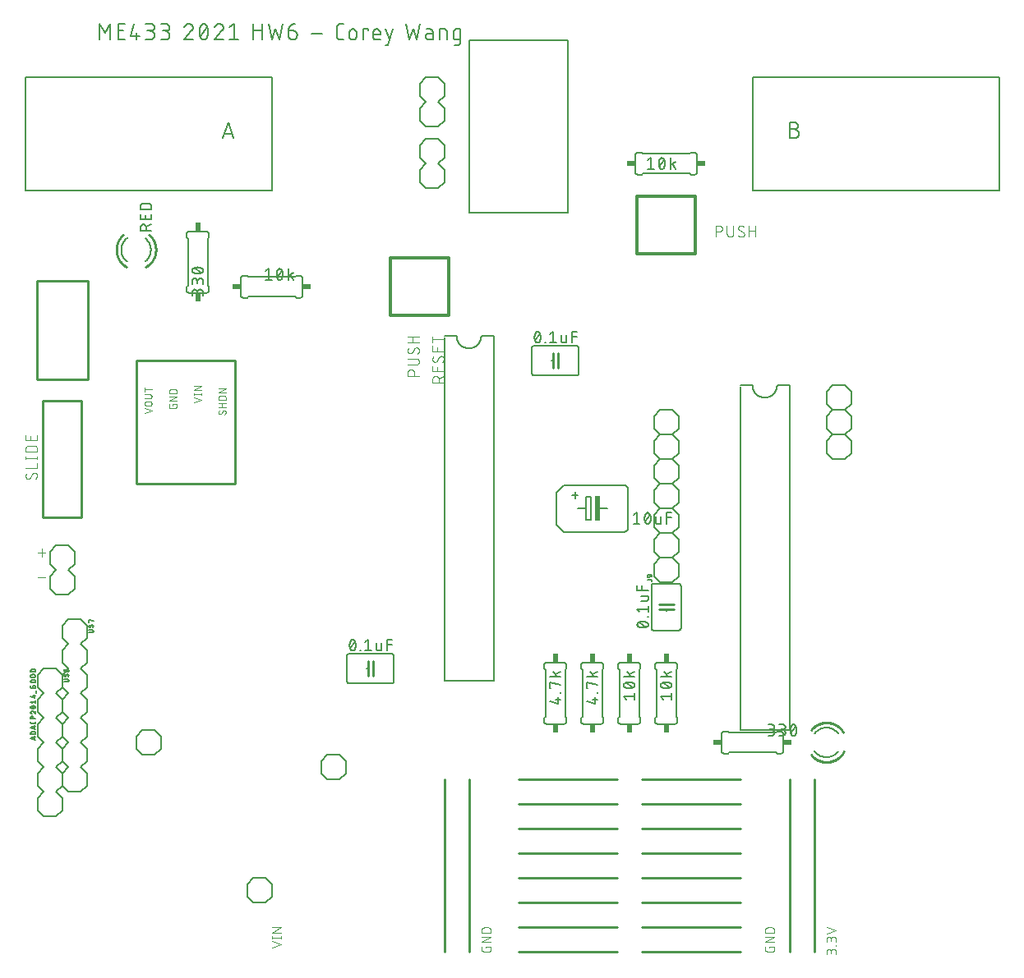
<source format=gto>
G04 EAGLE Gerber RS-274X export*
G75*
%MOMM*%
%FSLAX34Y34*%
%LPD*%
%INTop Silkscreen*%
%IPPOS*%
%AMOC8*
5,1,8,0,0,1.08239X$1,22.5*%
G01*
%ADD10C,0.152400*%
%ADD11C,0.254000*%
%ADD12C,0.076200*%
%ADD13C,0.101600*%
%ADD14C,0.203200*%
%ADD15C,0.127000*%
%ADD16R,0.609600X0.863600*%
%ADD17C,0.304800*%
%ADD18R,0.863600X0.609600*%
%ADD19R,0.508000X2.540000*%


D10*
X0Y927100D02*
X254000Y927100D01*
X254000Y810260D01*
X0Y810260D01*
X0Y927100D01*
X749300Y927100D02*
X1003300Y927100D01*
X1003300Y810260D01*
X749300Y810260D02*
X749300Y927100D01*
X749300Y810260D02*
X1003300Y810260D01*
D11*
X609600Y203200D02*
X508000Y203200D01*
X508000Y177800D02*
X609600Y177800D01*
X609600Y152400D02*
X508000Y152400D01*
X508000Y127000D02*
X609600Y127000D01*
X609600Y101600D02*
X508000Y101600D01*
X508000Y76200D02*
X609600Y76200D01*
X609600Y50800D02*
X508000Y50800D01*
X508000Y25400D02*
X609600Y25400D01*
X635000Y203200D02*
X736600Y203200D01*
X736600Y177800D02*
X635000Y177800D01*
X635000Y152400D02*
X736600Y152400D01*
X736600Y127000D02*
X635000Y127000D01*
X635000Y101600D02*
X736600Y101600D01*
X736600Y76200D02*
X635000Y76200D01*
X635000Y50800D02*
X736600Y50800D01*
X736600Y25400D02*
X635000Y25400D01*
X457200Y25400D02*
X457200Y203200D01*
X431800Y203200D02*
X431800Y25400D01*
X787400Y25400D02*
X787400Y203200D01*
X812800Y203200D02*
X812800Y25400D01*
D12*
X835279Y25341D02*
X835279Y22730D01*
X835279Y25341D02*
X835277Y25442D01*
X835271Y25543D01*
X835261Y25644D01*
X835248Y25744D01*
X835230Y25844D01*
X835209Y25943D01*
X835183Y26041D01*
X835154Y26138D01*
X835122Y26234D01*
X835085Y26328D01*
X835045Y26421D01*
X835001Y26513D01*
X834954Y26602D01*
X834903Y26690D01*
X834849Y26776D01*
X834792Y26859D01*
X834732Y26941D01*
X834668Y27019D01*
X834602Y27096D01*
X834532Y27169D01*
X834460Y27240D01*
X834385Y27308D01*
X834307Y27373D01*
X834227Y27435D01*
X834145Y27494D01*
X834060Y27550D01*
X833974Y27602D01*
X833885Y27651D01*
X833794Y27697D01*
X833702Y27738D01*
X833608Y27777D01*
X833513Y27811D01*
X833417Y27842D01*
X833319Y27869D01*
X833221Y27893D01*
X833121Y27912D01*
X833021Y27928D01*
X832921Y27940D01*
X832820Y27948D01*
X832719Y27952D01*
X832617Y27952D01*
X832516Y27948D01*
X832415Y27940D01*
X832315Y27928D01*
X832215Y27912D01*
X832115Y27893D01*
X832017Y27869D01*
X831919Y27842D01*
X831823Y27811D01*
X831728Y27777D01*
X831634Y27738D01*
X831542Y27697D01*
X831451Y27651D01*
X831363Y27602D01*
X831276Y27550D01*
X831191Y27494D01*
X831109Y27435D01*
X831029Y27373D01*
X830951Y27308D01*
X830876Y27240D01*
X830804Y27169D01*
X830734Y27096D01*
X830668Y27019D01*
X830604Y26941D01*
X830544Y26859D01*
X830487Y26776D01*
X830433Y26690D01*
X830382Y26602D01*
X830335Y26513D01*
X830291Y26421D01*
X830251Y26328D01*
X830214Y26234D01*
X830182Y26138D01*
X830153Y26041D01*
X830127Y25943D01*
X830106Y25844D01*
X830088Y25744D01*
X830075Y25644D01*
X830065Y25543D01*
X830059Y25442D01*
X830057Y25341D01*
X825881Y25863D02*
X825881Y22730D01*
X825881Y25863D02*
X825883Y25953D01*
X825889Y26042D01*
X825898Y26132D01*
X825912Y26221D01*
X825929Y26309D01*
X825950Y26396D01*
X825975Y26483D01*
X826004Y26568D01*
X826036Y26652D01*
X826071Y26734D01*
X826111Y26815D01*
X826153Y26894D01*
X826199Y26971D01*
X826249Y27046D01*
X826301Y27119D01*
X826357Y27190D01*
X826415Y27258D01*
X826477Y27323D01*
X826541Y27386D01*
X826608Y27446D01*
X826677Y27503D01*
X826749Y27557D01*
X826823Y27608D01*
X826899Y27656D01*
X826977Y27700D01*
X827057Y27741D01*
X827139Y27779D01*
X827222Y27813D01*
X827307Y27843D01*
X827393Y27870D01*
X827479Y27893D01*
X827567Y27912D01*
X827656Y27927D01*
X827745Y27939D01*
X827834Y27947D01*
X827924Y27951D01*
X828014Y27951D01*
X828104Y27947D01*
X828193Y27939D01*
X828282Y27927D01*
X828371Y27912D01*
X828459Y27893D01*
X828545Y27870D01*
X828631Y27843D01*
X828716Y27813D01*
X828799Y27779D01*
X828881Y27741D01*
X828961Y27700D01*
X829039Y27656D01*
X829115Y27608D01*
X829189Y27557D01*
X829261Y27503D01*
X829330Y27446D01*
X829397Y27386D01*
X829461Y27323D01*
X829523Y27258D01*
X829581Y27190D01*
X829637Y27119D01*
X829689Y27046D01*
X829739Y26971D01*
X829785Y26894D01*
X829827Y26815D01*
X829867Y26734D01*
X829902Y26652D01*
X829934Y26568D01*
X829963Y26483D01*
X829988Y26396D01*
X830009Y26309D01*
X830026Y26221D01*
X830040Y26132D01*
X830049Y26042D01*
X830055Y25953D01*
X830057Y25863D01*
X830058Y25863D02*
X830058Y23775D01*
X834757Y31481D02*
X835279Y31481D01*
X834757Y31481D02*
X834757Y32003D01*
X835279Y32003D01*
X835279Y31481D01*
X835279Y35532D02*
X835279Y38142D01*
X835277Y38243D01*
X835271Y38344D01*
X835261Y38445D01*
X835248Y38545D01*
X835230Y38645D01*
X835209Y38744D01*
X835183Y38842D01*
X835154Y38939D01*
X835122Y39035D01*
X835085Y39129D01*
X835045Y39222D01*
X835001Y39314D01*
X834954Y39403D01*
X834903Y39491D01*
X834849Y39577D01*
X834792Y39660D01*
X834732Y39742D01*
X834668Y39820D01*
X834602Y39897D01*
X834532Y39970D01*
X834460Y40041D01*
X834385Y40109D01*
X834307Y40174D01*
X834227Y40236D01*
X834145Y40295D01*
X834060Y40351D01*
X833974Y40403D01*
X833885Y40452D01*
X833794Y40498D01*
X833702Y40539D01*
X833608Y40578D01*
X833513Y40612D01*
X833417Y40643D01*
X833319Y40670D01*
X833221Y40694D01*
X833121Y40713D01*
X833021Y40729D01*
X832921Y40741D01*
X832820Y40749D01*
X832719Y40753D01*
X832617Y40753D01*
X832516Y40749D01*
X832415Y40741D01*
X832315Y40729D01*
X832215Y40713D01*
X832115Y40694D01*
X832017Y40670D01*
X831919Y40643D01*
X831823Y40612D01*
X831728Y40578D01*
X831634Y40539D01*
X831542Y40498D01*
X831451Y40452D01*
X831363Y40403D01*
X831276Y40351D01*
X831191Y40295D01*
X831109Y40236D01*
X831029Y40174D01*
X830951Y40109D01*
X830876Y40041D01*
X830804Y39970D01*
X830734Y39897D01*
X830668Y39820D01*
X830604Y39742D01*
X830544Y39660D01*
X830487Y39577D01*
X830433Y39491D01*
X830382Y39403D01*
X830335Y39314D01*
X830291Y39222D01*
X830251Y39129D01*
X830214Y39035D01*
X830182Y38939D01*
X830153Y38842D01*
X830127Y38744D01*
X830106Y38645D01*
X830088Y38545D01*
X830075Y38445D01*
X830065Y38344D01*
X830059Y38243D01*
X830057Y38142D01*
X825881Y38665D02*
X825881Y35532D01*
X825881Y38665D02*
X825883Y38755D01*
X825889Y38844D01*
X825898Y38934D01*
X825912Y39023D01*
X825929Y39111D01*
X825950Y39198D01*
X825975Y39285D01*
X826004Y39370D01*
X826036Y39454D01*
X826071Y39536D01*
X826111Y39617D01*
X826153Y39696D01*
X826199Y39773D01*
X826249Y39848D01*
X826301Y39921D01*
X826357Y39992D01*
X826415Y40060D01*
X826477Y40125D01*
X826541Y40188D01*
X826608Y40248D01*
X826677Y40305D01*
X826749Y40359D01*
X826823Y40410D01*
X826899Y40458D01*
X826977Y40502D01*
X827057Y40543D01*
X827139Y40581D01*
X827222Y40615D01*
X827307Y40645D01*
X827393Y40672D01*
X827479Y40695D01*
X827567Y40714D01*
X827656Y40729D01*
X827745Y40741D01*
X827834Y40749D01*
X827924Y40753D01*
X828014Y40753D01*
X828104Y40749D01*
X828193Y40741D01*
X828282Y40729D01*
X828371Y40714D01*
X828459Y40695D01*
X828545Y40672D01*
X828631Y40645D01*
X828716Y40615D01*
X828799Y40581D01*
X828881Y40543D01*
X828961Y40502D01*
X829039Y40458D01*
X829115Y40410D01*
X829189Y40359D01*
X829261Y40305D01*
X829330Y40248D01*
X829397Y40188D01*
X829461Y40125D01*
X829523Y40060D01*
X829581Y39992D01*
X829637Y39921D01*
X829689Y39848D01*
X829739Y39773D01*
X829785Y39696D01*
X829827Y39617D01*
X829867Y39536D01*
X829902Y39454D01*
X829934Y39370D01*
X829963Y39285D01*
X829988Y39198D01*
X830009Y39111D01*
X830026Y39023D01*
X830040Y38934D01*
X830049Y38844D01*
X830055Y38755D01*
X830057Y38665D01*
X830058Y38665D02*
X830058Y36576D01*
X825881Y44154D02*
X835279Y47286D01*
X825881Y50419D01*
X766558Y30912D02*
X766558Y29345D01*
X766558Y30912D02*
X771779Y30912D01*
X771779Y27779D01*
X771777Y27690D01*
X771771Y27602D01*
X771762Y27514D01*
X771749Y27426D01*
X771732Y27339D01*
X771712Y27253D01*
X771687Y27168D01*
X771660Y27083D01*
X771628Y27000D01*
X771594Y26919D01*
X771555Y26839D01*
X771514Y26761D01*
X771469Y26684D01*
X771421Y26610D01*
X771370Y26537D01*
X771316Y26467D01*
X771258Y26400D01*
X771198Y26334D01*
X771136Y26272D01*
X771070Y26212D01*
X771003Y26154D01*
X770933Y26100D01*
X770860Y26049D01*
X770786Y26001D01*
X770709Y25956D01*
X770631Y25915D01*
X770551Y25876D01*
X770470Y25842D01*
X770387Y25810D01*
X770302Y25783D01*
X770217Y25758D01*
X770131Y25738D01*
X770044Y25721D01*
X769956Y25708D01*
X769868Y25699D01*
X769780Y25693D01*
X769691Y25691D01*
X764469Y25691D01*
X764469Y25690D02*
X764378Y25692D01*
X764287Y25698D01*
X764196Y25708D01*
X764106Y25722D01*
X764017Y25740D01*
X763928Y25761D01*
X763841Y25787D01*
X763755Y25816D01*
X763670Y25849D01*
X763586Y25886D01*
X763504Y25926D01*
X763425Y25970D01*
X763347Y26017D01*
X763271Y26068D01*
X763197Y26122D01*
X763126Y26179D01*
X763058Y26239D01*
X762992Y26302D01*
X762929Y26368D01*
X762869Y26436D01*
X762812Y26507D01*
X762758Y26581D01*
X762707Y26657D01*
X762660Y26734D01*
X762616Y26814D01*
X762576Y26896D01*
X762539Y26980D01*
X762506Y27064D01*
X762477Y27151D01*
X762451Y27238D01*
X762430Y27327D01*
X762412Y27416D01*
X762398Y27506D01*
X762388Y27597D01*
X762382Y27688D01*
X762380Y27779D01*
X762381Y27779D02*
X762381Y30912D01*
X762381Y35444D02*
X771779Y35444D01*
X771779Y40665D02*
X762381Y35444D01*
X762381Y40665D02*
X771779Y40665D01*
X771779Y45198D02*
X762381Y45198D01*
X762381Y47808D01*
X762383Y47908D01*
X762389Y48008D01*
X762398Y48107D01*
X762412Y48207D01*
X762429Y48305D01*
X762450Y48403D01*
X762474Y48500D01*
X762503Y48596D01*
X762535Y48691D01*
X762570Y48784D01*
X762609Y48876D01*
X762652Y48967D01*
X762698Y49055D01*
X762748Y49142D01*
X762800Y49227D01*
X762856Y49310D01*
X762915Y49391D01*
X762978Y49469D01*
X763043Y49545D01*
X763111Y49619D01*
X763181Y49689D01*
X763255Y49757D01*
X763331Y49822D01*
X763409Y49885D01*
X763490Y49944D01*
X763573Y50000D01*
X763658Y50052D01*
X763745Y50102D01*
X763833Y50148D01*
X763924Y50191D01*
X764016Y50230D01*
X764109Y50265D01*
X764204Y50297D01*
X764300Y50326D01*
X764397Y50350D01*
X764495Y50371D01*
X764593Y50388D01*
X764693Y50402D01*
X764792Y50411D01*
X764892Y50417D01*
X764992Y50419D01*
X769168Y50419D01*
X769268Y50417D01*
X769368Y50411D01*
X769467Y50402D01*
X769567Y50388D01*
X769665Y50371D01*
X769763Y50350D01*
X769860Y50326D01*
X769956Y50297D01*
X770051Y50265D01*
X770144Y50230D01*
X770236Y50191D01*
X770327Y50148D01*
X770415Y50102D01*
X770502Y50052D01*
X770587Y50000D01*
X770670Y49944D01*
X770751Y49885D01*
X770829Y49822D01*
X770905Y49757D01*
X770979Y49689D01*
X771049Y49619D01*
X771117Y49545D01*
X771182Y49469D01*
X771245Y49391D01*
X771304Y49310D01*
X771360Y49227D01*
X771412Y49142D01*
X771462Y49055D01*
X771508Y48967D01*
X771551Y48876D01*
X771590Y48784D01*
X771625Y48691D01*
X771657Y48596D01*
X771686Y48500D01*
X771710Y48403D01*
X771731Y48305D01*
X771748Y48207D01*
X771762Y48107D01*
X771771Y48008D01*
X771777Y47908D01*
X771779Y47808D01*
X771779Y45198D01*
X474458Y30912D02*
X474458Y29345D01*
X474458Y30912D02*
X479679Y30912D01*
X479679Y27779D01*
X479677Y27690D01*
X479671Y27602D01*
X479662Y27514D01*
X479649Y27426D01*
X479632Y27339D01*
X479612Y27253D01*
X479587Y27168D01*
X479560Y27083D01*
X479528Y27000D01*
X479494Y26919D01*
X479455Y26839D01*
X479414Y26761D01*
X479369Y26684D01*
X479321Y26610D01*
X479270Y26537D01*
X479216Y26467D01*
X479158Y26400D01*
X479098Y26334D01*
X479036Y26272D01*
X478970Y26212D01*
X478903Y26154D01*
X478833Y26100D01*
X478760Y26049D01*
X478686Y26001D01*
X478609Y25956D01*
X478531Y25915D01*
X478451Y25876D01*
X478370Y25842D01*
X478287Y25810D01*
X478202Y25783D01*
X478117Y25758D01*
X478031Y25738D01*
X477944Y25721D01*
X477856Y25708D01*
X477768Y25699D01*
X477680Y25693D01*
X477591Y25691D01*
X472369Y25691D01*
X472369Y25690D02*
X472278Y25692D01*
X472187Y25698D01*
X472096Y25708D01*
X472006Y25722D01*
X471917Y25740D01*
X471828Y25761D01*
X471741Y25787D01*
X471655Y25816D01*
X471570Y25849D01*
X471486Y25886D01*
X471404Y25926D01*
X471325Y25970D01*
X471247Y26017D01*
X471171Y26068D01*
X471097Y26122D01*
X471026Y26179D01*
X470958Y26239D01*
X470892Y26302D01*
X470829Y26368D01*
X470769Y26436D01*
X470712Y26507D01*
X470658Y26581D01*
X470607Y26657D01*
X470560Y26734D01*
X470516Y26814D01*
X470476Y26896D01*
X470439Y26980D01*
X470406Y27064D01*
X470377Y27151D01*
X470351Y27238D01*
X470330Y27327D01*
X470312Y27416D01*
X470298Y27506D01*
X470288Y27597D01*
X470282Y27688D01*
X470280Y27779D01*
X470281Y27779D02*
X470281Y30912D01*
X470281Y35444D02*
X479679Y35444D01*
X479679Y40665D02*
X470281Y35444D01*
X470281Y40665D02*
X479679Y40665D01*
X479679Y45198D02*
X470281Y45198D01*
X470281Y47808D01*
X470283Y47908D01*
X470289Y48008D01*
X470298Y48107D01*
X470312Y48207D01*
X470329Y48305D01*
X470350Y48403D01*
X470374Y48500D01*
X470403Y48596D01*
X470435Y48691D01*
X470470Y48784D01*
X470509Y48876D01*
X470552Y48967D01*
X470598Y49055D01*
X470648Y49142D01*
X470700Y49227D01*
X470756Y49310D01*
X470815Y49391D01*
X470878Y49469D01*
X470943Y49545D01*
X471011Y49619D01*
X471081Y49689D01*
X471155Y49757D01*
X471231Y49822D01*
X471309Y49885D01*
X471390Y49944D01*
X471473Y50000D01*
X471558Y50052D01*
X471645Y50102D01*
X471733Y50148D01*
X471824Y50191D01*
X471916Y50230D01*
X472009Y50265D01*
X472104Y50297D01*
X472200Y50326D01*
X472297Y50350D01*
X472395Y50371D01*
X472493Y50388D01*
X472593Y50402D01*
X472692Y50411D01*
X472792Y50417D01*
X472892Y50419D01*
X477068Y50419D01*
X477168Y50417D01*
X477268Y50411D01*
X477367Y50402D01*
X477467Y50388D01*
X477565Y50371D01*
X477663Y50350D01*
X477760Y50326D01*
X477856Y50297D01*
X477951Y50265D01*
X478044Y50230D01*
X478136Y50191D01*
X478227Y50148D01*
X478315Y50102D01*
X478402Y50052D01*
X478487Y50000D01*
X478570Y49944D01*
X478651Y49885D01*
X478729Y49822D01*
X478805Y49757D01*
X478879Y49689D01*
X478949Y49619D01*
X479017Y49545D01*
X479082Y49469D01*
X479145Y49391D01*
X479204Y49310D01*
X479260Y49227D01*
X479312Y49142D01*
X479362Y49055D01*
X479408Y48967D01*
X479451Y48876D01*
X479490Y48784D01*
X479525Y48691D01*
X479557Y48596D01*
X479586Y48500D01*
X479610Y48403D01*
X479631Y48305D01*
X479648Y48207D01*
X479662Y48107D01*
X479671Y48008D01*
X479677Y47908D01*
X479679Y47808D01*
X479679Y45198D01*
X263779Y32873D02*
X254381Y29741D01*
X254381Y36006D02*
X263779Y32873D01*
X263779Y40188D02*
X254381Y40188D01*
X263779Y39144D02*
X263779Y41233D01*
X254381Y41233D02*
X254381Y39144D01*
X254381Y45198D02*
X263779Y45198D01*
X263779Y50419D02*
X254381Y45198D01*
X254381Y50419D02*
X263779Y50419D01*
D10*
X203962Y864362D02*
X209381Y880618D01*
X214799Y864362D01*
X213445Y868426D02*
X205317Y868426D01*
X788162Y873393D02*
X792678Y873393D01*
X792678Y873394D02*
X792811Y873392D01*
X792943Y873386D01*
X793075Y873376D01*
X793207Y873363D01*
X793339Y873345D01*
X793469Y873324D01*
X793600Y873299D01*
X793729Y873270D01*
X793857Y873237D01*
X793985Y873201D01*
X794111Y873161D01*
X794236Y873117D01*
X794360Y873069D01*
X794482Y873018D01*
X794603Y872963D01*
X794722Y872905D01*
X794840Y872843D01*
X794955Y872778D01*
X795069Y872709D01*
X795180Y872638D01*
X795289Y872562D01*
X795396Y872484D01*
X795501Y872403D01*
X795603Y872318D01*
X795703Y872231D01*
X795800Y872141D01*
X795895Y872048D01*
X795986Y871952D01*
X796075Y871854D01*
X796161Y871753D01*
X796244Y871649D01*
X796324Y871543D01*
X796400Y871435D01*
X796474Y871325D01*
X796544Y871212D01*
X796611Y871098D01*
X796674Y870981D01*
X796734Y870863D01*
X796791Y870743D01*
X796844Y870621D01*
X796893Y870498D01*
X796939Y870374D01*
X796981Y870248D01*
X797019Y870121D01*
X797054Y869993D01*
X797085Y869864D01*
X797112Y869735D01*
X797135Y869604D01*
X797155Y869473D01*
X797170Y869341D01*
X797182Y869209D01*
X797190Y869077D01*
X797194Y868944D01*
X797194Y868812D01*
X797190Y868679D01*
X797182Y868547D01*
X797170Y868415D01*
X797155Y868283D01*
X797135Y868152D01*
X797112Y868021D01*
X797085Y867892D01*
X797054Y867763D01*
X797019Y867635D01*
X796981Y867508D01*
X796939Y867382D01*
X796893Y867258D01*
X796844Y867135D01*
X796791Y867013D01*
X796734Y866893D01*
X796674Y866775D01*
X796611Y866658D01*
X796544Y866544D01*
X796474Y866431D01*
X796400Y866321D01*
X796324Y866213D01*
X796244Y866107D01*
X796161Y866003D01*
X796075Y865902D01*
X795986Y865804D01*
X795895Y865708D01*
X795800Y865615D01*
X795703Y865525D01*
X795603Y865438D01*
X795501Y865353D01*
X795396Y865272D01*
X795289Y865194D01*
X795180Y865118D01*
X795069Y865047D01*
X794955Y864978D01*
X794840Y864913D01*
X794722Y864851D01*
X794603Y864793D01*
X794482Y864738D01*
X794360Y864687D01*
X794236Y864639D01*
X794111Y864595D01*
X793985Y864555D01*
X793857Y864519D01*
X793729Y864486D01*
X793600Y864457D01*
X793469Y864432D01*
X793339Y864411D01*
X793207Y864393D01*
X793075Y864380D01*
X792943Y864370D01*
X792811Y864364D01*
X792678Y864362D01*
X788162Y864362D01*
X788162Y880618D01*
X792678Y880618D01*
X792797Y880616D01*
X792917Y880610D01*
X793036Y880600D01*
X793154Y880586D01*
X793273Y880569D01*
X793390Y880547D01*
X793507Y880522D01*
X793622Y880492D01*
X793737Y880459D01*
X793851Y880422D01*
X793963Y880382D01*
X794074Y880337D01*
X794183Y880289D01*
X794291Y880238D01*
X794397Y880183D01*
X794501Y880124D01*
X794603Y880062D01*
X794703Y879997D01*
X794801Y879928D01*
X794897Y879856D01*
X794990Y879781D01*
X795080Y879704D01*
X795168Y879623D01*
X795253Y879539D01*
X795335Y879452D01*
X795415Y879363D01*
X795491Y879271D01*
X795565Y879177D01*
X795635Y879080D01*
X795702Y878982D01*
X795766Y878881D01*
X795826Y878777D01*
X795883Y878672D01*
X795936Y878565D01*
X795986Y878457D01*
X796032Y878347D01*
X796074Y878235D01*
X796113Y878122D01*
X796148Y878008D01*
X796179Y877893D01*
X796207Y877776D01*
X796230Y877659D01*
X796250Y877542D01*
X796266Y877423D01*
X796278Y877304D01*
X796286Y877185D01*
X796290Y877066D01*
X796290Y876946D01*
X796286Y876827D01*
X796278Y876708D01*
X796266Y876589D01*
X796250Y876470D01*
X796230Y876353D01*
X796207Y876236D01*
X796179Y876119D01*
X796148Y876004D01*
X796113Y875890D01*
X796074Y875777D01*
X796032Y875665D01*
X795986Y875555D01*
X795936Y875447D01*
X795883Y875340D01*
X795826Y875235D01*
X795766Y875131D01*
X795702Y875030D01*
X795635Y874932D01*
X795565Y874835D01*
X795491Y874741D01*
X795415Y874649D01*
X795335Y874560D01*
X795253Y874473D01*
X795168Y874389D01*
X795080Y874308D01*
X794990Y874231D01*
X794897Y874156D01*
X794801Y874084D01*
X794703Y874015D01*
X794603Y873950D01*
X794501Y873888D01*
X794397Y873829D01*
X794291Y873774D01*
X794183Y873723D01*
X794074Y873675D01*
X793963Y873630D01*
X793851Y873590D01*
X793737Y873553D01*
X793622Y873520D01*
X793507Y873490D01*
X793390Y873465D01*
X793273Y873443D01*
X793154Y873426D01*
X793036Y873412D01*
X792917Y873402D01*
X792797Y873396D01*
X792678Y873394D01*
X76962Y965962D02*
X76962Y982218D01*
X82381Y973187D01*
X87799Y982218D01*
X87799Y965962D01*
X95610Y965962D02*
X102835Y965962D01*
X95610Y965962D02*
X95610Y982218D01*
X102835Y982218D01*
X101029Y974993D02*
X95610Y974993D01*
X108607Y969574D02*
X112219Y982218D01*
X108607Y969574D02*
X117638Y969574D01*
X114928Y965962D02*
X114928Y973187D01*
X124238Y965962D02*
X128753Y965962D01*
X128886Y965964D01*
X129018Y965970D01*
X129150Y965980D01*
X129282Y965993D01*
X129414Y966011D01*
X129544Y966032D01*
X129675Y966057D01*
X129804Y966086D01*
X129932Y966119D01*
X130060Y966155D01*
X130186Y966195D01*
X130311Y966239D01*
X130435Y966287D01*
X130557Y966338D01*
X130678Y966393D01*
X130797Y966451D01*
X130915Y966513D01*
X131030Y966578D01*
X131144Y966647D01*
X131255Y966718D01*
X131364Y966794D01*
X131471Y966872D01*
X131576Y966953D01*
X131678Y967038D01*
X131778Y967125D01*
X131875Y967215D01*
X131970Y967308D01*
X132061Y967404D01*
X132150Y967502D01*
X132236Y967603D01*
X132319Y967707D01*
X132399Y967813D01*
X132475Y967921D01*
X132549Y968031D01*
X132619Y968144D01*
X132686Y968258D01*
X132749Y968375D01*
X132809Y968493D01*
X132866Y968613D01*
X132919Y968735D01*
X132968Y968858D01*
X133014Y968982D01*
X133056Y969108D01*
X133094Y969235D01*
X133129Y969363D01*
X133160Y969492D01*
X133187Y969621D01*
X133210Y969752D01*
X133230Y969883D01*
X133245Y970015D01*
X133257Y970147D01*
X133265Y970279D01*
X133269Y970412D01*
X133269Y970544D01*
X133265Y970677D01*
X133257Y970809D01*
X133245Y970941D01*
X133230Y971073D01*
X133210Y971204D01*
X133187Y971335D01*
X133160Y971464D01*
X133129Y971593D01*
X133094Y971721D01*
X133056Y971848D01*
X133014Y971974D01*
X132968Y972098D01*
X132919Y972221D01*
X132866Y972343D01*
X132809Y972463D01*
X132749Y972581D01*
X132686Y972698D01*
X132619Y972812D01*
X132549Y972925D01*
X132475Y973035D01*
X132399Y973143D01*
X132319Y973249D01*
X132236Y973353D01*
X132150Y973454D01*
X132061Y973552D01*
X131970Y973648D01*
X131875Y973741D01*
X131778Y973831D01*
X131678Y973918D01*
X131576Y974003D01*
X131471Y974084D01*
X131364Y974162D01*
X131255Y974238D01*
X131144Y974309D01*
X131030Y974378D01*
X130915Y974443D01*
X130797Y974505D01*
X130678Y974563D01*
X130557Y974618D01*
X130435Y974669D01*
X130311Y974717D01*
X130186Y974761D01*
X130060Y974801D01*
X129932Y974837D01*
X129804Y974870D01*
X129675Y974899D01*
X129544Y974924D01*
X129414Y974945D01*
X129282Y974963D01*
X129150Y974976D01*
X129018Y974986D01*
X128886Y974992D01*
X128753Y974994D01*
X129656Y982218D02*
X124238Y982218D01*
X129656Y982218D02*
X129775Y982216D01*
X129895Y982210D01*
X130014Y982200D01*
X130132Y982186D01*
X130251Y982169D01*
X130368Y982147D01*
X130485Y982122D01*
X130600Y982092D01*
X130715Y982059D01*
X130829Y982022D01*
X130941Y981982D01*
X131052Y981937D01*
X131161Y981889D01*
X131269Y981838D01*
X131375Y981783D01*
X131479Y981724D01*
X131581Y981662D01*
X131681Y981597D01*
X131779Y981528D01*
X131875Y981456D01*
X131968Y981381D01*
X132058Y981304D01*
X132146Y981223D01*
X132231Y981139D01*
X132313Y981052D01*
X132393Y980963D01*
X132469Y980871D01*
X132543Y980777D01*
X132613Y980680D01*
X132680Y980582D01*
X132744Y980481D01*
X132804Y980377D01*
X132861Y980272D01*
X132914Y980165D01*
X132964Y980057D01*
X133010Y979947D01*
X133052Y979835D01*
X133091Y979722D01*
X133126Y979608D01*
X133157Y979493D01*
X133185Y979376D01*
X133208Y979259D01*
X133228Y979142D01*
X133244Y979023D01*
X133256Y978904D01*
X133264Y978785D01*
X133268Y978666D01*
X133268Y978546D01*
X133264Y978427D01*
X133256Y978308D01*
X133244Y978189D01*
X133228Y978070D01*
X133208Y977953D01*
X133185Y977836D01*
X133157Y977719D01*
X133126Y977604D01*
X133091Y977490D01*
X133052Y977377D01*
X133010Y977265D01*
X132964Y977155D01*
X132914Y977047D01*
X132861Y976940D01*
X132804Y976835D01*
X132744Y976731D01*
X132680Y976630D01*
X132613Y976532D01*
X132543Y976435D01*
X132469Y976341D01*
X132393Y976249D01*
X132313Y976160D01*
X132231Y976073D01*
X132146Y975989D01*
X132058Y975908D01*
X131968Y975831D01*
X131875Y975756D01*
X131779Y975684D01*
X131681Y975615D01*
X131581Y975550D01*
X131479Y975488D01*
X131375Y975429D01*
X131269Y975374D01*
X131161Y975323D01*
X131052Y975275D01*
X130941Y975230D01*
X130829Y975190D01*
X130715Y975153D01*
X130600Y975120D01*
X130485Y975090D01*
X130368Y975065D01*
X130251Y975043D01*
X130132Y975026D01*
X130014Y975012D01*
X129895Y975002D01*
X129775Y974996D01*
X129656Y974994D01*
X129656Y974993D02*
X126044Y974993D01*
X139869Y965962D02*
X144385Y965962D01*
X144518Y965964D01*
X144650Y965970D01*
X144782Y965980D01*
X144914Y965993D01*
X145046Y966011D01*
X145176Y966032D01*
X145307Y966057D01*
X145436Y966086D01*
X145564Y966119D01*
X145692Y966155D01*
X145818Y966195D01*
X145943Y966239D01*
X146067Y966287D01*
X146189Y966338D01*
X146310Y966393D01*
X146429Y966451D01*
X146547Y966513D01*
X146662Y966578D01*
X146776Y966647D01*
X146887Y966718D01*
X146996Y966794D01*
X147103Y966872D01*
X147208Y966953D01*
X147310Y967038D01*
X147410Y967125D01*
X147507Y967215D01*
X147602Y967308D01*
X147693Y967404D01*
X147782Y967502D01*
X147868Y967603D01*
X147951Y967707D01*
X148031Y967813D01*
X148107Y967921D01*
X148181Y968031D01*
X148251Y968144D01*
X148318Y968258D01*
X148381Y968375D01*
X148441Y968493D01*
X148498Y968613D01*
X148551Y968735D01*
X148600Y968858D01*
X148646Y968982D01*
X148688Y969108D01*
X148726Y969235D01*
X148761Y969363D01*
X148792Y969492D01*
X148819Y969621D01*
X148842Y969752D01*
X148862Y969883D01*
X148877Y970015D01*
X148889Y970147D01*
X148897Y970279D01*
X148901Y970412D01*
X148901Y970544D01*
X148897Y970677D01*
X148889Y970809D01*
X148877Y970941D01*
X148862Y971073D01*
X148842Y971204D01*
X148819Y971335D01*
X148792Y971464D01*
X148761Y971593D01*
X148726Y971721D01*
X148688Y971848D01*
X148646Y971974D01*
X148600Y972098D01*
X148551Y972221D01*
X148498Y972343D01*
X148441Y972463D01*
X148381Y972581D01*
X148318Y972698D01*
X148251Y972812D01*
X148181Y972925D01*
X148107Y973035D01*
X148031Y973143D01*
X147951Y973249D01*
X147868Y973353D01*
X147782Y973454D01*
X147693Y973552D01*
X147602Y973648D01*
X147507Y973741D01*
X147410Y973831D01*
X147310Y973918D01*
X147208Y974003D01*
X147103Y974084D01*
X146996Y974162D01*
X146887Y974238D01*
X146776Y974309D01*
X146662Y974378D01*
X146547Y974443D01*
X146429Y974505D01*
X146310Y974563D01*
X146189Y974618D01*
X146067Y974669D01*
X145943Y974717D01*
X145818Y974761D01*
X145692Y974801D01*
X145564Y974837D01*
X145436Y974870D01*
X145307Y974899D01*
X145176Y974924D01*
X145046Y974945D01*
X144914Y974963D01*
X144782Y974976D01*
X144650Y974986D01*
X144518Y974992D01*
X144385Y974994D01*
X145288Y982218D02*
X139869Y982218D01*
X145288Y982218D02*
X145407Y982216D01*
X145527Y982210D01*
X145646Y982200D01*
X145764Y982186D01*
X145883Y982169D01*
X146000Y982147D01*
X146117Y982122D01*
X146232Y982092D01*
X146347Y982059D01*
X146461Y982022D01*
X146573Y981982D01*
X146684Y981937D01*
X146793Y981889D01*
X146901Y981838D01*
X147007Y981783D01*
X147111Y981724D01*
X147213Y981662D01*
X147313Y981597D01*
X147411Y981528D01*
X147507Y981456D01*
X147600Y981381D01*
X147690Y981304D01*
X147778Y981223D01*
X147863Y981139D01*
X147945Y981052D01*
X148025Y980963D01*
X148101Y980871D01*
X148175Y980777D01*
X148245Y980680D01*
X148312Y980582D01*
X148376Y980481D01*
X148436Y980377D01*
X148493Y980272D01*
X148546Y980165D01*
X148596Y980057D01*
X148642Y979947D01*
X148684Y979835D01*
X148723Y979722D01*
X148758Y979608D01*
X148789Y979493D01*
X148817Y979376D01*
X148840Y979259D01*
X148860Y979142D01*
X148876Y979023D01*
X148888Y978904D01*
X148896Y978785D01*
X148900Y978666D01*
X148900Y978546D01*
X148896Y978427D01*
X148888Y978308D01*
X148876Y978189D01*
X148860Y978070D01*
X148840Y977953D01*
X148817Y977836D01*
X148789Y977719D01*
X148758Y977604D01*
X148723Y977490D01*
X148684Y977377D01*
X148642Y977265D01*
X148596Y977155D01*
X148546Y977047D01*
X148493Y976940D01*
X148436Y976835D01*
X148376Y976731D01*
X148312Y976630D01*
X148245Y976532D01*
X148175Y976435D01*
X148101Y976341D01*
X148025Y976249D01*
X147945Y976160D01*
X147863Y976073D01*
X147778Y975989D01*
X147690Y975908D01*
X147600Y975831D01*
X147507Y975756D01*
X147411Y975684D01*
X147313Y975615D01*
X147213Y975550D01*
X147111Y975488D01*
X147007Y975429D01*
X146901Y975374D01*
X146793Y975323D01*
X146684Y975275D01*
X146573Y975230D01*
X146461Y975190D01*
X146347Y975153D01*
X146232Y975120D01*
X146117Y975090D01*
X146000Y975065D01*
X145883Y975043D01*
X145764Y975026D01*
X145646Y975012D01*
X145527Y975002D01*
X145407Y974996D01*
X145288Y974994D01*
X145288Y974993D02*
X141675Y974993D01*
X168804Y982218D02*
X168929Y982216D01*
X169054Y982210D01*
X169179Y982201D01*
X169303Y982187D01*
X169427Y982170D01*
X169551Y982149D01*
X169673Y982124D01*
X169795Y982095D01*
X169916Y982063D01*
X170036Y982027D01*
X170155Y981987D01*
X170272Y981944D01*
X170388Y981897D01*
X170503Y981846D01*
X170615Y981792D01*
X170727Y981734D01*
X170836Y981674D01*
X170943Y981609D01*
X171049Y981542D01*
X171152Y981471D01*
X171253Y981397D01*
X171352Y981320D01*
X171448Y981240D01*
X171542Y981157D01*
X171633Y981072D01*
X171722Y980983D01*
X171807Y980892D01*
X171890Y980798D01*
X171970Y980702D01*
X172047Y980603D01*
X172121Y980502D01*
X172192Y980399D01*
X172259Y980293D01*
X172324Y980186D01*
X172384Y980077D01*
X172442Y979965D01*
X172496Y979853D01*
X172547Y979738D01*
X172594Y979622D01*
X172637Y979505D01*
X172677Y979386D01*
X172713Y979266D01*
X172745Y979145D01*
X172774Y979023D01*
X172799Y978901D01*
X172820Y978777D01*
X172837Y978653D01*
X172851Y978529D01*
X172860Y978404D01*
X172866Y978279D01*
X172868Y978154D01*
X168804Y982218D02*
X168661Y982216D01*
X168519Y982210D01*
X168376Y982200D01*
X168234Y982187D01*
X168093Y982169D01*
X167951Y982148D01*
X167811Y982123D01*
X167671Y982094D01*
X167532Y982061D01*
X167394Y982024D01*
X167257Y981984D01*
X167122Y981940D01*
X166987Y981892D01*
X166854Y981840D01*
X166722Y981785D01*
X166592Y981726D01*
X166464Y981664D01*
X166337Y981598D01*
X166212Y981529D01*
X166089Y981457D01*
X165969Y981381D01*
X165850Y981302D01*
X165733Y981219D01*
X165619Y981134D01*
X165507Y981045D01*
X165398Y980954D01*
X165291Y980859D01*
X165186Y980762D01*
X165085Y980661D01*
X164986Y980558D01*
X164890Y980453D01*
X164797Y980344D01*
X164707Y980233D01*
X164620Y980120D01*
X164536Y980005D01*
X164456Y979887D01*
X164378Y979767D01*
X164304Y979645D01*
X164234Y979521D01*
X164166Y979395D01*
X164103Y979267D01*
X164042Y979138D01*
X163985Y979007D01*
X163932Y978875D01*
X163883Y978741D01*
X163837Y978606D01*
X171513Y974993D02*
X171607Y975085D01*
X171697Y975179D01*
X171785Y975276D01*
X171870Y975376D01*
X171952Y975478D01*
X172031Y975583D01*
X172106Y975690D01*
X172178Y975799D01*
X172247Y975910D01*
X172313Y976024D01*
X172375Y976139D01*
X172434Y976256D01*
X172489Y976375D01*
X172540Y976495D01*
X172588Y976617D01*
X172633Y976740D01*
X172673Y976864D01*
X172710Y976990D01*
X172743Y977117D01*
X172772Y977244D01*
X172798Y977373D01*
X172819Y977502D01*
X172837Y977632D01*
X172850Y977762D01*
X172860Y977892D01*
X172866Y978023D01*
X172868Y978154D01*
X171513Y974993D02*
X163837Y965962D01*
X172868Y965962D01*
X179468Y974090D02*
X179472Y974410D01*
X179483Y974729D01*
X179502Y975049D01*
X179529Y975367D01*
X179563Y975685D01*
X179605Y976002D01*
X179655Y976318D01*
X179712Y976633D01*
X179776Y976946D01*
X179848Y977258D01*
X179927Y977568D01*
X180014Y977875D01*
X180108Y978181D01*
X180209Y978484D01*
X180318Y978785D01*
X180433Y979083D01*
X180556Y979379D01*
X180686Y979671D01*
X180823Y979960D01*
X180823Y979961D02*
X180862Y980069D01*
X180905Y980176D01*
X180951Y980281D01*
X181002Y980385D01*
X181055Y980487D01*
X181112Y980587D01*
X181173Y980685D01*
X181237Y980780D01*
X181304Y980874D01*
X181375Y980965D01*
X181448Y981054D01*
X181525Y981140D01*
X181604Y981223D01*
X181686Y981304D01*
X181771Y981382D01*
X181859Y981456D01*
X181949Y981528D01*
X182041Y981596D01*
X182136Y981662D01*
X182233Y981724D01*
X182332Y981782D01*
X182434Y981838D01*
X182536Y981889D01*
X182641Y981937D01*
X182747Y981982D01*
X182855Y982023D01*
X182964Y982060D01*
X183074Y982093D01*
X183186Y982122D01*
X183298Y982148D01*
X183411Y982170D01*
X183525Y982187D01*
X183639Y982201D01*
X183754Y982211D01*
X183869Y982217D01*
X183984Y982219D01*
X183984Y982218D02*
X184099Y982216D01*
X184214Y982210D01*
X184329Y982200D01*
X184443Y982186D01*
X184557Y982169D01*
X184670Y982147D01*
X184782Y982121D01*
X184894Y982092D01*
X185004Y982059D01*
X185113Y982022D01*
X185221Y981981D01*
X185327Y981936D01*
X185432Y981888D01*
X185534Y981837D01*
X185635Y981781D01*
X185735Y981723D01*
X185832Y981661D01*
X185926Y981596D01*
X186019Y981527D01*
X186109Y981455D01*
X186197Y981381D01*
X186282Y981303D01*
X186364Y981222D01*
X186443Y981139D01*
X186520Y981053D01*
X186593Y980964D01*
X186664Y980873D01*
X186731Y980779D01*
X186795Y980684D01*
X186856Y980586D01*
X186913Y980486D01*
X186966Y980384D01*
X187017Y980280D01*
X187063Y980175D01*
X187106Y980068D01*
X187145Y979960D01*
X187144Y979960D02*
X187281Y979671D01*
X187411Y979379D01*
X187534Y979083D01*
X187649Y978785D01*
X187758Y978484D01*
X187859Y978181D01*
X187953Y977875D01*
X188040Y977568D01*
X188119Y977258D01*
X188191Y976946D01*
X188255Y976633D01*
X188312Y976318D01*
X188362Y976002D01*
X188404Y975685D01*
X188438Y975367D01*
X188465Y975049D01*
X188484Y974729D01*
X188495Y974410D01*
X188499Y974090D01*
X179468Y974090D02*
X179472Y973770D01*
X179483Y973451D01*
X179502Y973131D01*
X179529Y972813D01*
X179563Y972495D01*
X179605Y972178D01*
X179655Y971862D01*
X179712Y971547D01*
X179776Y971234D01*
X179848Y970922D01*
X179927Y970612D01*
X180014Y970305D01*
X180108Y969999D01*
X180209Y969696D01*
X180318Y969395D01*
X180433Y969097D01*
X180556Y968801D01*
X180686Y968509D01*
X180823Y968220D01*
X180862Y968112D01*
X180905Y968005D01*
X180951Y967900D01*
X181002Y967796D01*
X181055Y967694D01*
X181112Y967594D01*
X181173Y967496D01*
X181237Y967401D01*
X181304Y967307D01*
X181375Y967216D01*
X181448Y967127D01*
X181525Y967041D01*
X181604Y966958D01*
X181686Y966877D01*
X181771Y966799D01*
X181859Y966725D01*
X181949Y966653D01*
X182042Y966584D01*
X182136Y966519D01*
X182233Y966457D01*
X182333Y966399D01*
X182434Y966343D01*
X182536Y966292D01*
X182641Y966244D01*
X182747Y966199D01*
X182855Y966158D01*
X182964Y966121D01*
X183074Y966088D01*
X183186Y966059D01*
X183298Y966033D01*
X183411Y966011D01*
X183525Y965994D01*
X183639Y965980D01*
X183754Y965970D01*
X183869Y965964D01*
X183984Y965962D01*
X187144Y968220D02*
X187281Y968509D01*
X187411Y968801D01*
X187534Y969097D01*
X187649Y969395D01*
X187758Y969696D01*
X187859Y969999D01*
X187953Y970305D01*
X188040Y970612D01*
X188119Y970922D01*
X188191Y971234D01*
X188255Y971547D01*
X188312Y971862D01*
X188362Y972178D01*
X188404Y972495D01*
X188438Y972813D01*
X188465Y973131D01*
X188484Y973451D01*
X188495Y973770D01*
X188499Y974090D01*
X187145Y968220D02*
X187106Y968112D01*
X187063Y968005D01*
X187017Y967900D01*
X186966Y967796D01*
X186913Y967694D01*
X186856Y967594D01*
X186795Y967496D01*
X186731Y967401D01*
X186664Y967307D01*
X186593Y967216D01*
X186520Y967127D01*
X186443Y967041D01*
X186364Y966958D01*
X186282Y966877D01*
X186197Y966799D01*
X186109Y966725D01*
X186019Y966653D01*
X185926Y966584D01*
X185832Y966519D01*
X185735Y966457D01*
X185635Y966399D01*
X185534Y966343D01*
X185431Y966292D01*
X185327Y966244D01*
X185221Y966199D01*
X185113Y966158D01*
X185004Y966121D01*
X184894Y966088D01*
X184782Y966059D01*
X184670Y966033D01*
X184557Y966011D01*
X184443Y965994D01*
X184329Y965980D01*
X184214Y965970D01*
X184099Y965964D01*
X183984Y965962D01*
X180371Y969574D02*
X187596Y978606D01*
X200066Y982218D02*
X200191Y982216D01*
X200316Y982210D01*
X200441Y982201D01*
X200565Y982187D01*
X200689Y982170D01*
X200813Y982149D01*
X200935Y982124D01*
X201057Y982095D01*
X201178Y982063D01*
X201298Y982027D01*
X201417Y981987D01*
X201534Y981944D01*
X201650Y981897D01*
X201765Y981846D01*
X201877Y981792D01*
X201989Y981734D01*
X202098Y981674D01*
X202205Y981609D01*
X202311Y981542D01*
X202414Y981471D01*
X202515Y981397D01*
X202614Y981320D01*
X202710Y981240D01*
X202804Y981157D01*
X202895Y981072D01*
X202984Y980983D01*
X203069Y980892D01*
X203152Y980798D01*
X203232Y980702D01*
X203309Y980603D01*
X203383Y980502D01*
X203454Y980399D01*
X203521Y980293D01*
X203586Y980186D01*
X203646Y980077D01*
X203704Y979965D01*
X203758Y979853D01*
X203809Y979738D01*
X203856Y979622D01*
X203899Y979505D01*
X203939Y979386D01*
X203975Y979266D01*
X204007Y979145D01*
X204036Y979023D01*
X204061Y978901D01*
X204082Y978777D01*
X204099Y978653D01*
X204113Y978529D01*
X204122Y978404D01*
X204128Y978279D01*
X204130Y978154D01*
X200066Y982218D02*
X199923Y982216D01*
X199781Y982210D01*
X199638Y982200D01*
X199496Y982187D01*
X199355Y982169D01*
X199213Y982148D01*
X199073Y982123D01*
X198933Y982094D01*
X198794Y982061D01*
X198656Y982024D01*
X198519Y981984D01*
X198384Y981940D01*
X198249Y981892D01*
X198116Y981840D01*
X197984Y981785D01*
X197854Y981726D01*
X197726Y981664D01*
X197599Y981598D01*
X197474Y981529D01*
X197351Y981457D01*
X197231Y981381D01*
X197112Y981302D01*
X196995Y981219D01*
X196881Y981134D01*
X196769Y981045D01*
X196660Y980954D01*
X196553Y980859D01*
X196448Y980762D01*
X196347Y980661D01*
X196248Y980558D01*
X196152Y980453D01*
X196059Y980344D01*
X195969Y980233D01*
X195882Y980120D01*
X195798Y980005D01*
X195718Y979887D01*
X195640Y979767D01*
X195566Y979645D01*
X195496Y979521D01*
X195428Y979395D01*
X195365Y979267D01*
X195304Y979138D01*
X195247Y979007D01*
X195194Y978875D01*
X195145Y978741D01*
X195099Y978606D01*
X202775Y974993D02*
X202869Y975085D01*
X202959Y975179D01*
X203047Y975276D01*
X203132Y975376D01*
X203214Y975478D01*
X203293Y975583D01*
X203368Y975690D01*
X203440Y975799D01*
X203509Y975910D01*
X203575Y976024D01*
X203637Y976139D01*
X203696Y976256D01*
X203751Y976375D01*
X203802Y976495D01*
X203850Y976617D01*
X203895Y976740D01*
X203935Y976864D01*
X203972Y976990D01*
X204005Y977117D01*
X204034Y977244D01*
X204060Y977373D01*
X204081Y977502D01*
X204099Y977632D01*
X204112Y977762D01*
X204122Y977892D01*
X204128Y978023D01*
X204130Y978154D01*
X202776Y974993D02*
X195099Y965962D01*
X204130Y965962D01*
X210730Y978606D02*
X215246Y982218D01*
X215246Y965962D01*
X210730Y965962D02*
X219762Y965962D01*
X235219Y965962D02*
X235219Y982218D01*
X235219Y974993D02*
X244250Y974993D01*
X244250Y982218D02*
X244250Y965962D01*
X254359Y965962D02*
X250747Y982218D01*
X257971Y976799D02*
X254359Y965962D01*
X261584Y965962D02*
X257971Y976799D01*
X265196Y982218D02*
X261584Y965962D01*
X271171Y974993D02*
X276590Y974993D01*
X276708Y974991D01*
X276826Y974985D01*
X276944Y974976D01*
X277061Y974962D01*
X277178Y974945D01*
X277295Y974924D01*
X277410Y974899D01*
X277525Y974870D01*
X277639Y974837D01*
X277751Y974801D01*
X277862Y974761D01*
X277972Y974718D01*
X278081Y974671D01*
X278188Y974621D01*
X278293Y974566D01*
X278396Y974509D01*
X278497Y974448D01*
X278597Y974384D01*
X278694Y974317D01*
X278789Y974247D01*
X278881Y974173D01*
X278972Y974097D01*
X279059Y974017D01*
X279144Y973935D01*
X279226Y973850D01*
X279306Y973763D01*
X279382Y973672D01*
X279456Y973580D01*
X279526Y973485D01*
X279593Y973388D01*
X279657Y973288D01*
X279718Y973187D01*
X279775Y973084D01*
X279830Y972979D01*
X279880Y972872D01*
X279927Y972763D01*
X279970Y972653D01*
X280010Y972542D01*
X280046Y972430D01*
X280079Y972316D01*
X280108Y972201D01*
X280133Y972086D01*
X280154Y971969D01*
X280171Y971852D01*
X280185Y971735D01*
X280194Y971617D01*
X280200Y971499D01*
X280202Y971381D01*
X280202Y970478D01*
X280203Y970478D02*
X280201Y970345D01*
X280195Y970213D01*
X280185Y970081D01*
X280172Y969949D01*
X280154Y969817D01*
X280133Y969687D01*
X280108Y969556D01*
X280079Y969427D01*
X280046Y969299D01*
X280010Y969171D01*
X279970Y969045D01*
X279926Y968920D01*
X279878Y968796D01*
X279827Y968674D01*
X279772Y968553D01*
X279714Y968434D01*
X279652Y968316D01*
X279587Y968201D01*
X279518Y968087D01*
X279447Y967976D01*
X279371Y967867D01*
X279293Y967760D01*
X279212Y967655D01*
X279127Y967553D01*
X279040Y967453D01*
X278950Y967356D01*
X278857Y967261D01*
X278761Y967170D01*
X278663Y967081D01*
X278562Y966995D01*
X278458Y966912D01*
X278352Y966832D01*
X278244Y966756D01*
X278134Y966682D01*
X278021Y966612D01*
X277907Y966545D01*
X277790Y966482D01*
X277672Y966422D01*
X277552Y966365D01*
X277430Y966312D01*
X277307Y966263D01*
X277183Y966217D01*
X277057Y966175D01*
X276930Y966137D01*
X276802Y966102D01*
X276673Y966071D01*
X276544Y966044D01*
X276413Y966021D01*
X276282Y966001D01*
X276150Y965986D01*
X276018Y965974D01*
X275886Y965966D01*
X275753Y965962D01*
X275621Y965962D01*
X275488Y965966D01*
X275356Y965974D01*
X275224Y965986D01*
X275092Y966001D01*
X274961Y966021D01*
X274830Y966044D01*
X274701Y966071D01*
X274572Y966102D01*
X274444Y966137D01*
X274317Y966175D01*
X274191Y966217D01*
X274067Y966263D01*
X273944Y966312D01*
X273822Y966365D01*
X273702Y966422D01*
X273584Y966482D01*
X273467Y966545D01*
X273353Y966612D01*
X273240Y966682D01*
X273130Y966756D01*
X273022Y966832D01*
X272916Y966912D01*
X272812Y966995D01*
X272711Y967081D01*
X272613Y967170D01*
X272517Y967261D01*
X272424Y967356D01*
X272334Y967453D01*
X272247Y967553D01*
X272162Y967655D01*
X272081Y967760D01*
X272003Y967867D01*
X271927Y967976D01*
X271856Y968087D01*
X271787Y968201D01*
X271722Y968316D01*
X271660Y968434D01*
X271602Y968553D01*
X271547Y968674D01*
X271496Y968796D01*
X271448Y968920D01*
X271404Y969045D01*
X271364Y969171D01*
X271328Y969299D01*
X271295Y969427D01*
X271266Y969556D01*
X271241Y969687D01*
X271220Y969817D01*
X271202Y969949D01*
X271189Y970081D01*
X271179Y970213D01*
X271173Y970345D01*
X271171Y970478D01*
X271171Y974993D01*
X271173Y975170D01*
X271180Y975348D01*
X271191Y975525D01*
X271206Y975701D01*
X271225Y975877D01*
X271249Y976053D01*
X271277Y976228D01*
X271310Y976403D01*
X271347Y976576D01*
X271388Y976749D01*
X271433Y976920D01*
X271482Y977090D01*
X271536Y977259D01*
X271593Y977427D01*
X271655Y977593D01*
X271721Y977758D01*
X271791Y977921D01*
X271865Y978082D01*
X271942Y978241D01*
X272024Y978399D01*
X272110Y978554D01*
X272199Y978707D01*
X272292Y978858D01*
X272389Y979007D01*
X272489Y979153D01*
X272593Y979297D01*
X272700Y979438D01*
X272811Y979576D01*
X272925Y979712D01*
X273043Y979845D01*
X273163Y979975D01*
X273287Y980102D01*
X273414Y980226D01*
X273544Y980346D01*
X273677Y980464D01*
X273812Y980578D01*
X273951Y980689D01*
X274092Y980796D01*
X274236Y980900D01*
X274382Y981000D01*
X274531Y981097D01*
X274682Y981190D01*
X274835Y981279D01*
X274990Y981365D01*
X275148Y981447D01*
X275307Y981524D01*
X275468Y981598D01*
X275631Y981668D01*
X275796Y981734D01*
X275962Y981796D01*
X276130Y981853D01*
X276299Y981907D01*
X276469Y981956D01*
X276640Y982001D01*
X276813Y982042D01*
X276986Y982079D01*
X277161Y982112D01*
X277336Y982140D01*
X277512Y982164D01*
X277688Y982183D01*
X277864Y982198D01*
X278041Y982209D01*
X278219Y982216D01*
X278396Y982218D01*
X295278Y972284D02*
X306115Y972284D01*
X324764Y965962D02*
X328376Y965962D01*
X324764Y965962D02*
X324646Y965964D01*
X324528Y965970D01*
X324410Y965979D01*
X324293Y965993D01*
X324176Y966010D01*
X324059Y966031D01*
X323944Y966056D01*
X323829Y966085D01*
X323715Y966118D01*
X323603Y966154D01*
X323492Y966194D01*
X323382Y966237D01*
X323273Y966284D01*
X323166Y966334D01*
X323061Y966389D01*
X322958Y966446D01*
X322857Y966507D01*
X322757Y966571D01*
X322660Y966638D01*
X322565Y966708D01*
X322473Y966782D01*
X322382Y966858D01*
X322295Y966938D01*
X322210Y967020D01*
X322128Y967105D01*
X322048Y967192D01*
X321972Y967283D01*
X321898Y967375D01*
X321828Y967470D01*
X321761Y967567D01*
X321697Y967667D01*
X321636Y967768D01*
X321579Y967871D01*
X321524Y967976D01*
X321474Y968083D01*
X321427Y968192D01*
X321384Y968302D01*
X321344Y968413D01*
X321308Y968525D01*
X321275Y968639D01*
X321246Y968754D01*
X321221Y968869D01*
X321200Y968986D01*
X321183Y969103D01*
X321169Y969220D01*
X321160Y969338D01*
X321154Y969456D01*
X321152Y969574D01*
X321152Y978606D01*
X321154Y978724D01*
X321160Y978842D01*
X321169Y978960D01*
X321183Y979077D01*
X321200Y979194D01*
X321221Y979311D01*
X321246Y979426D01*
X321275Y979541D01*
X321308Y979655D01*
X321344Y979767D01*
X321384Y979878D01*
X321427Y979988D01*
X321474Y980097D01*
X321524Y980204D01*
X321578Y980309D01*
X321636Y980412D01*
X321697Y980513D01*
X321761Y980613D01*
X321828Y980710D01*
X321898Y980805D01*
X321972Y980897D01*
X322048Y980988D01*
X322128Y981075D01*
X322210Y981160D01*
X322295Y981242D01*
X322382Y981322D01*
X322473Y981398D01*
X322565Y981472D01*
X322660Y981542D01*
X322757Y981609D01*
X322857Y981673D01*
X322958Y981734D01*
X323061Y981791D01*
X323166Y981845D01*
X323273Y981896D01*
X323382Y981943D01*
X323492Y981986D01*
X323603Y982026D01*
X323715Y982062D01*
X323829Y982095D01*
X323944Y982124D01*
X324059Y982149D01*
X324176Y982170D01*
X324293Y982187D01*
X324410Y982201D01*
X324528Y982210D01*
X324646Y982216D01*
X324764Y982218D01*
X328376Y982218D01*
X334078Y973187D02*
X334078Y969574D01*
X334079Y973187D02*
X334081Y973306D01*
X334087Y973426D01*
X334097Y973545D01*
X334111Y973663D01*
X334128Y973782D01*
X334150Y973899D01*
X334175Y974016D01*
X334205Y974131D01*
X334238Y974246D01*
X334275Y974360D01*
X334315Y974472D01*
X334360Y974583D01*
X334408Y974692D01*
X334459Y974800D01*
X334514Y974906D01*
X334573Y975010D01*
X334635Y975112D01*
X334700Y975212D01*
X334769Y975310D01*
X334841Y975406D01*
X334916Y975499D01*
X334993Y975589D01*
X335074Y975677D01*
X335158Y975762D01*
X335245Y975844D01*
X335334Y975924D01*
X335426Y976000D01*
X335520Y976074D01*
X335617Y976144D01*
X335715Y976211D01*
X335816Y976275D01*
X335920Y976335D01*
X336025Y976392D01*
X336132Y976445D01*
X336240Y976495D01*
X336350Y976541D01*
X336462Y976583D01*
X336575Y976622D01*
X336689Y976657D01*
X336804Y976688D01*
X336921Y976716D01*
X337038Y976739D01*
X337155Y976759D01*
X337274Y976775D01*
X337393Y976787D01*
X337512Y976795D01*
X337631Y976799D01*
X337751Y976799D01*
X337870Y976795D01*
X337989Y976787D01*
X338108Y976775D01*
X338227Y976759D01*
X338344Y976739D01*
X338461Y976716D01*
X338578Y976688D01*
X338693Y976657D01*
X338807Y976622D01*
X338920Y976583D01*
X339032Y976541D01*
X339142Y976495D01*
X339250Y976445D01*
X339357Y976392D01*
X339462Y976335D01*
X339566Y976275D01*
X339667Y976211D01*
X339765Y976144D01*
X339862Y976074D01*
X339956Y976000D01*
X340048Y975924D01*
X340137Y975844D01*
X340224Y975762D01*
X340308Y975677D01*
X340389Y975589D01*
X340466Y975499D01*
X340541Y975406D01*
X340613Y975310D01*
X340682Y975212D01*
X340747Y975112D01*
X340809Y975010D01*
X340868Y974906D01*
X340923Y974800D01*
X340974Y974692D01*
X341022Y974583D01*
X341067Y974472D01*
X341107Y974360D01*
X341144Y974246D01*
X341177Y974131D01*
X341207Y974016D01*
X341232Y973899D01*
X341254Y973782D01*
X341271Y973663D01*
X341285Y973545D01*
X341295Y973426D01*
X341301Y973306D01*
X341303Y973187D01*
X341303Y969574D01*
X341301Y969455D01*
X341295Y969335D01*
X341285Y969216D01*
X341271Y969098D01*
X341254Y968979D01*
X341232Y968862D01*
X341207Y968745D01*
X341177Y968630D01*
X341144Y968515D01*
X341107Y968401D01*
X341067Y968289D01*
X341022Y968178D01*
X340974Y968069D01*
X340923Y967961D01*
X340868Y967855D01*
X340809Y967751D01*
X340747Y967649D01*
X340682Y967549D01*
X340613Y967451D01*
X340541Y967355D01*
X340466Y967262D01*
X340389Y967172D01*
X340308Y967084D01*
X340224Y966999D01*
X340137Y966917D01*
X340048Y966837D01*
X339956Y966761D01*
X339862Y966687D01*
X339765Y966617D01*
X339667Y966550D01*
X339566Y966486D01*
X339462Y966426D01*
X339357Y966369D01*
X339250Y966316D01*
X339142Y966266D01*
X339032Y966220D01*
X338920Y966178D01*
X338807Y966139D01*
X338693Y966104D01*
X338578Y966073D01*
X338461Y966045D01*
X338344Y966022D01*
X338227Y966002D01*
X338108Y965986D01*
X337989Y965974D01*
X337870Y965966D01*
X337751Y965962D01*
X337631Y965962D01*
X337512Y965966D01*
X337393Y965974D01*
X337274Y965986D01*
X337155Y966002D01*
X337038Y966022D01*
X336921Y966045D01*
X336804Y966073D01*
X336689Y966104D01*
X336575Y966139D01*
X336462Y966178D01*
X336350Y966220D01*
X336240Y966266D01*
X336132Y966316D01*
X336025Y966369D01*
X335920Y966426D01*
X335816Y966486D01*
X335715Y966550D01*
X335617Y966617D01*
X335520Y966687D01*
X335426Y966761D01*
X335334Y966837D01*
X335245Y966917D01*
X335158Y966999D01*
X335074Y967084D01*
X334993Y967172D01*
X334916Y967262D01*
X334841Y967355D01*
X334769Y967451D01*
X334700Y967549D01*
X334635Y967649D01*
X334573Y967751D01*
X334514Y967855D01*
X334459Y967961D01*
X334408Y968069D01*
X334360Y968178D01*
X334315Y968289D01*
X334275Y968401D01*
X334238Y968515D01*
X334205Y968630D01*
X334175Y968745D01*
X334150Y968862D01*
X334128Y968979D01*
X334111Y969098D01*
X334097Y969216D01*
X334087Y969335D01*
X334081Y969455D01*
X334079Y969574D01*
X348231Y965962D02*
X348231Y976799D01*
X353650Y976799D01*
X353650Y974993D01*
X361276Y965962D02*
X365792Y965962D01*
X361276Y965962D02*
X361175Y965964D01*
X361074Y965970D01*
X360973Y965979D01*
X360872Y965992D01*
X360772Y966009D01*
X360673Y966030D01*
X360575Y966054D01*
X360478Y966082D01*
X360381Y966114D01*
X360286Y966149D01*
X360193Y966188D01*
X360101Y966230D01*
X360010Y966276D01*
X359922Y966325D01*
X359835Y966377D01*
X359750Y966433D01*
X359667Y966491D01*
X359587Y966553D01*
X359509Y966618D01*
X359433Y966685D01*
X359360Y966755D01*
X359290Y966828D01*
X359223Y966904D01*
X359158Y966982D01*
X359096Y967062D01*
X359038Y967145D01*
X358982Y967230D01*
X358930Y967317D01*
X358881Y967405D01*
X358835Y967496D01*
X358793Y967588D01*
X358754Y967681D01*
X358719Y967776D01*
X358687Y967873D01*
X358659Y967970D01*
X358635Y968068D01*
X358614Y968167D01*
X358597Y968267D01*
X358584Y968368D01*
X358575Y968469D01*
X358569Y968570D01*
X358567Y968671D01*
X358567Y973187D01*
X358569Y973306D01*
X358575Y973426D01*
X358585Y973545D01*
X358599Y973663D01*
X358616Y973782D01*
X358638Y973899D01*
X358663Y974016D01*
X358693Y974131D01*
X358726Y974246D01*
X358763Y974360D01*
X358803Y974472D01*
X358848Y974583D01*
X358896Y974692D01*
X358947Y974800D01*
X359002Y974906D01*
X359061Y975010D01*
X359123Y975112D01*
X359188Y975212D01*
X359257Y975310D01*
X359329Y975406D01*
X359404Y975499D01*
X359481Y975589D01*
X359562Y975677D01*
X359646Y975762D01*
X359733Y975844D01*
X359822Y975924D01*
X359914Y976000D01*
X360008Y976074D01*
X360105Y976144D01*
X360203Y976211D01*
X360304Y976275D01*
X360408Y976335D01*
X360513Y976392D01*
X360620Y976445D01*
X360728Y976495D01*
X360838Y976541D01*
X360950Y976583D01*
X361063Y976622D01*
X361177Y976657D01*
X361292Y976688D01*
X361409Y976716D01*
X361526Y976739D01*
X361643Y976759D01*
X361762Y976775D01*
X361881Y976787D01*
X362000Y976795D01*
X362119Y976799D01*
X362239Y976799D01*
X362358Y976795D01*
X362477Y976787D01*
X362596Y976775D01*
X362715Y976759D01*
X362832Y976739D01*
X362949Y976716D01*
X363066Y976688D01*
X363181Y976657D01*
X363295Y976622D01*
X363408Y976583D01*
X363520Y976541D01*
X363630Y976495D01*
X363738Y976445D01*
X363845Y976392D01*
X363950Y976335D01*
X364054Y976275D01*
X364155Y976211D01*
X364253Y976144D01*
X364350Y976074D01*
X364444Y976000D01*
X364536Y975924D01*
X364625Y975844D01*
X364712Y975762D01*
X364796Y975677D01*
X364877Y975589D01*
X364954Y975499D01*
X365029Y975406D01*
X365101Y975310D01*
X365170Y975212D01*
X365235Y975112D01*
X365297Y975010D01*
X365356Y974906D01*
X365411Y974800D01*
X365462Y974692D01*
X365510Y974583D01*
X365555Y974472D01*
X365595Y974360D01*
X365632Y974246D01*
X365665Y974131D01*
X365695Y974016D01*
X365720Y973899D01*
X365742Y973782D01*
X365759Y973663D01*
X365773Y973545D01*
X365783Y973426D01*
X365789Y973306D01*
X365791Y973187D01*
X365792Y973187D02*
X365792Y971381D01*
X358567Y971381D01*
X371593Y960543D02*
X373399Y960543D01*
X378818Y976799D01*
X371593Y976799D02*
X375205Y965962D01*
X396082Y965962D02*
X392469Y982218D01*
X399694Y976799D02*
X396082Y965962D01*
X403307Y965962D02*
X399694Y976799D01*
X406919Y982218D02*
X403307Y965962D01*
X415843Y972284D02*
X419907Y972284D01*
X415843Y972284D02*
X415731Y972282D01*
X415620Y972276D01*
X415509Y972266D01*
X415398Y972253D01*
X415288Y972235D01*
X415179Y972213D01*
X415070Y972188D01*
X414962Y972159D01*
X414856Y972126D01*
X414750Y972089D01*
X414646Y972049D01*
X414544Y972005D01*
X414443Y971957D01*
X414344Y971906D01*
X414246Y971851D01*
X414151Y971793D01*
X414058Y971732D01*
X413967Y971667D01*
X413878Y971599D01*
X413792Y971528D01*
X413709Y971455D01*
X413628Y971378D01*
X413549Y971298D01*
X413474Y971216D01*
X413402Y971131D01*
X413332Y971044D01*
X413266Y970954D01*
X413203Y970862D01*
X413143Y970767D01*
X413087Y970671D01*
X413034Y970573D01*
X412985Y970473D01*
X412939Y970371D01*
X412897Y970268D01*
X412858Y970163D01*
X412823Y970057D01*
X412792Y969950D01*
X412765Y969842D01*
X412741Y969733D01*
X412722Y969623D01*
X412706Y969513D01*
X412694Y969402D01*
X412686Y969290D01*
X412682Y969179D01*
X412682Y969067D01*
X412686Y968956D01*
X412694Y968844D01*
X412706Y968733D01*
X412722Y968623D01*
X412741Y968513D01*
X412765Y968404D01*
X412792Y968296D01*
X412823Y968189D01*
X412858Y968083D01*
X412897Y967978D01*
X412939Y967875D01*
X412985Y967773D01*
X413034Y967673D01*
X413087Y967575D01*
X413143Y967479D01*
X413203Y967384D01*
X413266Y967292D01*
X413332Y967202D01*
X413402Y967115D01*
X413474Y967030D01*
X413549Y966948D01*
X413628Y966868D01*
X413709Y966791D01*
X413792Y966718D01*
X413878Y966647D01*
X413967Y966579D01*
X414058Y966514D01*
X414151Y966453D01*
X414246Y966395D01*
X414344Y966340D01*
X414443Y966289D01*
X414544Y966241D01*
X414646Y966197D01*
X414750Y966157D01*
X414856Y966120D01*
X414962Y966087D01*
X415070Y966058D01*
X415179Y966033D01*
X415288Y966011D01*
X415398Y965993D01*
X415509Y965980D01*
X415620Y965970D01*
X415731Y965964D01*
X415843Y965962D01*
X419907Y965962D01*
X419907Y974090D01*
X419906Y974090D02*
X419904Y974191D01*
X419898Y974292D01*
X419889Y974393D01*
X419876Y974494D01*
X419859Y974594D01*
X419838Y974693D01*
X419814Y974791D01*
X419786Y974888D01*
X419754Y974985D01*
X419719Y975080D01*
X419680Y975173D01*
X419638Y975265D01*
X419592Y975356D01*
X419543Y975445D01*
X419491Y975531D01*
X419435Y975616D01*
X419377Y975699D01*
X419315Y975779D01*
X419250Y975857D01*
X419183Y975933D01*
X419113Y976006D01*
X419040Y976076D01*
X418964Y976143D01*
X418886Y976208D01*
X418806Y976270D01*
X418723Y976328D01*
X418638Y976384D01*
X418552Y976436D01*
X418463Y976485D01*
X418372Y976531D01*
X418280Y976573D01*
X418187Y976612D01*
X418092Y976647D01*
X417995Y976679D01*
X417898Y976707D01*
X417800Y976731D01*
X417701Y976752D01*
X417601Y976769D01*
X417500Y976782D01*
X417399Y976791D01*
X417298Y976797D01*
X417197Y976799D01*
X413585Y976799D01*
X427344Y976799D02*
X427344Y965962D01*
X427344Y976799D02*
X431860Y976799D01*
X431964Y976797D01*
X432067Y976791D01*
X432171Y976781D01*
X432274Y976767D01*
X432376Y976749D01*
X432477Y976728D01*
X432578Y976702D01*
X432677Y976673D01*
X432776Y976640D01*
X432873Y976603D01*
X432968Y976562D01*
X433062Y976518D01*
X433154Y976470D01*
X433244Y976419D01*
X433333Y976364D01*
X433419Y976306D01*
X433502Y976244D01*
X433584Y976180D01*
X433662Y976112D01*
X433738Y976042D01*
X433812Y975969D01*
X433882Y975892D01*
X433950Y975814D01*
X434014Y975732D01*
X434076Y975649D01*
X434134Y975563D01*
X434189Y975474D01*
X434240Y975384D01*
X434288Y975292D01*
X434332Y975198D01*
X434373Y975103D01*
X434410Y975006D01*
X434443Y974907D01*
X434472Y974808D01*
X434498Y974707D01*
X434519Y974606D01*
X434537Y974504D01*
X434551Y974401D01*
X434561Y974297D01*
X434567Y974194D01*
X434569Y974090D01*
X434569Y965962D01*
X444048Y965962D02*
X448564Y965962D01*
X444048Y965962D02*
X443947Y965964D01*
X443846Y965970D01*
X443745Y965979D01*
X443644Y965992D01*
X443544Y966009D01*
X443445Y966030D01*
X443347Y966054D01*
X443250Y966082D01*
X443153Y966114D01*
X443058Y966149D01*
X442965Y966188D01*
X442873Y966230D01*
X442782Y966276D01*
X442694Y966325D01*
X442607Y966377D01*
X442522Y966433D01*
X442439Y966491D01*
X442359Y966553D01*
X442281Y966618D01*
X442205Y966685D01*
X442132Y966755D01*
X442062Y966828D01*
X441995Y966904D01*
X441930Y966982D01*
X441868Y967062D01*
X441810Y967145D01*
X441754Y967230D01*
X441702Y967317D01*
X441653Y967405D01*
X441607Y967496D01*
X441565Y967588D01*
X441526Y967681D01*
X441491Y967776D01*
X441459Y967873D01*
X441431Y967970D01*
X441407Y968068D01*
X441386Y968167D01*
X441369Y968267D01*
X441356Y968368D01*
X441347Y968469D01*
X441341Y968570D01*
X441339Y968671D01*
X441339Y974090D01*
X441341Y974191D01*
X441347Y974292D01*
X441356Y974393D01*
X441369Y974494D01*
X441386Y974594D01*
X441407Y974693D01*
X441431Y974791D01*
X441459Y974888D01*
X441491Y974985D01*
X441526Y975080D01*
X441565Y975173D01*
X441607Y975265D01*
X441653Y975356D01*
X441702Y975445D01*
X441754Y975531D01*
X441810Y975616D01*
X441868Y975699D01*
X441930Y975779D01*
X441995Y975857D01*
X442062Y975933D01*
X442132Y976006D01*
X442205Y976076D01*
X442281Y976143D01*
X442359Y976208D01*
X442439Y976270D01*
X442522Y976328D01*
X442607Y976384D01*
X442694Y976436D01*
X442782Y976485D01*
X442873Y976531D01*
X442965Y976573D01*
X443058Y976612D01*
X443153Y976647D01*
X443250Y976679D01*
X443347Y976707D01*
X443445Y976731D01*
X443544Y976752D01*
X443644Y976769D01*
X443745Y976782D01*
X443846Y976791D01*
X443947Y976797D01*
X444048Y976799D01*
X448564Y976799D01*
X448564Y963253D01*
X448562Y963149D01*
X448556Y963046D01*
X448546Y962942D01*
X448532Y962839D01*
X448514Y962737D01*
X448493Y962636D01*
X448467Y962535D01*
X448438Y962436D01*
X448405Y962337D01*
X448368Y962240D01*
X448327Y962145D01*
X448283Y962051D01*
X448235Y961959D01*
X448184Y961869D01*
X448129Y961780D01*
X448071Y961694D01*
X448009Y961611D01*
X447945Y961529D01*
X447877Y961451D01*
X447807Y961375D01*
X447734Y961301D01*
X447657Y961231D01*
X447579Y961163D01*
X447497Y961099D01*
X447414Y961037D01*
X447328Y960979D01*
X447239Y960924D01*
X447149Y960873D01*
X447057Y960825D01*
X446963Y960781D01*
X446868Y960740D01*
X446771Y960703D01*
X446672Y960670D01*
X446573Y960641D01*
X446472Y960615D01*
X446371Y960594D01*
X446269Y960576D01*
X446166Y960562D01*
X446062Y960552D01*
X445959Y960546D01*
X445855Y960544D01*
X445855Y960543D02*
X442242Y960543D01*
D13*
X20997Y436852D02*
X13208Y436852D01*
X17103Y440746D02*
X17103Y432957D01*
X13208Y411452D02*
X20997Y411452D01*
D10*
X431800Y660400D02*
X444500Y660400D01*
X444504Y660091D01*
X444515Y659782D01*
X444534Y659473D01*
X444560Y659165D01*
X444594Y658857D01*
X444635Y658551D01*
X444684Y658245D01*
X444740Y657941D01*
X444804Y657639D01*
X444875Y657338D01*
X444953Y657038D01*
X445038Y656741D01*
X445131Y656446D01*
X445231Y656153D01*
X445338Y655863D01*
X445452Y655576D01*
X445573Y655291D01*
X445701Y655009D01*
X445835Y654731D01*
X445977Y654456D01*
X446125Y654184D01*
X446280Y653917D01*
X446441Y653653D01*
X446608Y653393D01*
X446782Y653137D01*
X446962Y652885D01*
X447148Y652638D01*
X447340Y652396D01*
X447538Y652158D01*
X447741Y651925D01*
X447951Y651697D01*
X448165Y651475D01*
X448385Y651257D01*
X448611Y651045D01*
X448841Y650839D01*
X449076Y650638D01*
X449316Y650443D01*
X449561Y650254D01*
X449810Y650071D01*
X450064Y649894D01*
X450322Y649724D01*
X450584Y649559D01*
X450850Y649401D01*
X451120Y649250D01*
X451393Y649105D01*
X451670Y648967D01*
X451950Y648836D01*
X452233Y648712D01*
X452519Y648594D01*
X452808Y648484D01*
X453099Y648380D01*
X453393Y648284D01*
X453689Y648195D01*
X453988Y648113D01*
X454288Y648038D01*
X454590Y647971D01*
X454893Y647911D01*
X455198Y647859D01*
X455504Y647814D01*
X455811Y647776D01*
X456119Y647746D01*
X456427Y647724D01*
X456736Y647708D01*
X457045Y647701D01*
X457355Y647701D01*
X457664Y647708D01*
X457973Y647724D01*
X458281Y647746D01*
X458589Y647776D01*
X458896Y647814D01*
X459202Y647859D01*
X459507Y647911D01*
X459810Y647971D01*
X460112Y648038D01*
X460412Y648113D01*
X460711Y648195D01*
X461007Y648284D01*
X461301Y648380D01*
X461592Y648484D01*
X461881Y648594D01*
X462167Y648712D01*
X462450Y648836D01*
X462730Y648967D01*
X463007Y649105D01*
X463280Y649250D01*
X463550Y649401D01*
X463816Y649559D01*
X464078Y649724D01*
X464336Y649894D01*
X464590Y650071D01*
X464839Y650254D01*
X465084Y650443D01*
X465324Y650638D01*
X465559Y650839D01*
X465789Y651045D01*
X466015Y651257D01*
X466235Y651475D01*
X466449Y651697D01*
X466659Y651925D01*
X466862Y652158D01*
X467060Y652396D01*
X467252Y652638D01*
X467438Y652885D01*
X467618Y653137D01*
X467792Y653393D01*
X467959Y653653D01*
X468120Y653917D01*
X468275Y654184D01*
X468423Y654456D01*
X468565Y654731D01*
X468699Y655009D01*
X468827Y655291D01*
X468948Y655576D01*
X469062Y655863D01*
X469169Y656153D01*
X469269Y656446D01*
X469362Y656741D01*
X469447Y657038D01*
X469525Y657338D01*
X469596Y657639D01*
X469660Y657941D01*
X469716Y658245D01*
X469765Y658551D01*
X469806Y658857D01*
X469840Y659165D01*
X469866Y659473D01*
X469885Y659782D01*
X469896Y660091D01*
X469900Y660400D01*
X482600Y304800D02*
X431800Y304800D01*
X469900Y660400D02*
X482600Y660400D01*
X482600Y304800D01*
X431800Y304800D02*
X431800Y659130D01*
D11*
X64770Y717550D02*
X12170Y717550D01*
X12170Y615950D01*
X64770Y615950D01*
X64770Y717550D01*
D14*
X25400Y412750D02*
X25400Y400050D01*
X25400Y412750D02*
X31750Y419100D01*
X44450Y419100D02*
X50800Y412750D01*
X31750Y419100D02*
X25400Y425450D01*
X25400Y438150D01*
X31750Y444500D01*
X44450Y444500D02*
X50800Y438150D01*
X50800Y425450D01*
X44450Y419100D01*
X44450Y393700D02*
X31750Y393700D01*
X25400Y400050D01*
X44450Y393700D02*
X50800Y400050D01*
X50800Y412750D01*
X44450Y444500D02*
X31750Y444500D01*
D11*
X114300Y635000D02*
X215900Y635000D01*
X215900Y508000D01*
X114300Y508000D01*
X114300Y635000D01*
D12*
X130429Y583226D02*
X123063Y580771D01*
X123063Y585682D02*
X130429Y583226D01*
X128383Y588495D02*
X125109Y588495D01*
X125109Y588496D02*
X125020Y588498D01*
X124931Y588504D01*
X124842Y588514D01*
X124754Y588527D01*
X124666Y588544D01*
X124579Y588566D01*
X124494Y588591D01*
X124409Y588619D01*
X124326Y588652D01*
X124244Y588688D01*
X124164Y588727D01*
X124086Y588770D01*
X124010Y588816D01*
X123935Y588866D01*
X123863Y588919D01*
X123794Y588975D01*
X123727Y589034D01*
X123662Y589095D01*
X123601Y589160D01*
X123542Y589227D01*
X123486Y589296D01*
X123433Y589368D01*
X123383Y589443D01*
X123337Y589519D01*
X123294Y589597D01*
X123255Y589677D01*
X123219Y589759D01*
X123186Y589842D01*
X123158Y589927D01*
X123133Y590012D01*
X123111Y590099D01*
X123094Y590187D01*
X123081Y590275D01*
X123071Y590364D01*
X123065Y590453D01*
X123063Y590542D01*
X123065Y590631D01*
X123071Y590720D01*
X123081Y590809D01*
X123094Y590897D01*
X123111Y590985D01*
X123133Y591072D01*
X123158Y591157D01*
X123186Y591242D01*
X123219Y591325D01*
X123255Y591407D01*
X123294Y591487D01*
X123337Y591565D01*
X123383Y591641D01*
X123433Y591716D01*
X123486Y591788D01*
X123542Y591857D01*
X123601Y591924D01*
X123662Y591989D01*
X123727Y592050D01*
X123794Y592109D01*
X123863Y592165D01*
X123935Y592218D01*
X124010Y592268D01*
X124086Y592314D01*
X124164Y592357D01*
X124244Y592396D01*
X124326Y592432D01*
X124409Y592465D01*
X124494Y592493D01*
X124579Y592518D01*
X124666Y592540D01*
X124754Y592557D01*
X124842Y592570D01*
X124931Y592580D01*
X125020Y592586D01*
X125109Y592588D01*
X128383Y592588D01*
X128472Y592586D01*
X128561Y592580D01*
X128650Y592570D01*
X128738Y592557D01*
X128826Y592540D01*
X128913Y592518D01*
X128998Y592493D01*
X129083Y592465D01*
X129166Y592432D01*
X129248Y592396D01*
X129328Y592357D01*
X129406Y592314D01*
X129482Y592268D01*
X129557Y592218D01*
X129629Y592165D01*
X129698Y592109D01*
X129765Y592050D01*
X129830Y591989D01*
X129891Y591924D01*
X129950Y591857D01*
X130006Y591788D01*
X130059Y591716D01*
X130109Y591641D01*
X130155Y591565D01*
X130198Y591487D01*
X130237Y591407D01*
X130273Y591325D01*
X130306Y591242D01*
X130334Y591157D01*
X130359Y591072D01*
X130381Y590985D01*
X130398Y590897D01*
X130411Y590809D01*
X130421Y590720D01*
X130427Y590631D01*
X130429Y590542D01*
X130427Y590453D01*
X130421Y590364D01*
X130411Y590275D01*
X130398Y590187D01*
X130381Y590099D01*
X130359Y590012D01*
X130334Y589927D01*
X130306Y589842D01*
X130273Y589759D01*
X130237Y589677D01*
X130198Y589597D01*
X130155Y589519D01*
X130109Y589443D01*
X130059Y589368D01*
X130006Y589296D01*
X129950Y589227D01*
X129891Y589160D01*
X129830Y589095D01*
X129765Y589034D01*
X129698Y588975D01*
X129629Y588919D01*
X129557Y588866D01*
X129482Y588816D01*
X129406Y588770D01*
X129328Y588727D01*
X129248Y588688D01*
X129166Y588652D01*
X129083Y588619D01*
X128998Y588591D01*
X128913Y588566D01*
X128826Y588544D01*
X128738Y588527D01*
X128650Y588514D01*
X128561Y588504D01*
X128472Y588498D01*
X128383Y588496D01*
X128383Y596054D02*
X123063Y596054D01*
X128383Y596055D02*
X128472Y596057D01*
X128561Y596063D01*
X128650Y596073D01*
X128738Y596086D01*
X128826Y596103D01*
X128913Y596125D01*
X128998Y596150D01*
X129083Y596178D01*
X129166Y596211D01*
X129248Y596247D01*
X129328Y596286D01*
X129406Y596329D01*
X129482Y596375D01*
X129557Y596425D01*
X129629Y596478D01*
X129698Y596534D01*
X129765Y596593D01*
X129830Y596654D01*
X129891Y596719D01*
X129950Y596786D01*
X130006Y596855D01*
X130059Y596927D01*
X130109Y597002D01*
X130155Y597078D01*
X130198Y597156D01*
X130237Y597236D01*
X130273Y597318D01*
X130306Y597401D01*
X130334Y597486D01*
X130359Y597571D01*
X130381Y597658D01*
X130398Y597746D01*
X130411Y597834D01*
X130421Y597923D01*
X130427Y598012D01*
X130429Y598101D01*
X130427Y598190D01*
X130421Y598279D01*
X130411Y598368D01*
X130398Y598456D01*
X130381Y598544D01*
X130359Y598631D01*
X130334Y598716D01*
X130306Y598801D01*
X130273Y598884D01*
X130237Y598966D01*
X130198Y599046D01*
X130155Y599124D01*
X130109Y599200D01*
X130059Y599275D01*
X130006Y599347D01*
X129950Y599416D01*
X129891Y599483D01*
X129830Y599548D01*
X129765Y599609D01*
X129698Y599668D01*
X129629Y599724D01*
X129557Y599777D01*
X129482Y599827D01*
X129406Y599873D01*
X129328Y599916D01*
X129248Y599955D01*
X129166Y599991D01*
X129083Y600024D01*
X128998Y600052D01*
X128913Y600077D01*
X128826Y600099D01*
X128738Y600116D01*
X128650Y600129D01*
X128561Y600139D01*
X128472Y600145D01*
X128383Y600147D01*
X123063Y600147D01*
X123063Y605172D02*
X130429Y605172D01*
X123063Y603126D02*
X123063Y607218D01*
X151737Y589943D02*
X151737Y588716D01*
X151737Y589943D02*
X155829Y589943D01*
X155829Y587488D01*
X155827Y587410D01*
X155822Y587332D01*
X155812Y587255D01*
X155799Y587178D01*
X155783Y587102D01*
X155763Y587027D01*
X155739Y586953D01*
X155712Y586880D01*
X155681Y586808D01*
X155647Y586738D01*
X155610Y586670D01*
X155569Y586603D01*
X155525Y586538D01*
X155479Y586476D01*
X155429Y586416D01*
X155377Y586358D01*
X155322Y586303D01*
X155264Y586251D01*
X155204Y586201D01*
X155142Y586155D01*
X155077Y586111D01*
X155011Y586070D01*
X154942Y586033D01*
X154872Y585999D01*
X154800Y585968D01*
X154727Y585941D01*
X154653Y585917D01*
X154578Y585897D01*
X154502Y585881D01*
X154425Y585868D01*
X154348Y585858D01*
X154270Y585853D01*
X154192Y585851D01*
X150100Y585851D01*
X150020Y585853D01*
X149940Y585859D01*
X149860Y585869D01*
X149781Y585882D01*
X149702Y585900D01*
X149625Y585921D01*
X149549Y585947D01*
X149474Y585976D01*
X149400Y586008D01*
X149328Y586044D01*
X149258Y586084D01*
X149191Y586127D01*
X149125Y586173D01*
X149062Y586223D01*
X149001Y586275D01*
X148942Y586330D01*
X148887Y586389D01*
X148835Y586449D01*
X148785Y586513D01*
X148739Y586578D01*
X148696Y586646D01*
X148656Y586716D01*
X148620Y586788D01*
X148588Y586862D01*
X148559Y586936D01*
X148534Y587013D01*
X148512Y587090D01*
X148494Y587169D01*
X148481Y587248D01*
X148471Y587327D01*
X148465Y587408D01*
X148463Y587488D01*
X148463Y589943D01*
X148463Y593654D02*
X155829Y593654D01*
X155829Y597746D02*
X148463Y593654D01*
X148463Y597746D02*
X155829Y597746D01*
X155829Y601457D02*
X148463Y601457D01*
X148463Y603503D01*
X148465Y603592D01*
X148471Y603681D01*
X148481Y603770D01*
X148494Y603858D01*
X148511Y603946D01*
X148533Y604033D01*
X148558Y604118D01*
X148586Y604203D01*
X148619Y604286D01*
X148655Y604368D01*
X148694Y604448D01*
X148737Y604526D01*
X148783Y604602D01*
X148833Y604677D01*
X148886Y604749D01*
X148942Y604818D01*
X149001Y604885D01*
X149062Y604950D01*
X149127Y605011D01*
X149194Y605070D01*
X149263Y605126D01*
X149335Y605179D01*
X149410Y605229D01*
X149486Y605275D01*
X149564Y605318D01*
X149644Y605357D01*
X149726Y605393D01*
X149809Y605426D01*
X149894Y605454D01*
X149979Y605479D01*
X150066Y605501D01*
X150154Y605518D01*
X150242Y605531D01*
X150331Y605541D01*
X150420Y605547D01*
X150509Y605549D01*
X153783Y605549D01*
X153872Y605547D01*
X153961Y605541D01*
X154050Y605531D01*
X154138Y605518D01*
X154226Y605501D01*
X154313Y605479D01*
X154398Y605454D01*
X154483Y605426D01*
X154566Y605393D01*
X154648Y605357D01*
X154728Y605318D01*
X154806Y605275D01*
X154882Y605229D01*
X154957Y605179D01*
X155029Y605126D01*
X155098Y605070D01*
X155165Y605011D01*
X155230Y604950D01*
X155291Y604885D01*
X155350Y604818D01*
X155406Y604749D01*
X155459Y604677D01*
X155509Y604602D01*
X155555Y604526D01*
X155598Y604448D01*
X155637Y604368D01*
X155673Y604286D01*
X155706Y604203D01*
X155734Y604118D01*
X155759Y604033D01*
X155781Y603946D01*
X155798Y603858D01*
X155811Y603770D01*
X155821Y603681D01*
X155827Y603592D01*
X155829Y603503D01*
X155829Y601457D01*
X173863Y592201D02*
X181229Y594656D01*
X173863Y597112D01*
X173863Y600508D02*
X181229Y600508D01*
X181229Y599690D02*
X181229Y601327D01*
X173863Y601327D02*
X173863Y599690D01*
X173863Y604558D02*
X181229Y604558D01*
X181229Y608651D02*
X173863Y604558D01*
X173863Y608651D02*
X181229Y608651D01*
X204992Y583593D02*
X205070Y583591D01*
X205148Y583586D01*
X205225Y583576D01*
X205302Y583563D01*
X205378Y583547D01*
X205453Y583527D01*
X205527Y583503D01*
X205600Y583476D01*
X205672Y583445D01*
X205742Y583411D01*
X205811Y583374D01*
X205877Y583333D01*
X205942Y583289D01*
X206004Y583243D01*
X206064Y583193D01*
X206122Y583141D01*
X206177Y583086D01*
X206229Y583028D01*
X206279Y582968D01*
X206325Y582906D01*
X206369Y582841D01*
X206410Y582775D01*
X206447Y582706D01*
X206481Y582636D01*
X206512Y582564D01*
X206539Y582491D01*
X206563Y582417D01*
X206583Y582342D01*
X206599Y582266D01*
X206612Y582189D01*
X206622Y582112D01*
X206627Y582034D01*
X206629Y581956D01*
X206627Y581842D01*
X206622Y581729D01*
X206612Y581615D01*
X206599Y581502D01*
X206582Y581390D01*
X206562Y581278D01*
X206538Y581167D01*
X206510Y581056D01*
X206479Y580947D01*
X206444Y580839D01*
X206405Y580732D01*
X206363Y580626D01*
X206318Y580522D01*
X206269Y580419D01*
X206216Y580318D01*
X206161Y580219D01*
X206102Y580121D01*
X206040Y580026D01*
X205975Y579933D01*
X205907Y579841D01*
X205836Y579753D01*
X205762Y579666D01*
X205685Y579582D01*
X205606Y579501D01*
X200900Y579706D02*
X200822Y579708D01*
X200744Y579713D01*
X200667Y579723D01*
X200590Y579736D01*
X200514Y579752D01*
X200439Y579772D01*
X200365Y579796D01*
X200292Y579823D01*
X200220Y579854D01*
X200150Y579888D01*
X200082Y579925D01*
X200015Y579966D01*
X199950Y580010D01*
X199888Y580056D01*
X199828Y580106D01*
X199770Y580158D01*
X199715Y580213D01*
X199663Y580271D01*
X199613Y580331D01*
X199567Y580393D01*
X199523Y580458D01*
X199482Y580525D01*
X199445Y580593D01*
X199411Y580663D01*
X199380Y580735D01*
X199353Y580808D01*
X199329Y580882D01*
X199309Y580957D01*
X199293Y581033D01*
X199280Y581110D01*
X199270Y581187D01*
X199265Y581265D01*
X199263Y581343D01*
X199265Y581453D01*
X199271Y581562D01*
X199281Y581672D01*
X199294Y581780D01*
X199312Y581889D01*
X199333Y581996D01*
X199359Y582103D01*
X199388Y582209D01*
X199420Y582314D01*
X199457Y582417D01*
X199497Y582519D01*
X199541Y582620D01*
X199589Y582719D01*
X199639Y582816D01*
X199694Y582911D01*
X199752Y583004D01*
X199813Y583095D01*
X199877Y583184D01*
X202332Y580524D02*
X202290Y580458D01*
X202246Y580393D01*
X202198Y580331D01*
X202148Y580271D01*
X202095Y580213D01*
X202039Y580158D01*
X201981Y580105D01*
X201920Y580056D01*
X201857Y580009D01*
X201792Y579965D01*
X201725Y579925D01*
X201656Y579888D01*
X201585Y579854D01*
X201513Y579823D01*
X201439Y579796D01*
X201364Y579772D01*
X201289Y579752D01*
X201212Y579736D01*
X201135Y579723D01*
X201057Y579713D01*
X200978Y579708D01*
X200900Y579706D01*
X203559Y582775D02*
X203601Y582842D01*
X203645Y582907D01*
X203693Y582969D01*
X203743Y583029D01*
X203796Y583087D01*
X203852Y583142D01*
X203911Y583194D01*
X203971Y583244D01*
X204035Y583291D01*
X204100Y583334D01*
X204167Y583375D01*
X204236Y583412D01*
X204307Y583446D01*
X204379Y583477D01*
X204453Y583504D01*
X204527Y583528D01*
X204603Y583548D01*
X204680Y583564D01*
X204757Y583577D01*
X204835Y583587D01*
X204914Y583592D01*
X204992Y583594D01*
X203560Y582775D02*
X202332Y580524D01*
X199263Y586816D02*
X206629Y586816D01*
X202537Y586816D02*
X202537Y590908D01*
X199263Y590908D02*
X206629Y590908D01*
X206629Y594619D02*
X199263Y594619D01*
X199263Y596665D01*
X199265Y596754D01*
X199271Y596843D01*
X199281Y596932D01*
X199294Y597020D01*
X199311Y597108D01*
X199333Y597195D01*
X199358Y597280D01*
X199386Y597365D01*
X199419Y597448D01*
X199455Y597530D01*
X199494Y597610D01*
X199537Y597688D01*
X199583Y597764D01*
X199633Y597839D01*
X199686Y597911D01*
X199742Y597980D01*
X199801Y598047D01*
X199862Y598112D01*
X199927Y598173D01*
X199994Y598232D01*
X200063Y598288D01*
X200135Y598341D01*
X200210Y598391D01*
X200286Y598437D01*
X200364Y598480D01*
X200444Y598519D01*
X200526Y598555D01*
X200609Y598588D01*
X200694Y598616D01*
X200779Y598641D01*
X200866Y598663D01*
X200954Y598680D01*
X201042Y598693D01*
X201131Y598703D01*
X201220Y598709D01*
X201309Y598711D01*
X204583Y598711D01*
X204672Y598709D01*
X204761Y598703D01*
X204850Y598693D01*
X204938Y598680D01*
X205026Y598663D01*
X205113Y598641D01*
X205198Y598616D01*
X205283Y598588D01*
X205366Y598555D01*
X205448Y598519D01*
X205528Y598480D01*
X205606Y598437D01*
X205682Y598391D01*
X205757Y598341D01*
X205829Y598288D01*
X205898Y598232D01*
X205965Y598173D01*
X206030Y598112D01*
X206091Y598047D01*
X206150Y597980D01*
X206206Y597911D01*
X206259Y597839D01*
X206309Y597764D01*
X206355Y597688D01*
X206398Y597610D01*
X206437Y597530D01*
X206473Y597448D01*
X206506Y597365D01*
X206534Y597280D01*
X206559Y597195D01*
X206581Y597108D01*
X206598Y597020D01*
X206611Y596932D01*
X206621Y596843D01*
X206627Y596754D01*
X206629Y596665D01*
X206629Y594619D01*
X206629Y602422D02*
X199263Y602422D01*
X206629Y606514D01*
X199263Y606514D01*
D11*
X58100Y593400D02*
X18100Y593400D01*
X18100Y473400D01*
X58100Y473400D01*
X58100Y593400D01*
D13*
X9596Y519181D02*
X9695Y519179D01*
X9795Y519173D01*
X9894Y519164D01*
X9992Y519151D01*
X10090Y519134D01*
X10188Y519113D01*
X10284Y519088D01*
X10379Y519060D01*
X10473Y519028D01*
X10566Y518993D01*
X10658Y518954D01*
X10748Y518911D01*
X10836Y518866D01*
X10923Y518816D01*
X11007Y518764D01*
X11090Y518708D01*
X11170Y518650D01*
X11248Y518588D01*
X11323Y518523D01*
X11396Y518455D01*
X11466Y518385D01*
X11534Y518312D01*
X11599Y518237D01*
X11661Y518159D01*
X11719Y518079D01*
X11775Y517996D01*
X11827Y517912D01*
X11877Y517825D01*
X11922Y517737D01*
X11965Y517647D01*
X12004Y517555D01*
X12039Y517462D01*
X12071Y517368D01*
X12099Y517273D01*
X12124Y517177D01*
X12145Y517079D01*
X12162Y516981D01*
X12175Y516883D01*
X12184Y516784D01*
X12190Y516684D01*
X12192Y516585D01*
X12190Y516441D01*
X12184Y516296D01*
X12175Y516152D01*
X12162Y516009D01*
X12145Y515865D01*
X12124Y515722D01*
X12099Y515580D01*
X12071Y515439D01*
X12039Y515298D01*
X12003Y515158D01*
X11964Y515019D01*
X11921Y514881D01*
X11874Y514745D01*
X11824Y514609D01*
X11770Y514475D01*
X11713Y514343D01*
X11652Y514212D01*
X11588Y514083D01*
X11520Y513955D01*
X11450Y513829D01*
X11375Y513705D01*
X11298Y513584D01*
X11217Y513464D01*
X11134Y513346D01*
X11047Y513231D01*
X10957Y513118D01*
X10864Y513007D01*
X10769Y512899D01*
X10670Y512793D01*
X10569Y512690D01*
X3104Y513016D02*
X3005Y513018D01*
X2905Y513024D01*
X2806Y513033D01*
X2708Y513046D01*
X2610Y513063D01*
X2512Y513084D01*
X2416Y513109D01*
X2321Y513137D01*
X2227Y513169D01*
X2134Y513204D01*
X2042Y513243D01*
X1952Y513286D01*
X1864Y513331D01*
X1777Y513381D01*
X1693Y513433D01*
X1610Y513489D01*
X1530Y513547D01*
X1452Y513609D01*
X1377Y513674D01*
X1304Y513742D01*
X1234Y513812D01*
X1166Y513885D01*
X1101Y513960D01*
X1039Y514038D01*
X981Y514118D01*
X925Y514201D01*
X873Y514285D01*
X823Y514372D01*
X778Y514460D01*
X735Y514550D01*
X696Y514642D01*
X661Y514735D01*
X629Y514829D01*
X601Y514924D01*
X576Y515020D01*
X555Y515118D01*
X538Y515216D01*
X525Y515314D01*
X516Y515413D01*
X510Y515513D01*
X508Y515612D01*
X510Y515748D01*
X516Y515884D01*
X525Y516020D01*
X538Y516156D01*
X556Y516291D01*
X576Y516425D01*
X601Y516559D01*
X629Y516693D01*
X662Y516825D01*
X697Y516956D01*
X737Y517087D01*
X780Y517216D01*
X826Y517344D01*
X877Y517470D01*
X930Y517596D01*
X988Y517719D01*
X1048Y517841D01*
X1112Y517961D01*
X1180Y518080D01*
X1250Y518196D01*
X1324Y518310D01*
X1401Y518423D01*
X1482Y518533D01*
X5376Y514313D02*
X5323Y514227D01*
X5266Y514143D01*
X5207Y514061D01*
X5144Y513981D01*
X5078Y513904D01*
X5010Y513829D01*
X4938Y513757D01*
X4864Y513688D01*
X4787Y513622D01*
X4708Y513559D01*
X4626Y513499D01*
X4542Y513442D01*
X4456Y513388D01*
X4368Y513338D01*
X4278Y513291D01*
X4187Y513247D01*
X4093Y513208D01*
X3999Y513171D01*
X3903Y513139D01*
X3805Y513110D01*
X3707Y513085D01*
X3608Y513064D01*
X3508Y513046D01*
X3408Y513033D01*
X3307Y513023D01*
X3205Y513017D01*
X3104Y513015D01*
X7324Y517884D02*
X7377Y517970D01*
X7434Y518054D01*
X7493Y518136D01*
X7556Y518216D01*
X7622Y518293D01*
X7690Y518368D01*
X7762Y518440D01*
X7836Y518509D01*
X7913Y518575D01*
X7992Y518638D01*
X8074Y518698D01*
X8158Y518755D01*
X8244Y518809D01*
X8332Y518859D01*
X8422Y518906D01*
X8513Y518950D01*
X8607Y518989D01*
X8701Y519026D01*
X8797Y519058D01*
X8895Y519087D01*
X8993Y519112D01*
X9092Y519133D01*
X9192Y519151D01*
X9292Y519164D01*
X9393Y519174D01*
X9495Y519180D01*
X9596Y519182D01*
X7324Y517883D02*
X5376Y514313D01*
X508Y524143D02*
X12192Y524143D01*
X12192Y529336D01*
X12192Y534605D02*
X508Y534605D01*
X12192Y533307D02*
X12192Y535903D01*
X508Y535903D02*
X508Y533307D01*
X508Y540885D02*
X12192Y540885D01*
X508Y540885D02*
X508Y544130D01*
X510Y544243D01*
X516Y544356D01*
X526Y544469D01*
X540Y544582D01*
X557Y544694D01*
X579Y544805D01*
X604Y544915D01*
X634Y545025D01*
X667Y545133D01*
X704Y545240D01*
X744Y545346D01*
X789Y545450D01*
X837Y545553D01*
X888Y545654D01*
X943Y545753D01*
X1001Y545850D01*
X1063Y545945D01*
X1128Y546038D01*
X1196Y546128D01*
X1267Y546216D01*
X1342Y546302D01*
X1419Y546385D01*
X1499Y546465D01*
X1582Y546542D01*
X1668Y546617D01*
X1756Y546688D01*
X1846Y546756D01*
X1939Y546821D01*
X2034Y546883D01*
X2131Y546941D01*
X2230Y546996D01*
X2331Y547047D01*
X2434Y547095D01*
X2538Y547140D01*
X2644Y547180D01*
X2751Y547217D01*
X2859Y547250D01*
X2969Y547280D01*
X3079Y547305D01*
X3190Y547327D01*
X3302Y547344D01*
X3415Y547358D01*
X3528Y547368D01*
X3641Y547374D01*
X3754Y547376D01*
X8946Y547376D01*
X9059Y547374D01*
X9172Y547368D01*
X9285Y547358D01*
X9398Y547344D01*
X9510Y547327D01*
X9621Y547305D01*
X9731Y547280D01*
X9841Y547250D01*
X9949Y547217D01*
X10056Y547180D01*
X10162Y547140D01*
X10266Y547095D01*
X10369Y547047D01*
X10470Y546996D01*
X10569Y546941D01*
X10666Y546883D01*
X10761Y546821D01*
X10854Y546756D01*
X10944Y546688D01*
X11032Y546617D01*
X11118Y546542D01*
X11201Y546465D01*
X11281Y546385D01*
X11358Y546302D01*
X11433Y546216D01*
X11504Y546128D01*
X11572Y546038D01*
X11637Y545945D01*
X11699Y545850D01*
X11757Y545753D01*
X11812Y545654D01*
X11863Y545553D01*
X11911Y545450D01*
X11956Y545346D01*
X11996Y545240D01*
X12033Y545133D01*
X12066Y545025D01*
X12096Y544915D01*
X12121Y544805D01*
X12143Y544694D01*
X12160Y544582D01*
X12174Y544469D01*
X12184Y544356D01*
X12190Y544243D01*
X12192Y544130D01*
X12192Y540885D01*
X12192Y553099D02*
X12192Y558292D01*
X12192Y553099D02*
X508Y553099D01*
X508Y558292D01*
X5701Y556994D02*
X5701Y553099D01*
D10*
X99060Y749300D02*
X99065Y749672D01*
X99078Y750043D01*
X99101Y750414D01*
X99132Y750784D01*
X99173Y751153D01*
X99223Y751521D01*
X99281Y751888D01*
X99349Y752253D01*
X99425Y752617D01*
X99510Y752978D01*
X99605Y753337D01*
X99707Y753694D01*
X99819Y754049D01*
X99939Y754400D01*
X100067Y754749D01*
X100204Y755094D01*
X100350Y755436D01*
X100503Y755774D01*
X100665Y756108D01*
X100835Y756438D01*
X101013Y756764D01*
X101199Y757086D01*
X101393Y757403D01*
X101594Y757715D01*
X101803Y758022D01*
X102019Y758324D01*
X102243Y758621D01*
X102473Y758912D01*
X102711Y759197D01*
X102956Y759477D01*
X103207Y759750D01*
X103465Y760017D01*
X103729Y760278D01*
X104000Y760533D01*
X104277Y760780D01*
X104560Y761021D01*
X104848Y761255D01*
X105142Y761482D01*
X105442Y761701D01*
X99060Y749300D02*
X99065Y748928D01*
X99078Y748557D01*
X99101Y748185D01*
X99133Y747815D01*
X99173Y747445D01*
X99223Y747077D01*
X99282Y746709D01*
X99349Y746344D01*
X99426Y745980D01*
X99512Y745618D01*
X99606Y745258D01*
X99709Y744901D01*
X99820Y744546D01*
X99941Y744194D01*
X100070Y743845D01*
X100207Y743500D01*
X100353Y743158D01*
X100507Y742819D01*
X100669Y742484D01*
X100839Y742154D01*
X101018Y741828D01*
X101204Y741506D01*
X101398Y741188D01*
X101600Y740876D01*
X101809Y740569D01*
X102026Y740267D01*
X102250Y739970D01*
X102481Y739678D01*
X102719Y739393D01*
X102965Y739113D01*
X103217Y738840D01*
X103475Y738572D01*
X103740Y738312D01*
X104011Y738057D01*
X104289Y737809D01*
X104572Y737569D01*
X104861Y737335D01*
X105156Y737108D01*
X129540Y749300D02*
X129536Y749665D01*
X129523Y750030D01*
X129501Y750394D01*
X129470Y750757D01*
X129431Y751120D01*
X129383Y751482D01*
X129326Y751842D01*
X129261Y752201D01*
X129188Y752559D01*
X129105Y752914D01*
X129015Y753267D01*
X128915Y753619D01*
X128808Y753967D01*
X128692Y754313D01*
X128568Y754656D01*
X128435Y754996D01*
X128295Y755333D01*
X128147Y755666D01*
X127990Y755996D01*
X127826Y756322D01*
X127654Y756644D01*
X127474Y756961D01*
X127287Y757274D01*
X127093Y757583D01*
X126891Y757887D01*
X126681Y758186D01*
X126465Y758480D01*
X126242Y758768D01*
X126012Y759051D01*
X125775Y759329D01*
X125532Y759601D01*
X125282Y759867D01*
X125026Y760127D01*
X124763Y760380D01*
X124495Y760628D01*
X124221Y760868D01*
X123941Y761103D01*
X123656Y761330D01*
X129540Y749300D02*
X129536Y748935D01*
X129523Y748570D01*
X129501Y748206D01*
X129470Y747843D01*
X129431Y747480D01*
X129383Y747118D01*
X129326Y746758D01*
X129261Y746399D01*
X129188Y746041D01*
X129105Y745686D01*
X129015Y745333D01*
X128915Y744981D01*
X128808Y744633D01*
X128692Y744287D01*
X128568Y743944D01*
X128435Y743604D01*
X128295Y743267D01*
X128147Y742934D01*
X127990Y742604D01*
X127826Y742278D01*
X127654Y741956D01*
X127474Y741639D01*
X127287Y741326D01*
X127093Y741017D01*
X126891Y740713D01*
X126681Y740414D01*
X126465Y740120D01*
X126242Y739832D01*
X126012Y739549D01*
X125775Y739271D01*
X125532Y738999D01*
X125282Y738733D01*
X125026Y738473D01*
X124763Y738220D01*
X124495Y737972D01*
X124221Y737732D01*
X123941Y737497D01*
X123656Y737270D01*
D11*
X93980Y749300D02*
X93986Y749794D01*
X94004Y750288D01*
X94034Y750782D01*
X94076Y751275D01*
X94130Y751766D01*
X94196Y752256D01*
X94274Y752744D01*
X94364Y753231D01*
X94465Y753715D01*
X94579Y754196D01*
X94704Y754674D01*
X94840Y755150D01*
X94988Y755621D01*
X95148Y756089D01*
X95319Y756553D01*
X95501Y757013D01*
X95694Y757468D01*
X95898Y757919D01*
X96113Y758364D01*
X96339Y758804D01*
X96576Y759238D01*
X96823Y759666D01*
X97080Y760088D01*
X97348Y760504D01*
X97626Y760913D01*
X97913Y761315D01*
X98210Y761711D01*
X98517Y762098D01*
X98833Y762479D01*
X99158Y762851D01*
X99493Y763216D01*
X99836Y763572D01*
X100187Y763919D01*
X100547Y764259D01*
X100915Y764589D01*
X101291Y764910D01*
X93980Y749300D02*
X93986Y748812D01*
X94003Y748325D01*
X94033Y747838D01*
X94074Y747351D01*
X94126Y746866D01*
X94191Y746382D01*
X94267Y745900D01*
X94354Y745420D01*
X94453Y744942D01*
X94563Y744467D01*
X94685Y743994D01*
X94818Y743525D01*
X94963Y743058D01*
X95118Y742596D01*
X95285Y742137D01*
X95462Y741682D01*
X95651Y741232D01*
X95850Y740787D01*
X96060Y740346D01*
X96280Y739910D01*
X96511Y739480D01*
X96752Y739056D01*
X97003Y738638D01*
X97264Y738225D01*
X97535Y737819D01*
X97815Y737420D01*
X98105Y737027D01*
X98405Y736642D01*
X98714Y736264D01*
X99031Y735893D01*
X99358Y735531D01*
X99693Y735176D01*
X100036Y734829D01*
X100388Y734491D01*
X100747Y734161D01*
X101115Y733840D01*
X101490Y733527D01*
X101873Y733224D01*
X102262Y732930D01*
X102659Y732646D01*
X103062Y732371D01*
X103472Y732106D01*
X103888Y731851D01*
X104310Y731606D01*
X104738Y731371D01*
X134620Y749300D02*
X134614Y749790D01*
X134596Y750280D01*
X134567Y750769D01*
X134525Y751258D01*
X134472Y751745D01*
X134408Y752231D01*
X134331Y752715D01*
X134243Y753197D01*
X134143Y753677D01*
X134032Y754155D01*
X133909Y754629D01*
X133774Y755101D01*
X133629Y755569D01*
X133472Y756033D01*
X133304Y756494D01*
X133125Y756950D01*
X132935Y757402D01*
X132734Y757849D01*
X132522Y758291D01*
X132300Y758728D01*
X132068Y759160D01*
X131825Y759586D01*
X131571Y760005D01*
X131308Y760419D01*
X131035Y760826D01*
X130752Y761226D01*
X130459Y761620D01*
X130158Y762006D01*
X129846Y762385D01*
X129526Y762756D01*
X129197Y763119D01*
X128860Y763475D01*
X128513Y763822D01*
X128159Y764160D01*
X127796Y764490D01*
X127426Y764812D01*
X134620Y749300D02*
X134614Y748803D01*
X134596Y748306D01*
X134565Y747810D01*
X134523Y747315D01*
X134468Y746821D01*
X134402Y746328D01*
X134323Y745838D01*
X134232Y745349D01*
X134130Y744863D01*
X134015Y744379D01*
X133889Y743899D01*
X133751Y743421D01*
X133602Y742947D01*
X133441Y742477D01*
X133268Y742011D01*
X133084Y741549D01*
X132889Y741092D01*
X132683Y740640D01*
X132466Y740193D01*
X132237Y739752D01*
X131999Y739316D01*
X131749Y738886D01*
X131489Y738463D01*
X131219Y738045D01*
X130939Y737635D01*
X130649Y737232D01*
X130349Y736835D01*
X130039Y736447D01*
X129720Y736066D01*
X129392Y735693D01*
X129055Y735328D01*
X128709Y734971D01*
X128354Y734623D01*
X127991Y734284D01*
X127620Y733953D01*
X127240Y733632D01*
X126853Y733320D01*
X126459Y733018D01*
X126057Y732726D01*
X125648Y732443D01*
X125233Y732171D01*
X124810Y731908D01*
X124382Y731657D01*
D15*
X118745Y768985D02*
X130175Y768985D01*
X118745Y768985D02*
X118745Y772160D01*
X118747Y772271D01*
X118753Y772381D01*
X118762Y772492D01*
X118776Y772602D01*
X118793Y772711D01*
X118814Y772820D01*
X118839Y772928D01*
X118868Y773035D01*
X118900Y773141D01*
X118936Y773246D01*
X118976Y773349D01*
X119019Y773451D01*
X119066Y773552D01*
X119117Y773651D01*
X119170Y773748D01*
X119227Y773842D01*
X119288Y773935D01*
X119351Y774026D01*
X119418Y774115D01*
X119488Y774201D01*
X119561Y774284D01*
X119636Y774366D01*
X119714Y774444D01*
X119796Y774519D01*
X119879Y774592D01*
X119965Y774662D01*
X120054Y774729D01*
X120145Y774792D01*
X120238Y774853D01*
X120333Y774910D01*
X120429Y774963D01*
X120528Y775014D01*
X120629Y775061D01*
X120731Y775104D01*
X120834Y775144D01*
X120939Y775180D01*
X121045Y775212D01*
X121152Y775241D01*
X121260Y775266D01*
X121369Y775287D01*
X121478Y775304D01*
X121588Y775318D01*
X121699Y775327D01*
X121809Y775333D01*
X121920Y775335D01*
X122031Y775333D01*
X122141Y775327D01*
X122252Y775318D01*
X122362Y775304D01*
X122471Y775287D01*
X122580Y775266D01*
X122688Y775241D01*
X122795Y775212D01*
X122901Y775180D01*
X123006Y775144D01*
X123109Y775104D01*
X123211Y775061D01*
X123312Y775014D01*
X123411Y774963D01*
X123508Y774910D01*
X123602Y774853D01*
X123695Y774792D01*
X123786Y774729D01*
X123875Y774662D01*
X123961Y774592D01*
X124044Y774519D01*
X124126Y774444D01*
X124204Y774366D01*
X124279Y774284D01*
X124352Y774201D01*
X124422Y774115D01*
X124489Y774026D01*
X124552Y773935D01*
X124613Y773842D01*
X124670Y773748D01*
X124723Y773651D01*
X124774Y773552D01*
X124821Y773451D01*
X124864Y773349D01*
X124904Y773246D01*
X124940Y773141D01*
X124972Y773035D01*
X125001Y772928D01*
X125026Y772820D01*
X125047Y772711D01*
X125064Y772602D01*
X125078Y772492D01*
X125087Y772381D01*
X125093Y772271D01*
X125095Y772160D01*
X125095Y768985D01*
X125095Y772795D02*
X130175Y775335D01*
X130175Y780739D02*
X130175Y785819D01*
X130175Y780739D02*
X118745Y780739D01*
X118745Y785819D01*
X123825Y784549D02*
X123825Y780739D01*
X118745Y790619D02*
X130175Y790619D01*
X118745Y790619D02*
X118745Y793794D01*
X118747Y793905D01*
X118753Y794015D01*
X118762Y794126D01*
X118776Y794236D01*
X118793Y794345D01*
X118814Y794454D01*
X118839Y794562D01*
X118868Y794669D01*
X118900Y794775D01*
X118936Y794880D01*
X118976Y794983D01*
X119019Y795085D01*
X119066Y795186D01*
X119117Y795285D01*
X119170Y795382D01*
X119227Y795476D01*
X119288Y795569D01*
X119351Y795660D01*
X119418Y795749D01*
X119488Y795835D01*
X119561Y795918D01*
X119636Y796000D01*
X119714Y796078D01*
X119796Y796153D01*
X119879Y796226D01*
X119965Y796296D01*
X120054Y796363D01*
X120145Y796426D01*
X120238Y796487D01*
X120333Y796544D01*
X120429Y796597D01*
X120528Y796648D01*
X120629Y796695D01*
X120731Y796738D01*
X120834Y796778D01*
X120939Y796814D01*
X121045Y796846D01*
X121152Y796875D01*
X121260Y796900D01*
X121369Y796921D01*
X121478Y796938D01*
X121588Y796952D01*
X121699Y796961D01*
X121809Y796967D01*
X121920Y796969D01*
X127000Y796969D01*
X127111Y796967D01*
X127221Y796961D01*
X127332Y796952D01*
X127442Y796938D01*
X127551Y796921D01*
X127660Y796900D01*
X127768Y796875D01*
X127875Y796846D01*
X127981Y796814D01*
X128086Y796778D01*
X128189Y796738D01*
X128291Y796695D01*
X128392Y796648D01*
X128491Y796597D01*
X128588Y796544D01*
X128682Y796487D01*
X128775Y796426D01*
X128866Y796363D01*
X128955Y796296D01*
X129041Y796226D01*
X129124Y796153D01*
X129206Y796078D01*
X129284Y796000D01*
X129359Y795918D01*
X129432Y795835D01*
X129502Y795749D01*
X129569Y795660D01*
X129632Y795569D01*
X129693Y795476D01*
X129750Y795382D01*
X129803Y795285D01*
X129854Y795186D01*
X129901Y795085D01*
X129944Y794983D01*
X129984Y794880D01*
X130020Y794775D01*
X130052Y794669D01*
X130081Y794562D01*
X130106Y794454D01*
X130127Y794345D01*
X130144Y794236D01*
X130158Y794126D01*
X130167Y794015D01*
X130173Y793905D01*
X130175Y793794D01*
X130175Y790619D01*
D10*
X166370Y707390D02*
X166372Y707290D01*
X166378Y707191D01*
X166388Y707091D01*
X166401Y706993D01*
X166419Y706894D01*
X166440Y706797D01*
X166465Y706701D01*
X166494Y706605D01*
X166527Y706511D01*
X166563Y706418D01*
X166603Y706327D01*
X166647Y706237D01*
X166694Y706149D01*
X166744Y706063D01*
X166798Y705979D01*
X166855Y705897D01*
X166915Y705818D01*
X166979Y705740D01*
X167045Y705666D01*
X167114Y705594D01*
X167186Y705525D01*
X167260Y705459D01*
X167338Y705395D01*
X167417Y705335D01*
X167499Y705278D01*
X167583Y705224D01*
X167669Y705174D01*
X167757Y705127D01*
X167847Y705083D01*
X167938Y705043D01*
X168031Y705007D01*
X168125Y704974D01*
X168221Y704945D01*
X168317Y704920D01*
X168414Y704899D01*
X168513Y704881D01*
X168611Y704868D01*
X168711Y704858D01*
X168810Y704852D01*
X168910Y704850D01*
X186690Y704850D02*
X186790Y704852D01*
X186889Y704858D01*
X186989Y704868D01*
X187087Y704881D01*
X187186Y704899D01*
X187283Y704920D01*
X187379Y704945D01*
X187475Y704974D01*
X187569Y705007D01*
X187662Y705043D01*
X187753Y705083D01*
X187843Y705127D01*
X187931Y705174D01*
X188017Y705224D01*
X188101Y705278D01*
X188183Y705335D01*
X188262Y705395D01*
X188340Y705459D01*
X188414Y705525D01*
X188486Y705594D01*
X188555Y705666D01*
X188621Y705740D01*
X188685Y705818D01*
X188745Y705897D01*
X188802Y705979D01*
X188856Y706063D01*
X188906Y706149D01*
X188953Y706237D01*
X188997Y706327D01*
X189037Y706418D01*
X189073Y706511D01*
X189106Y706605D01*
X189135Y706701D01*
X189160Y706797D01*
X189181Y706894D01*
X189199Y706993D01*
X189212Y707091D01*
X189222Y707191D01*
X189228Y707290D01*
X189230Y707390D01*
X189230Y765810D02*
X189228Y765910D01*
X189222Y766009D01*
X189212Y766109D01*
X189199Y766207D01*
X189181Y766306D01*
X189160Y766403D01*
X189135Y766499D01*
X189106Y766595D01*
X189073Y766689D01*
X189037Y766782D01*
X188997Y766873D01*
X188953Y766963D01*
X188906Y767051D01*
X188856Y767137D01*
X188802Y767221D01*
X188745Y767303D01*
X188685Y767382D01*
X188621Y767460D01*
X188555Y767534D01*
X188486Y767606D01*
X188414Y767675D01*
X188340Y767741D01*
X188262Y767805D01*
X188183Y767865D01*
X188101Y767922D01*
X188017Y767976D01*
X187931Y768026D01*
X187843Y768073D01*
X187753Y768117D01*
X187662Y768157D01*
X187569Y768193D01*
X187475Y768226D01*
X187379Y768255D01*
X187283Y768280D01*
X187186Y768301D01*
X187087Y768319D01*
X186989Y768332D01*
X186889Y768342D01*
X186790Y768348D01*
X186690Y768350D01*
X168910Y768350D02*
X168810Y768348D01*
X168711Y768342D01*
X168611Y768332D01*
X168513Y768319D01*
X168414Y768301D01*
X168317Y768280D01*
X168221Y768255D01*
X168125Y768226D01*
X168031Y768193D01*
X167938Y768157D01*
X167847Y768117D01*
X167757Y768073D01*
X167669Y768026D01*
X167583Y767976D01*
X167499Y767922D01*
X167417Y767865D01*
X167338Y767805D01*
X167260Y767741D01*
X167186Y767675D01*
X167114Y767606D01*
X167045Y767534D01*
X166979Y767460D01*
X166915Y767382D01*
X166855Y767303D01*
X166798Y767221D01*
X166744Y767137D01*
X166694Y767051D01*
X166647Y766963D01*
X166603Y766873D01*
X166563Y766782D01*
X166527Y766689D01*
X166494Y766595D01*
X166465Y766499D01*
X166440Y766403D01*
X166419Y766306D01*
X166401Y766207D01*
X166388Y766109D01*
X166378Y766009D01*
X166372Y765910D01*
X166370Y765810D01*
X168910Y704850D02*
X186690Y704850D01*
X166370Y707390D02*
X166370Y711200D01*
X167640Y712470D01*
X189230Y711200D02*
X189230Y707390D01*
X189230Y711200D02*
X187960Y712470D01*
X167640Y760730D02*
X166370Y762000D01*
X167640Y760730D02*
X167640Y712470D01*
X187960Y760730D02*
X189230Y762000D01*
X187960Y760730D02*
X187960Y712470D01*
X166370Y762000D02*
X166370Y765810D01*
X189230Y765810D02*
X189230Y762000D01*
X186690Y768350D02*
X168910Y768350D01*
D16*
X177800Y772668D03*
X177800Y700532D03*
D15*
X183515Y701929D02*
X183515Y705104D01*
X183513Y705215D01*
X183507Y705325D01*
X183498Y705436D01*
X183484Y705546D01*
X183467Y705655D01*
X183446Y705764D01*
X183421Y705872D01*
X183392Y705979D01*
X183360Y706085D01*
X183324Y706190D01*
X183284Y706293D01*
X183241Y706395D01*
X183194Y706496D01*
X183143Y706595D01*
X183090Y706692D01*
X183033Y706786D01*
X182972Y706879D01*
X182909Y706970D01*
X182842Y707059D01*
X182772Y707145D01*
X182699Y707228D01*
X182624Y707310D01*
X182546Y707388D01*
X182464Y707463D01*
X182381Y707536D01*
X182295Y707606D01*
X182206Y707673D01*
X182115Y707736D01*
X182022Y707797D01*
X181928Y707854D01*
X181831Y707907D01*
X181732Y707958D01*
X181631Y708005D01*
X181529Y708048D01*
X181426Y708088D01*
X181321Y708124D01*
X181215Y708156D01*
X181108Y708185D01*
X181000Y708210D01*
X180891Y708231D01*
X180782Y708248D01*
X180672Y708262D01*
X180561Y708271D01*
X180451Y708277D01*
X180340Y708279D01*
X180229Y708277D01*
X180119Y708271D01*
X180008Y708262D01*
X179898Y708248D01*
X179789Y708231D01*
X179680Y708210D01*
X179572Y708185D01*
X179465Y708156D01*
X179359Y708124D01*
X179254Y708088D01*
X179151Y708048D01*
X179049Y708005D01*
X178948Y707958D01*
X178849Y707907D01*
X178753Y707854D01*
X178658Y707797D01*
X178565Y707736D01*
X178474Y707673D01*
X178385Y707606D01*
X178299Y707536D01*
X178216Y707463D01*
X178134Y707388D01*
X178056Y707310D01*
X177981Y707228D01*
X177908Y707145D01*
X177838Y707059D01*
X177771Y706970D01*
X177708Y706879D01*
X177647Y706786D01*
X177590Y706692D01*
X177537Y706595D01*
X177486Y706496D01*
X177439Y706395D01*
X177396Y706293D01*
X177356Y706190D01*
X177320Y706085D01*
X177288Y705979D01*
X177259Y705872D01*
X177234Y705764D01*
X177213Y705655D01*
X177196Y705546D01*
X177182Y705436D01*
X177173Y705325D01*
X177167Y705215D01*
X177165Y705104D01*
X172085Y705739D02*
X172085Y701929D01*
X172085Y705739D02*
X172087Y705839D01*
X172093Y705938D01*
X172103Y706038D01*
X172116Y706136D01*
X172134Y706235D01*
X172155Y706332D01*
X172180Y706428D01*
X172209Y706524D01*
X172242Y706618D01*
X172278Y706711D01*
X172318Y706802D01*
X172362Y706892D01*
X172409Y706980D01*
X172459Y707066D01*
X172513Y707150D01*
X172570Y707232D01*
X172630Y707311D01*
X172694Y707389D01*
X172760Y707463D01*
X172829Y707535D01*
X172901Y707604D01*
X172975Y707670D01*
X173053Y707734D01*
X173132Y707794D01*
X173214Y707851D01*
X173298Y707905D01*
X173384Y707955D01*
X173472Y708002D01*
X173562Y708046D01*
X173653Y708086D01*
X173746Y708122D01*
X173840Y708155D01*
X173936Y708184D01*
X174032Y708209D01*
X174129Y708230D01*
X174228Y708248D01*
X174326Y708261D01*
X174426Y708271D01*
X174525Y708277D01*
X174625Y708279D01*
X174725Y708277D01*
X174824Y708271D01*
X174924Y708261D01*
X175022Y708248D01*
X175121Y708230D01*
X175218Y708209D01*
X175314Y708184D01*
X175410Y708155D01*
X175504Y708122D01*
X175597Y708086D01*
X175688Y708046D01*
X175778Y708002D01*
X175866Y707955D01*
X175952Y707905D01*
X176036Y707851D01*
X176118Y707794D01*
X176197Y707734D01*
X176275Y707670D01*
X176349Y707604D01*
X176421Y707535D01*
X176490Y707463D01*
X176556Y707389D01*
X176620Y707311D01*
X176680Y707232D01*
X176737Y707150D01*
X176791Y707066D01*
X176841Y706980D01*
X176888Y706892D01*
X176932Y706802D01*
X176972Y706711D01*
X177008Y706618D01*
X177041Y706524D01*
X177070Y706428D01*
X177095Y706332D01*
X177116Y706235D01*
X177134Y706136D01*
X177147Y706038D01*
X177157Y705938D01*
X177163Y705839D01*
X177165Y705739D01*
X177165Y703199D01*
X183515Y713359D02*
X183515Y716534D01*
X183513Y716645D01*
X183507Y716755D01*
X183498Y716866D01*
X183484Y716976D01*
X183467Y717085D01*
X183446Y717194D01*
X183421Y717302D01*
X183392Y717409D01*
X183360Y717515D01*
X183324Y717620D01*
X183284Y717723D01*
X183241Y717825D01*
X183194Y717926D01*
X183143Y718025D01*
X183090Y718122D01*
X183033Y718216D01*
X182972Y718309D01*
X182909Y718400D01*
X182842Y718489D01*
X182772Y718575D01*
X182699Y718658D01*
X182624Y718740D01*
X182546Y718818D01*
X182464Y718893D01*
X182381Y718966D01*
X182295Y719036D01*
X182206Y719103D01*
X182115Y719166D01*
X182022Y719227D01*
X181928Y719284D01*
X181831Y719337D01*
X181732Y719388D01*
X181631Y719435D01*
X181529Y719478D01*
X181426Y719518D01*
X181321Y719554D01*
X181215Y719586D01*
X181108Y719615D01*
X181000Y719640D01*
X180891Y719661D01*
X180782Y719678D01*
X180672Y719692D01*
X180561Y719701D01*
X180451Y719707D01*
X180340Y719709D01*
X180229Y719707D01*
X180119Y719701D01*
X180008Y719692D01*
X179898Y719678D01*
X179789Y719661D01*
X179680Y719640D01*
X179572Y719615D01*
X179465Y719586D01*
X179359Y719554D01*
X179254Y719518D01*
X179151Y719478D01*
X179049Y719435D01*
X178948Y719388D01*
X178849Y719337D01*
X178753Y719284D01*
X178658Y719227D01*
X178565Y719166D01*
X178474Y719103D01*
X178385Y719036D01*
X178299Y718966D01*
X178216Y718893D01*
X178134Y718818D01*
X178056Y718740D01*
X177981Y718658D01*
X177908Y718575D01*
X177838Y718489D01*
X177771Y718400D01*
X177708Y718309D01*
X177647Y718216D01*
X177590Y718122D01*
X177537Y718025D01*
X177486Y717926D01*
X177439Y717825D01*
X177396Y717723D01*
X177356Y717620D01*
X177320Y717515D01*
X177288Y717409D01*
X177259Y717302D01*
X177234Y717194D01*
X177213Y717085D01*
X177196Y716976D01*
X177182Y716866D01*
X177173Y716755D01*
X177167Y716645D01*
X177165Y716534D01*
X172085Y717169D02*
X172085Y713359D01*
X172085Y717169D02*
X172087Y717269D01*
X172093Y717368D01*
X172103Y717468D01*
X172116Y717566D01*
X172134Y717665D01*
X172155Y717762D01*
X172180Y717858D01*
X172209Y717954D01*
X172242Y718048D01*
X172278Y718141D01*
X172318Y718232D01*
X172362Y718322D01*
X172409Y718410D01*
X172459Y718496D01*
X172513Y718580D01*
X172570Y718662D01*
X172630Y718741D01*
X172694Y718819D01*
X172760Y718893D01*
X172829Y718965D01*
X172901Y719034D01*
X172975Y719100D01*
X173053Y719164D01*
X173132Y719224D01*
X173214Y719281D01*
X173298Y719335D01*
X173384Y719385D01*
X173472Y719432D01*
X173562Y719476D01*
X173653Y719516D01*
X173746Y719552D01*
X173840Y719585D01*
X173936Y719614D01*
X174032Y719639D01*
X174129Y719660D01*
X174228Y719678D01*
X174326Y719691D01*
X174426Y719701D01*
X174525Y719707D01*
X174625Y719709D01*
X174725Y719707D01*
X174824Y719701D01*
X174924Y719691D01*
X175022Y719678D01*
X175121Y719660D01*
X175218Y719639D01*
X175314Y719614D01*
X175410Y719585D01*
X175504Y719552D01*
X175597Y719516D01*
X175688Y719476D01*
X175778Y719432D01*
X175866Y719385D01*
X175952Y719335D01*
X176036Y719281D01*
X176118Y719224D01*
X176197Y719164D01*
X176275Y719100D01*
X176349Y719034D01*
X176421Y718965D01*
X176490Y718893D01*
X176556Y718819D01*
X176620Y718741D01*
X176680Y718662D01*
X176737Y718580D01*
X176791Y718496D01*
X176841Y718410D01*
X176888Y718322D01*
X176932Y718232D01*
X176972Y718141D01*
X177008Y718048D01*
X177041Y717954D01*
X177070Y717858D01*
X177095Y717762D01*
X177116Y717665D01*
X177134Y717566D01*
X177147Y717468D01*
X177157Y717368D01*
X177163Y717269D01*
X177165Y717169D01*
X177165Y714629D01*
X177800Y724789D02*
X177575Y724792D01*
X177350Y724800D01*
X177126Y724813D01*
X176902Y724832D01*
X176678Y724856D01*
X176455Y724885D01*
X176233Y724920D01*
X176012Y724960D01*
X175792Y725006D01*
X175573Y725056D01*
X175355Y725112D01*
X175138Y725173D01*
X174923Y725239D01*
X174710Y725310D01*
X174499Y725387D01*
X174289Y725468D01*
X174081Y725554D01*
X173876Y725645D01*
X173673Y725741D01*
X173585Y725773D01*
X173498Y725809D01*
X173412Y725848D01*
X173328Y725891D01*
X173246Y725937D01*
X173166Y725986D01*
X173088Y726038D01*
X173012Y726094D01*
X172938Y726152D01*
X172867Y726214D01*
X172798Y726278D01*
X172732Y726345D01*
X172669Y726414D01*
X172608Y726486D01*
X172550Y726560D01*
X172496Y726637D01*
X172444Y726715D01*
X172396Y726796D01*
X172351Y726878D01*
X172309Y726963D01*
X172271Y727049D01*
X172236Y727136D01*
X172204Y727224D01*
X172177Y727314D01*
X172152Y727405D01*
X172132Y727497D01*
X172115Y727589D01*
X172102Y727683D01*
X172093Y727776D01*
X172087Y727870D01*
X172085Y727964D01*
X172087Y728058D01*
X172093Y728152D01*
X172102Y728245D01*
X172115Y728339D01*
X172132Y728431D01*
X172152Y728523D01*
X172177Y728614D01*
X172204Y728704D01*
X172236Y728792D01*
X172271Y728879D01*
X172309Y728965D01*
X172351Y729050D01*
X172396Y729132D01*
X172444Y729213D01*
X172496Y729291D01*
X172550Y729368D01*
X172608Y729442D01*
X172669Y729514D01*
X172732Y729583D01*
X172798Y729650D01*
X172867Y729714D01*
X172938Y729776D01*
X173012Y729834D01*
X173088Y729890D01*
X173166Y729942D01*
X173246Y729991D01*
X173328Y730037D01*
X173412Y730080D01*
X173498Y730119D01*
X173585Y730155D01*
X173673Y730187D01*
X173876Y730283D01*
X174081Y730374D01*
X174289Y730460D01*
X174499Y730541D01*
X174710Y730618D01*
X174923Y730689D01*
X175138Y730755D01*
X175355Y730816D01*
X175573Y730872D01*
X175792Y730922D01*
X176012Y730968D01*
X176233Y731008D01*
X176455Y731043D01*
X176678Y731072D01*
X176902Y731096D01*
X177126Y731115D01*
X177350Y731128D01*
X177575Y731136D01*
X177800Y731139D01*
X177800Y724789D02*
X178025Y724792D01*
X178250Y724800D01*
X178474Y724813D01*
X178698Y724832D01*
X178922Y724856D01*
X179145Y724885D01*
X179367Y724920D01*
X179588Y724960D01*
X179808Y725006D01*
X180027Y725056D01*
X180245Y725112D01*
X180462Y725173D01*
X180677Y725239D01*
X180890Y725310D01*
X181101Y725387D01*
X181311Y725468D01*
X181519Y725554D01*
X181724Y725645D01*
X181927Y725741D01*
X181928Y725741D02*
X182016Y725773D01*
X182103Y725809D01*
X182189Y725848D01*
X182273Y725891D01*
X182355Y725937D01*
X182435Y725986D01*
X182513Y726038D01*
X182589Y726094D01*
X182663Y726152D01*
X182734Y726214D01*
X182803Y726278D01*
X182869Y726345D01*
X182932Y726414D01*
X182993Y726486D01*
X183051Y726560D01*
X183105Y726637D01*
X183157Y726715D01*
X183205Y726796D01*
X183250Y726878D01*
X183292Y726963D01*
X183330Y727049D01*
X183365Y727136D01*
X183397Y727224D01*
X183424Y727314D01*
X183449Y727405D01*
X183469Y727497D01*
X183486Y727589D01*
X183499Y727683D01*
X183508Y727776D01*
X183514Y727870D01*
X183516Y727964D01*
X181927Y730187D02*
X181724Y730283D01*
X181519Y730374D01*
X181311Y730460D01*
X181101Y730541D01*
X180890Y730618D01*
X180677Y730689D01*
X180462Y730755D01*
X180245Y730816D01*
X180027Y730872D01*
X179808Y730922D01*
X179588Y730968D01*
X179367Y731008D01*
X179145Y731043D01*
X178922Y731072D01*
X178698Y731096D01*
X178474Y731115D01*
X178250Y731128D01*
X178025Y731136D01*
X177800Y731139D01*
X181928Y730187D02*
X182016Y730155D01*
X182103Y730119D01*
X182189Y730080D01*
X182273Y730037D01*
X182355Y729991D01*
X182435Y729942D01*
X182513Y729890D01*
X182589Y729834D01*
X182663Y729776D01*
X182734Y729714D01*
X182803Y729650D01*
X182869Y729583D01*
X182932Y729514D01*
X182993Y729442D01*
X183051Y729368D01*
X183105Y729291D01*
X183157Y729213D01*
X183205Y729132D01*
X183250Y729050D01*
X183292Y728965D01*
X183330Y728879D01*
X183365Y728792D01*
X183397Y728704D01*
X183424Y728614D01*
X183449Y728523D01*
X183469Y728431D01*
X183486Y728339D01*
X183499Y728245D01*
X183508Y728152D01*
X183514Y728058D01*
X183516Y727964D01*
X180975Y725424D02*
X174625Y730504D01*
D17*
X376400Y741200D02*
X436400Y741200D01*
X376400Y741200D02*
X376400Y681200D01*
X436400Y681200D01*
X436400Y741200D01*
D13*
X431292Y612327D02*
X419608Y612327D01*
X419608Y615572D01*
X419610Y615685D01*
X419616Y615798D01*
X419626Y615911D01*
X419640Y616024D01*
X419657Y616136D01*
X419679Y616247D01*
X419704Y616357D01*
X419734Y616467D01*
X419767Y616575D01*
X419804Y616682D01*
X419844Y616788D01*
X419889Y616892D01*
X419937Y616995D01*
X419988Y617096D01*
X420043Y617195D01*
X420101Y617292D01*
X420163Y617387D01*
X420228Y617480D01*
X420296Y617570D01*
X420367Y617658D01*
X420442Y617744D01*
X420519Y617827D01*
X420599Y617907D01*
X420682Y617984D01*
X420768Y618059D01*
X420856Y618130D01*
X420946Y618198D01*
X421039Y618263D01*
X421134Y618325D01*
X421231Y618383D01*
X421330Y618438D01*
X421431Y618489D01*
X421534Y618537D01*
X421638Y618582D01*
X421744Y618622D01*
X421851Y618659D01*
X421959Y618692D01*
X422069Y618722D01*
X422179Y618747D01*
X422290Y618769D01*
X422402Y618786D01*
X422515Y618800D01*
X422628Y618810D01*
X422741Y618816D01*
X422854Y618818D01*
X422967Y618816D01*
X423080Y618810D01*
X423193Y618800D01*
X423306Y618786D01*
X423418Y618769D01*
X423529Y618747D01*
X423639Y618722D01*
X423749Y618692D01*
X423857Y618659D01*
X423964Y618622D01*
X424070Y618582D01*
X424174Y618537D01*
X424277Y618489D01*
X424378Y618438D01*
X424477Y618383D01*
X424574Y618325D01*
X424669Y618263D01*
X424762Y618198D01*
X424852Y618130D01*
X424940Y618059D01*
X425026Y617984D01*
X425109Y617907D01*
X425189Y617827D01*
X425266Y617744D01*
X425341Y617658D01*
X425412Y617570D01*
X425480Y617480D01*
X425545Y617387D01*
X425607Y617292D01*
X425665Y617195D01*
X425720Y617096D01*
X425771Y616995D01*
X425819Y616892D01*
X425864Y616788D01*
X425904Y616682D01*
X425941Y616575D01*
X425974Y616467D01*
X426004Y616357D01*
X426029Y616247D01*
X426051Y616136D01*
X426068Y616024D01*
X426082Y615911D01*
X426092Y615798D01*
X426098Y615685D01*
X426100Y615572D01*
X426099Y615572D02*
X426099Y612327D01*
X426099Y616221D02*
X431292Y618818D01*
X431292Y624087D02*
X431292Y629279D01*
X431292Y624087D02*
X419608Y624087D01*
X419608Y629279D01*
X424801Y627981D02*
X424801Y624087D01*
X431292Y637103D02*
X431290Y637202D01*
X431284Y637302D01*
X431275Y637401D01*
X431262Y637499D01*
X431245Y637597D01*
X431224Y637695D01*
X431199Y637791D01*
X431171Y637886D01*
X431139Y637980D01*
X431104Y638073D01*
X431065Y638165D01*
X431022Y638255D01*
X430977Y638343D01*
X430927Y638430D01*
X430875Y638514D01*
X430819Y638597D01*
X430761Y638677D01*
X430699Y638755D01*
X430634Y638830D01*
X430566Y638903D01*
X430496Y638973D01*
X430423Y639041D01*
X430348Y639106D01*
X430270Y639168D01*
X430190Y639226D01*
X430107Y639282D01*
X430023Y639334D01*
X429936Y639384D01*
X429848Y639429D01*
X429758Y639472D01*
X429666Y639511D01*
X429573Y639546D01*
X429479Y639578D01*
X429384Y639606D01*
X429288Y639631D01*
X429190Y639652D01*
X429092Y639669D01*
X428994Y639682D01*
X428895Y639691D01*
X428795Y639697D01*
X428696Y639699D01*
X431292Y637103D02*
X431290Y636959D01*
X431284Y636814D01*
X431275Y636670D01*
X431262Y636527D01*
X431245Y636383D01*
X431224Y636240D01*
X431199Y636098D01*
X431171Y635957D01*
X431139Y635816D01*
X431103Y635676D01*
X431064Y635537D01*
X431021Y635399D01*
X430974Y635263D01*
X430924Y635127D01*
X430870Y634993D01*
X430813Y634861D01*
X430752Y634730D01*
X430688Y634601D01*
X430620Y634473D01*
X430550Y634347D01*
X430475Y634223D01*
X430398Y634102D01*
X430317Y633982D01*
X430234Y633864D01*
X430147Y633749D01*
X430057Y633636D01*
X429964Y633525D01*
X429869Y633417D01*
X429770Y633311D01*
X429669Y633208D01*
X422204Y633533D02*
X422105Y633535D01*
X422005Y633541D01*
X421906Y633550D01*
X421808Y633563D01*
X421710Y633580D01*
X421612Y633601D01*
X421516Y633626D01*
X421421Y633654D01*
X421327Y633686D01*
X421234Y633721D01*
X421142Y633760D01*
X421052Y633803D01*
X420964Y633848D01*
X420877Y633898D01*
X420793Y633950D01*
X420710Y634006D01*
X420630Y634064D01*
X420552Y634126D01*
X420477Y634191D01*
X420404Y634259D01*
X420334Y634329D01*
X420266Y634402D01*
X420201Y634477D01*
X420139Y634555D01*
X420081Y634635D01*
X420025Y634718D01*
X419973Y634802D01*
X419923Y634889D01*
X419878Y634977D01*
X419835Y635067D01*
X419796Y635159D01*
X419761Y635252D01*
X419729Y635346D01*
X419701Y635441D01*
X419676Y635537D01*
X419655Y635635D01*
X419638Y635733D01*
X419625Y635831D01*
X419616Y635930D01*
X419610Y636030D01*
X419608Y636129D01*
X419610Y636265D01*
X419616Y636401D01*
X419625Y636537D01*
X419638Y636673D01*
X419656Y636808D01*
X419676Y636942D01*
X419701Y637076D01*
X419729Y637210D01*
X419762Y637342D01*
X419797Y637473D01*
X419837Y637604D01*
X419880Y637733D01*
X419926Y637861D01*
X419977Y637987D01*
X420030Y638113D01*
X420088Y638236D01*
X420148Y638358D01*
X420212Y638478D01*
X420280Y638597D01*
X420350Y638713D01*
X420424Y638827D01*
X420501Y638940D01*
X420582Y639050D01*
X424476Y634830D02*
X424423Y634744D01*
X424366Y634660D01*
X424307Y634578D01*
X424244Y634498D01*
X424178Y634421D01*
X424110Y634346D01*
X424038Y634274D01*
X423964Y634205D01*
X423887Y634139D01*
X423808Y634076D01*
X423726Y634016D01*
X423642Y633959D01*
X423556Y633905D01*
X423468Y633855D01*
X423378Y633808D01*
X423287Y633764D01*
X423193Y633725D01*
X423099Y633688D01*
X423003Y633656D01*
X422905Y633627D01*
X422807Y633602D01*
X422708Y633581D01*
X422608Y633563D01*
X422508Y633550D01*
X422407Y633540D01*
X422305Y633534D01*
X422204Y633532D01*
X426424Y638401D02*
X426477Y638487D01*
X426534Y638571D01*
X426593Y638653D01*
X426656Y638733D01*
X426722Y638810D01*
X426790Y638885D01*
X426862Y638957D01*
X426936Y639026D01*
X427013Y639092D01*
X427092Y639155D01*
X427174Y639215D01*
X427258Y639272D01*
X427344Y639326D01*
X427432Y639376D01*
X427522Y639423D01*
X427613Y639467D01*
X427707Y639506D01*
X427801Y639543D01*
X427897Y639575D01*
X427995Y639604D01*
X428093Y639629D01*
X428192Y639650D01*
X428292Y639668D01*
X428392Y639681D01*
X428493Y639691D01*
X428595Y639697D01*
X428696Y639699D01*
X426424Y638401D02*
X424476Y634831D01*
X431292Y644661D02*
X431292Y649853D01*
X431292Y644661D02*
X419608Y644661D01*
X419608Y649853D01*
X424801Y648555D02*
X424801Y644661D01*
X419608Y656646D02*
X431292Y656646D01*
X419608Y653401D02*
X419608Y659892D01*
X405892Y619280D02*
X394208Y619280D01*
X394208Y622526D01*
X394210Y622639D01*
X394216Y622752D01*
X394226Y622865D01*
X394240Y622978D01*
X394257Y623090D01*
X394279Y623201D01*
X394304Y623311D01*
X394334Y623421D01*
X394367Y623529D01*
X394404Y623636D01*
X394444Y623742D01*
X394489Y623846D01*
X394537Y623949D01*
X394588Y624050D01*
X394643Y624149D01*
X394701Y624246D01*
X394763Y624341D01*
X394828Y624434D01*
X394896Y624524D01*
X394967Y624612D01*
X395042Y624698D01*
X395119Y624781D01*
X395199Y624861D01*
X395282Y624938D01*
X395368Y625013D01*
X395456Y625084D01*
X395546Y625152D01*
X395639Y625217D01*
X395734Y625279D01*
X395831Y625337D01*
X395930Y625392D01*
X396031Y625443D01*
X396134Y625491D01*
X396238Y625536D01*
X396344Y625576D01*
X396451Y625613D01*
X396559Y625646D01*
X396669Y625676D01*
X396779Y625701D01*
X396890Y625723D01*
X397002Y625740D01*
X397115Y625754D01*
X397228Y625764D01*
X397341Y625770D01*
X397454Y625772D01*
X397567Y625770D01*
X397680Y625764D01*
X397793Y625754D01*
X397906Y625740D01*
X398018Y625723D01*
X398129Y625701D01*
X398239Y625676D01*
X398349Y625646D01*
X398457Y625613D01*
X398564Y625576D01*
X398670Y625536D01*
X398774Y625491D01*
X398877Y625443D01*
X398978Y625392D01*
X399077Y625337D01*
X399174Y625279D01*
X399269Y625217D01*
X399362Y625152D01*
X399452Y625084D01*
X399540Y625013D01*
X399626Y624938D01*
X399709Y624861D01*
X399789Y624781D01*
X399866Y624698D01*
X399941Y624612D01*
X400012Y624524D01*
X400080Y624434D01*
X400145Y624341D01*
X400207Y624246D01*
X400265Y624149D01*
X400320Y624050D01*
X400371Y623949D01*
X400419Y623846D01*
X400464Y623742D01*
X400504Y623636D01*
X400541Y623529D01*
X400574Y623421D01*
X400604Y623311D01*
X400629Y623201D01*
X400651Y623090D01*
X400668Y622978D01*
X400682Y622865D01*
X400692Y622752D01*
X400698Y622639D01*
X400700Y622526D01*
X400699Y622526D02*
X400699Y619280D01*
X402646Y630541D02*
X394208Y630541D01*
X402646Y630541D02*
X402759Y630543D01*
X402872Y630549D01*
X402985Y630559D01*
X403098Y630573D01*
X403210Y630590D01*
X403321Y630612D01*
X403431Y630637D01*
X403541Y630667D01*
X403649Y630700D01*
X403756Y630737D01*
X403862Y630777D01*
X403966Y630822D01*
X404069Y630870D01*
X404170Y630921D01*
X404269Y630976D01*
X404366Y631034D01*
X404461Y631096D01*
X404554Y631161D01*
X404644Y631229D01*
X404732Y631300D01*
X404818Y631375D01*
X404901Y631452D01*
X404981Y631532D01*
X405058Y631615D01*
X405133Y631701D01*
X405204Y631789D01*
X405272Y631879D01*
X405337Y631972D01*
X405399Y632067D01*
X405457Y632164D01*
X405512Y632263D01*
X405563Y632364D01*
X405611Y632467D01*
X405656Y632571D01*
X405696Y632677D01*
X405733Y632784D01*
X405766Y632892D01*
X405796Y633002D01*
X405821Y633112D01*
X405843Y633223D01*
X405860Y633335D01*
X405874Y633448D01*
X405884Y633561D01*
X405890Y633674D01*
X405892Y633787D01*
X405890Y633900D01*
X405884Y634013D01*
X405874Y634126D01*
X405860Y634239D01*
X405843Y634351D01*
X405821Y634462D01*
X405796Y634572D01*
X405766Y634682D01*
X405733Y634790D01*
X405696Y634897D01*
X405656Y635003D01*
X405611Y635107D01*
X405563Y635210D01*
X405512Y635311D01*
X405457Y635410D01*
X405399Y635507D01*
X405337Y635602D01*
X405272Y635695D01*
X405204Y635785D01*
X405133Y635873D01*
X405058Y635959D01*
X404981Y636042D01*
X404901Y636122D01*
X404818Y636199D01*
X404732Y636274D01*
X404644Y636345D01*
X404554Y636413D01*
X404461Y636478D01*
X404366Y636540D01*
X404269Y636598D01*
X404170Y636653D01*
X404069Y636704D01*
X403966Y636752D01*
X403862Y636797D01*
X403756Y636837D01*
X403649Y636874D01*
X403541Y636907D01*
X403431Y636937D01*
X403321Y636962D01*
X403210Y636984D01*
X403098Y637001D01*
X402985Y637015D01*
X402872Y637025D01*
X402759Y637031D01*
X402646Y637033D01*
X402646Y637032D02*
X394208Y637032D01*
X403296Y648462D02*
X403395Y648460D01*
X403495Y648454D01*
X403594Y648445D01*
X403692Y648432D01*
X403790Y648415D01*
X403888Y648394D01*
X403984Y648369D01*
X404079Y648341D01*
X404173Y648309D01*
X404266Y648274D01*
X404358Y648235D01*
X404448Y648192D01*
X404536Y648147D01*
X404623Y648097D01*
X404707Y648045D01*
X404790Y647989D01*
X404870Y647931D01*
X404948Y647869D01*
X405023Y647804D01*
X405096Y647736D01*
X405166Y647666D01*
X405234Y647593D01*
X405299Y647518D01*
X405361Y647440D01*
X405419Y647360D01*
X405475Y647277D01*
X405527Y647193D01*
X405577Y647106D01*
X405622Y647018D01*
X405665Y646928D01*
X405704Y646836D01*
X405739Y646743D01*
X405771Y646649D01*
X405799Y646554D01*
X405824Y646458D01*
X405845Y646360D01*
X405862Y646262D01*
X405875Y646164D01*
X405884Y646065D01*
X405890Y645965D01*
X405892Y645866D01*
X405890Y645722D01*
X405884Y645577D01*
X405875Y645433D01*
X405862Y645290D01*
X405845Y645146D01*
X405824Y645003D01*
X405799Y644861D01*
X405771Y644720D01*
X405739Y644579D01*
X405703Y644439D01*
X405664Y644300D01*
X405621Y644162D01*
X405574Y644026D01*
X405524Y643890D01*
X405470Y643756D01*
X405413Y643624D01*
X405352Y643493D01*
X405288Y643364D01*
X405220Y643236D01*
X405150Y643110D01*
X405075Y642986D01*
X404998Y642865D01*
X404917Y642745D01*
X404834Y642627D01*
X404747Y642512D01*
X404657Y642399D01*
X404564Y642288D01*
X404469Y642180D01*
X404370Y642074D01*
X404269Y641971D01*
X396804Y642296D02*
X396705Y642298D01*
X396605Y642304D01*
X396506Y642313D01*
X396408Y642326D01*
X396310Y642343D01*
X396212Y642364D01*
X396116Y642389D01*
X396021Y642417D01*
X395927Y642449D01*
X395834Y642484D01*
X395742Y642523D01*
X395652Y642566D01*
X395564Y642611D01*
X395477Y642661D01*
X395393Y642713D01*
X395310Y642769D01*
X395230Y642827D01*
X395152Y642889D01*
X395077Y642954D01*
X395004Y643022D01*
X394934Y643092D01*
X394866Y643165D01*
X394801Y643240D01*
X394739Y643318D01*
X394681Y643398D01*
X394625Y643481D01*
X394573Y643565D01*
X394523Y643652D01*
X394478Y643740D01*
X394435Y643830D01*
X394396Y643922D01*
X394361Y644015D01*
X394329Y644109D01*
X394301Y644204D01*
X394276Y644300D01*
X394255Y644398D01*
X394238Y644496D01*
X394225Y644594D01*
X394216Y644693D01*
X394210Y644793D01*
X394208Y644892D01*
X394210Y645028D01*
X394216Y645164D01*
X394225Y645300D01*
X394238Y645436D01*
X394256Y645571D01*
X394276Y645705D01*
X394301Y645839D01*
X394329Y645973D01*
X394362Y646105D01*
X394397Y646236D01*
X394437Y646367D01*
X394480Y646496D01*
X394526Y646624D01*
X394577Y646750D01*
X394630Y646876D01*
X394688Y646999D01*
X394748Y647121D01*
X394812Y647241D01*
X394880Y647360D01*
X394950Y647476D01*
X395024Y647590D01*
X395101Y647703D01*
X395182Y647813D01*
X399076Y643593D02*
X399023Y643507D01*
X398966Y643423D01*
X398907Y643341D01*
X398844Y643261D01*
X398778Y643184D01*
X398710Y643109D01*
X398638Y643037D01*
X398564Y642968D01*
X398487Y642902D01*
X398408Y642839D01*
X398326Y642779D01*
X398242Y642722D01*
X398156Y642668D01*
X398068Y642618D01*
X397978Y642571D01*
X397887Y642527D01*
X397793Y642488D01*
X397699Y642451D01*
X397603Y642419D01*
X397505Y642390D01*
X397407Y642365D01*
X397308Y642344D01*
X397208Y642326D01*
X397108Y642313D01*
X397007Y642303D01*
X396905Y642297D01*
X396804Y642295D01*
X401024Y647164D02*
X401077Y647250D01*
X401134Y647334D01*
X401193Y647416D01*
X401256Y647496D01*
X401322Y647573D01*
X401390Y647648D01*
X401462Y647720D01*
X401536Y647789D01*
X401613Y647855D01*
X401692Y647918D01*
X401774Y647978D01*
X401858Y648035D01*
X401944Y648089D01*
X402032Y648139D01*
X402122Y648186D01*
X402213Y648230D01*
X402307Y648269D01*
X402401Y648306D01*
X402497Y648338D01*
X402595Y648367D01*
X402693Y648392D01*
X402792Y648413D01*
X402892Y648431D01*
X402992Y648444D01*
X403093Y648454D01*
X403195Y648460D01*
X403296Y648462D01*
X401024Y647164D02*
X399076Y643594D01*
X394208Y653401D02*
X405892Y653401D01*
X399401Y653401D02*
X399401Y659892D01*
X394208Y659892D02*
X405892Y659892D01*
D10*
X285750Y702310D02*
X285748Y702210D01*
X285742Y702111D01*
X285732Y702011D01*
X285719Y701913D01*
X285701Y701814D01*
X285680Y701717D01*
X285655Y701621D01*
X285626Y701525D01*
X285593Y701431D01*
X285557Y701338D01*
X285517Y701247D01*
X285473Y701157D01*
X285426Y701069D01*
X285376Y700983D01*
X285322Y700899D01*
X285265Y700817D01*
X285205Y700738D01*
X285141Y700660D01*
X285075Y700586D01*
X285006Y700514D01*
X284934Y700445D01*
X284860Y700379D01*
X284782Y700315D01*
X284703Y700255D01*
X284621Y700198D01*
X284537Y700144D01*
X284451Y700094D01*
X284363Y700047D01*
X284273Y700003D01*
X284182Y699963D01*
X284089Y699927D01*
X283995Y699894D01*
X283899Y699865D01*
X283803Y699840D01*
X283706Y699819D01*
X283607Y699801D01*
X283509Y699788D01*
X283409Y699778D01*
X283310Y699772D01*
X283210Y699770D01*
X285750Y720090D02*
X285748Y720190D01*
X285742Y720289D01*
X285732Y720389D01*
X285719Y720487D01*
X285701Y720586D01*
X285680Y720683D01*
X285655Y720779D01*
X285626Y720875D01*
X285593Y720969D01*
X285557Y721062D01*
X285517Y721153D01*
X285473Y721243D01*
X285426Y721331D01*
X285376Y721417D01*
X285322Y721501D01*
X285265Y721583D01*
X285205Y721662D01*
X285141Y721740D01*
X285075Y721814D01*
X285006Y721886D01*
X284934Y721955D01*
X284860Y722021D01*
X284782Y722085D01*
X284703Y722145D01*
X284621Y722202D01*
X284537Y722256D01*
X284451Y722306D01*
X284363Y722353D01*
X284273Y722397D01*
X284182Y722437D01*
X284089Y722473D01*
X283995Y722506D01*
X283899Y722535D01*
X283803Y722560D01*
X283706Y722581D01*
X283607Y722599D01*
X283509Y722612D01*
X283409Y722622D01*
X283310Y722628D01*
X283210Y722630D01*
X224790Y722630D02*
X224690Y722628D01*
X224591Y722622D01*
X224491Y722612D01*
X224393Y722599D01*
X224294Y722581D01*
X224197Y722560D01*
X224101Y722535D01*
X224005Y722506D01*
X223911Y722473D01*
X223818Y722437D01*
X223727Y722397D01*
X223637Y722353D01*
X223549Y722306D01*
X223463Y722256D01*
X223379Y722202D01*
X223297Y722145D01*
X223218Y722085D01*
X223140Y722021D01*
X223066Y721955D01*
X222994Y721886D01*
X222925Y721814D01*
X222859Y721740D01*
X222795Y721662D01*
X222735Y721583D01*
X222678Y721501D01*
X222624Y721417D01*
X222574Y721331D01*
X222527Y721243D01*
X222483Y721153D01*
X222443Y721062D01*
X222407Y720969D01*
X222374Y720875D01*
X222345Y720779D01*
X222320Y720683D01*
X222299Y720586D01*
X222281Y720487D01*
X222268Y720389D01*
X222258Y720289D01*
X222252Y720190D01*
X222250Y720090D01*
X222250Y702310D02*
X222252Y702210D01*
X222258Y702111D01*
X222268Y702011D01*
X222281Y701913D01*
X222299Y701814D01*
X222320Y701717D01*
X222345Y701621D01*
X222374Y701525D01*
X222407Y701431D01*
X222443Y701338D01*
X222483Y701247D01*
X222527Y701157D01*
X222574Y701069D01*
X222624Y700983D01*
X222678Y700899D01*
X222735Y700817D01*
X222795Y700738D01*
X222859Y700660D01*
X222925Y700586D01*
X222994Y700514D01*
X223066Y700445D01*
X223140Y700379D01*
X223218Y700315D01*
X223297Y700255D01*
X223379Y700198D01*
X223463Y700144D01*
X223549Y700094D01*
X223637Y700047D01*
X223727Y700003D01*
X223818Y699963D01*
X223911Y699927D01*
X224005Y699894D01*
X224101Y699865D01*
X224197Y699840D01*
X224294Y699819D01*
X224393Y699801D01*
X224491Y699788D01*
X224591Y699778D01*
X224690Y699772D01*
X224790Y699770D01*
X285750Y702310D02*
X285750Y720090D01*
X283210Y699770D02*
X279400Y699770D01*
X278130Y701040D01*
X279400Y722630D02*
X283210Y722630D01*
X279400Y722630D02*
X278130Y721360D01*
X229870Y701040D02*
X228600Y699770D01*
X229870Y701040D02*
X278130Y701040D01*
X229870Y721360D02*
X228600Y722630D01*
X229870Y721360D02*
X278130Y721360D01*
X228600Y699770D02*
X224790Y699770D01*
X224790Y722630D02*
X228600Y722630D01*
X222250Y720090D02*
X222250Y702310D01*
D18*
X217932Y711200D03*
X290068Y711200D03*
D15*
X250800Y729615D02*
X247625Y727075D01*
X250800Y729615D02*
X250800Y718185D01*
X247625Y718185D02*
X253975Y718185D01*
X259055Y723900D02*
X259058Y724125D01*
X259066Y724350D01*
X259079Y724574D01*
X259098Y724798D01*
X259122Y725022D01*
X259151Y725245D01*
X259186Y725467D01*
X259226Y725688D01*
X259272Y725908D01*
X259322Y726127D01*
X259378Y726345D01*
X259439Y726562D01*
X259505Y726777D01*
X259576Y726990D01*
X259653Y727201D01*
X259734Y727411D01*
X259820Y727619D01*
X259911Y727824D01*
X260007Y728027D01*
X260007Y728028D02*
X260039Y728116D01*
X260075Y728203D01*
X260114Y728289D01*
X260157Y728373D01*
X260203Y728455D01*
X260252Y728535D01*
X260304Y728613D01*
X260360Y728689D01*
X260418Y728763D01*
X260480Y728834D01*
X260544Y728903D01*
X260611Y728969D01*
X260680Y729032D01*
X260752Y729093D01*
X260826Y729151D01*
X260903Y729205D01*
X260981Y729257D01*
X261062Y729305D01*
X261144Y729350D01*
X261229Y729392D01*
X261315Y729430D01*
X261402Y729465D01*
X261490Y729497D01*
X261580Y729524D01*
X261671Y729549D01*
X261763Y729569D01*
X261855Y729586D01*
X261949Y729599D01*
X262042Y729608D01*
X262136Y729614D01*
X262230Y729616D01*
X262324Y729614D01*
X262418Y729608D01*
X262511Y729599D01*
X262605Y729586D01*
X262697Y729569D01*
X262789Y729549D01*
X262880Y729524D01*
X262970Y729497D01*
X263058Y729465D01*
X263145Y729430D01*
X263231Y729392D01*
X263316Y729350D01*
X263398Y729305D01*
X263479Y729257D01*
X263557Y729205D01*
X263634Y729151D01*
X263708Y729093D01*
X263780Y729032D01*
X263849Y728969D01*
X263916Y728903D01*
X263980Y728834D01*
X264042Y728763D01*
X264100Y728689D01*
X264156Y728613D01*
X264208Y728535D01*
X264257Y728455D01*
X264303Y728373D01*
X264346Y728289D01*
X264385Y728203D01*
X264421Y728116D01*
X264453Y728028D01*
X264452Y728027D02*
X264548Y727824D01*
X264639Y727619D01*
X264725Y727411D01*
X264806Y727201D01*
X264883Y726990D01*
X264954Y726777D01*
X265020Y726562D01*
X265081Y726345D01*
X265137Y726127D01*
X265187Y725908D01*
X265233Y725688D01*
X265273Y725467D01*
X265308Y725245D01*
X265337Y725022D01*
X265361Y724798D01*
X265380Y724574D01*
X265393Y724350D01*
X265401Y724125D01*
X265404Y723900D01*
X259055Y723900D02*
X259058Y723675D01*
X259066Y723450D01*
X259079Y723226D01*
X259098Y723002D01*
X259122Y722778D01*
X259151Y722555D01*
X259186Y722333D01*
X259226Y722112D01*
X259272Y721892D01*
X259322Y721673D01*
X259378Y721455D01*
X259439Y721238D01*
X259505Y721023D01*
X259576Y720810D01*
X259653Y720599D01*
X259734Y720389D01*
X259820Y720181D01*
X259911Y719976D01*
X260007Y719773D01*
X260039Y719685D01*
X260075Y719598D01*
X260114Y719512D01*
X260157Y719428D01*
X260203Y719346D01*
X260252Y719266D01*
X260304Y719188D01*
X260360Y719112D01*
X260418Y719038D01*
X260480Y718967D01*
X260544Y718898D01*
X260611Y718832D01*
X260680Y718769D01*
X260752Y718708D01*
X260826Y718650D01*
X260903Y718596D01*
X260981Y718544D01*
X261062Y718496D01*
X261144Y718451D01*
X261229Y718409D01*
X261315Y718371D01*
X261402Y718336D01*
X261490Y718304D01*
X261580Y718277D01*
X261671Y718252D01*
X261763Y718232D01*
X261855Y718215D01*
X261949Y718202D01*
X262042Y718193D01*
X262136Y718187D01*
X262230Y718185D01*
X264452Y719773D02*
X264548Y719976D01*
X264639Y720181D01*
X264725Y720389D01*
X264806Y720599D01*
X264883Y720810D01*
X264954Y721023D01*
X265020Y721238D01*
X265081Y721455D01*
X265137Y721673D01*
X265187Y721892D01*
X265233Y722112D01*
X265273Y722333D01*
X265308Y722555D01*
X265337Y722778D01*
X265361Y723002D01*
X265380Y723226D01*
X265393Y723450D01*
X265401Y723675D01*
X265404Y723900D01*
X264453Y719773D02*
X264421Y719685D01*
X264385Y719598D01*
X264346Y719512D01*
X264303Y719428D01*
X264257Y719346D01*
X264208Y719266D01*
X264156Y719188D01*
X264100Y719112D01*
X264042Y719038D01*
X263980Y718967D01*
X263916Y718898D01*
X263849Y718832D01*
X263780Y718769D01*
X263708Y718708D01*
X263634Y718650D01*
X263557Y718596D01*
X263479Y718544D01*
X263398Y718496D01*
X263316Y718451D01*
X263231Y718409D01*
X263145Y718371D01*
X263058Y718336D01*
X262970Y718304D01*
X262880Y718277D01*
X262789Y718252D01*
X262697Y718232D01*
X262605Y718215D01*
X262511Y718202D01*
X262418Y718193D01*
X262324Y718187D01*
X262230Y718185D01*
X259690Y720725D02*
X264770Y727075D01*
X270891Y729615D02*
X270891Y718185D01*
X270891Y721995D02*
X275971Y725805D01*
X273114Y723583D02*
X275971Y718185D01*
D10*
X524510Y619760D02*
X567690Y619760D01*
X567690Y650240D02*
X524510Y650240D01*
X521970Y647700D02*
X521970Y622300D01*
X570230Y622300D02*
X570230Y647700D01*
X524510Y619760D02*
X524410Y619762D01*
X524311Y619768D01*
X524211Y619778D01*
X524113Y619791D01*
X524014Y619809D01*
X523917Y619830D01*
X523821Y619855D01*
X523725Y619884D01*
X523631Y619917D01*
X523538Y619953D01*
X523447Y619993D01*
X523357Y620037D01*
X523269Y620084D01*
X523183Y620134D01*
X523099Y620188D01*
X523017Y620245D01*
X522938Y620305D01*
X522860Y620369D01*
X522786Y620435D01*
X522714Y620504D01*
X522645Y620576D01*
X522579Y620650D01*
X522515Y620728D01*
X522455Y620807D01*
X522398Y620889D01*
X522344Y620973D01*
X522294Y621059D01*
X522247Y621147D01*
X522203Y621237D01*
X522163Y621328D01*
X522127Y621421D01*
X522094Y621515D01*
X522065Y621611D01*
X522040Y621707D01*
X522019Y621804D01*
X522001Y621903D01*
X521988Y622001D01*
X521978Y622101D01*
X521972Y622200D01*
X521970Y622300D01*
X567690Y619760D02*
X567790Y619762D01*
X567889Y619768D01*
X567989Y619778D01*
X568087Y619791D01*
X568186Y619809D01*
X568283Y619830D01*
X568379Y619855D01*
X568475Y619884D01*
X568569Y619917D01*
X568662Y619953D01*
X568753Y619993D01*
X568843Y620037D01*
X568931Y620084D01*
X569017Y620134D01*
X569101Y620188D01*
X569183Y620245D01*
X569262Y620305D01*
X569340Y620369D01*
X569414Y620435D01*
X569486Y620504D01*
X569555Y620576D01*
X569621Y620650D01*
X569685Y620728D01*
X569745Y620807D01*
X569802Y620889D01*
X569856Y620973D01*
X569906Y621059D01*
X569953Y621147D01*
X569997Y621237D01*
X570037Y621328D01*
X570073Y621421D01*
X570106Y621515D01*
X570135Y621611D01*
X570160Y621707D01*
X570181Y621804D01*
X570199Y621903D01*
X570212Y622001D01*
X570222Y622101D01*
X570228Y622200D01*
X570230Y622300D01*
X524510Y650240D02*
X524410Y650238D01*
X524311Y650232D01*
X524211Y650222D01*
X524113Y650209D01*
X524014Y650191D01*
X523917Y650170D01*
X523821Y650145D01*
X523725Y650116D01*
X523631Y650083D01*
X523538Y650047D01*
X523447Y650007D01*
X523357Y649963D01*
X523269Y649916D01*
X523183Y649866D01*
X523099Y649812D01*
X523017Y649755D01*
X522938Y649695D01*
X522860Y649631D01*
X522786Y649565D01*
X522714Y649496D01*
X522645Y649424D01*
X522579Y649350D01*
X522515Y649272D01*
X522455Y649193D01*
X522398Y649111D01*
X522344Y649027D01*
X522294Y648941D01*
X522247Y648853D01*
X522203Y648763D01*
X522163Y648672D01*
X522127Y648579D01*
X522094Y648485D01*
X522065Y648389D01*
X522040Y648293D01*
X522019Y648196D01*
X522001Y648097D01*
X521988Y647999D01*
X521978Y647899D01*
X521972Y647800D01*
X521970Y647700D01*
X567690Y650240D02*
X567790Y650238D01*
X567889Y650232D01*
X567989Y650222D01*
X568087Y650209D01*
X568186Y650191D01*
X568283Y650170D01*
X568379Y650145D01*
X568475Y650116D01*
X568569Y650083D01*
X568662Y650047D01*
X568753Y650007D01*
X568843Y649963D01*
X568931Y649916D01*
X569017Y649866D01*
X569101Y649812D01*
X569183Y649755D01*
X569262Y649695D01*
X569340Y649631D01*
X569414Y649565D01*
X569486Y649496D01*
X569555Y649424D01*
X569621Y649350D01*
X569685Y649272D01*
X569745Y649193D01*
X569802Y649111D01*
X569856Y649027D01*
X569906Y648941D01*
X569953Y648853D01*
X569997Y648763D01*
X570037Y648672D01*
X570073Y648579D01*
X570106Y648485D01*
X570135Y648389D01*
X570160Y648293D01*
X570181Y648196D01*
X570199Y648097D01*
X570212Y647999D01*
X570222Y647899D01*
X570228Y647800D01*
X570230Y647700D01*
X543560Y635000D02*
X542290Y635000D01*
D11*
X543560Y635000D02*
X543560Y627380D01*
X543560Y635000D02*
X543560Y642620D01*
X548640Y635000D02*
X548640Y627380D01*
X548640Y635000D02*
X548640Y642620D01*
D10*
X548640Y635000D02*
X549910Y635000D01*
D15*
X524739Y659130D02*
X524742Y659355D01*
X524750Y659580D01*
X524763Y659804D01*
X524782Y660028D01*
X524806Y660252D01*
X524835Y660475D01*
X524870Y660697D01*
X524910Y660918D01*
X524956Y661138D01*
X525006Y661357D01*
X525062Y661575D01*
X525123Y661792D01*
X525189Y662007D01*
X525260Y662220D01*
X525337Y662431D01*
X525418Y662641D01*
X525504Y662849D01*
X525595Y663054D01*
X525691Y663257D01*
X525691Y663258D02*
X525723Y663346D01*
X525759Y663433D01*
X525798Y663519D01*
X525841Y663603D01*
X525887Y663685D01*
X525936Y663765D01*
X525988Y663843D01*
X526044Y663919D01*
X526102Y663993D01*
X526164Y664064D01*
X526228Y664133D01*
X526295Y664199D01*
X526364Y664262D01*
X526436Y664323D01*
X526510Y664381D01*
X526587Y664435D01*
X526665Y664487D01*
X526746Y664535D01*
X526828Y664580D01*
X526913Y664622D01*
X526999Y664660D01*
X527086Y664695D01*
X527174Y664727D01*
X527264Y664754D01*
X527355Y664779D01*
X527447Y664799D01*
X527539Y664816D01*
X527633Y664829D01*
X527726Y664838D01*
X527820Y664844D01*
X527914Y664846D01*
X528008Y664844D01*
X528102Y664838D01*
X528195Y664829D01*
X528289Y664816D01*
X528381Y664799D01*
X528473Y664779D01*
X528564Y664754D01*
X528654Y664727D01*
X528742Y664695D01*
X528829Y664660D01*
X528915Y664622D01*
X529000Y664580D01*
X529082Y664535D01*
X529163Y664487D01*
X529241Y664435D01*
X529318Y664381D01*
X529392Y664323D01*
X529464Y664262D01*
X529533Y664199D01*
X529600Y664133D01*
X529664Y664064D01*
X529726Y663993D01*
X529784Y663919D01*
X529840Y663843D01*
X529892Y663765D01*
X529941Y663685D01*
X529987Y663603D01*
X530030Y663519D01*
X530069Y663433D01*
X530105Y663346D01*
X530137Y663258D01*
X530136Y663257D02*
X530232Y663054D01*
X530323Y662849D01*
X530409Y662641D01*
X530490Y662431D01*
X530567Y662220D01*
X530638Y662007D01*
X530704Y661792D01*
X530765Y661575D01*
X530821Y661357D01*
X530871Y661138D01*
X530917Y660918D01*
X530957Y660697D01*
X530992Y660475D01*
X531021Y660252D01*
X531045Y660028D01*
X531064Y659804D01*
X531077Y659580D01*
X531085Y659355D01*
X531088Y659130D01*
X524739Y659130D02*
X524742Y658905D01*
X524750Y658680D01*
X524763Y658456D01*
X524782Y658232D01*
X524806Y658008D01*
X524835Y657785D01*
X524870Y657563D01*
X524910Y657342D01*
X524956Y657122D01*
X525006Y656903D01*
X525062Y656685D01*
X525123Y656468D01*
X525189Y656253D01*
X525260Y656040D01*
X525337Y655829D01*
X525418Y655619D01*
X525504Y655411D01*
X525595Y655206D01*
X525691Y655003D01*
X525723Y654915D01*
X525759Y654828D01*
X525798Y654742D01*
X525841Y654658D01*
X525887Y654576D01*
X525936Y654496D01*
X525988Y654418D01*
X526044Y654342D01*
X526102Y654268D01*
X526164Y654197D01*
X526228Y654128D01*
X526295Y654062D01*
X526364Y653999D01*
X526436Y653938D01*
X526510Y653880D01*
X526587Y653826D01*
X526665Y653774D01*
X526746Y653726D01*
X526828Y653681D01*
X526913Y653639D01*
X526999Y653601D01*
X527086Y653566D01*
X527174Y653534D01*
X527264Y653507D01*
X527355Y653482D01*
X527447Y653462D01*
X527539Y653445D01*
X527633Y653432D01*
X527726Y653423D01*
X527820Y653417D01*
X527914Y653415D01*
X530136Y655003D02*
X530232Y655206D01*
X530323Y655411D01*
X530409Y655619D01*
X530490Y655829D01*
X530567Y656040D01*
X530638Y656253D01*
X530704Y656468D01*
X530765Y656685D01*
X530821Y656903D01*
X530871Y657122D01*
X530917Y657342D01*
X530957Y657563D01*
X530992Y657785D01*
X531021Y658008D01*
X531045Y658232D01*
X531064Y658456D01*
X531077Y658680D01*
X531085Y658905D01*
X531088Y659130D01*
X530137Y655003D02*
X530105Y654915D01*
X530069Y654828D01*
X530030Y654742D01*
X529987Y654658D01*
X529941Y654576D01*
X529892Y654496D01*
X529840Y654418D01*
X529784Y654342D01*
X529726Y654268D01*
X529664Y654197D01*
X529600Y654128D01*
X529533Y654062D01*
X529464Y653999D01*
X529392Y653938D01*
X529318Y653880D01*
X529241Y653826D01*
X529163Y653774D01*
X529082Y653726D01*
X529000Y653681D01*
X528915Y653639D01*
X528829Y653601D01*
X528742Y653566D01*
X528654Y653534D01*
X528564Y653507D01*
X528473Y653482D01*
X528381Y653462D01*
X528289Y653445D01*
X528195Y653432D01*
X528102Y653423D01*
X528008Y653417D01*
X527914Y653415D01*
X525374Y655955D02*
X530454Y662305D01*
X535597Y654050D02*
X535597Y653415D01*
X535597Y654050D02*
X536232Y654050D01*
X536232Y653415D01*
X535597Y653415D01*
X540741Y662305D02*
X543916Y664845D01*
X543916Y653415D01*
X540741Y653415D02*
X547091Y653415D01*
X552425Y655320D02*
X552425Y661035D01*
X552425Y655320D02*
X552427Y655235D01*
X552433Y655149D01*
X552442Y655064D01*
X552456Y654980D01*
X552473Y654896D01*
X552494Y654813D01*
X552518Y654731D01*
X552546Y654651D01*
X552578Y654571D01*
X552614Y654493D01*
X552652Y654417D01*
X552695Y654343D01*
X552740Y654271D01*
X552789Y654200D01*
X552841Y654132D01*
X552895Y654067D01*
X552953Y654004D01*
X553014Y653943D01*
X553077Y653885D01*
X553142Y653831D01*
X553210Y653779D01*
X553281Y653730D01*
X553353Y653685D01*
X553427Y653642D01*
X553503Y653604D01*
X553581Y653568D01*
X553661Y653536D01*
X553741Y653508D01*
X553823Y653484D01*
X553906Y653463D01*
X553990Y653446D01*
X554074Y653432D01*
X554159Y653423D01*
X554245Y653417D01*
X554330Y653415D01*
X557505Y653415D01*
X557505Y661035D01*
X563245Y664845D02*
X563245Y653415D01*
X563245Y664845D02*
X568325Y664845D01*
X568325Y659765D02*
X563245Y659765D01*
D10*
X377190Y302260D02*
X334010Y302260D01*
X334010Y332740D02*
X377190Y332740D01*
X331470Y330200D02*
X331470Y304800D01*
X379730Y304800D02*
X379730Y330200D01*
X334010Y302260D02*
X333910Y302262D01*
X333811Y302268D01*
X333711Y302278D01*
X333613Y302291D01*
X333514Y302309D01*
X333417Y302330D01*
X333321Y302355D01*
X333225Y302384D01*
X333131Y302417D01*
X333038Y302453D01*
X332947Y302493D01*
X332857Y302537D01*
X332769Y302584D01*
X332683Y302634D01*
X332599Y302688D01*
X332517Y302745D01*
X332438Y302805D01*
X332360Y302869D01*
X332286Y302935D01*
X332214Y303004D01*
X332145Y303076D01*
X332079Y303150D01*
X332015Y303228D01*
X331955Y303307D01*
X331898Y303389D01*
X331844Y303473D01*
X331794Y303559D01*
X331747Y303647D01*
X331703Y303737D01*
X331663Y303828D01*
X331627Y303921D01*
X331594Y304015D01*
X331565Y304111D01*
X331540Y304207D01*
X331519Y304304D01*
X331501Y304403D01*
X331488Y304501D01*
X331478Y304601D01*
X331472Y304700D01*
X331470Y304800D01*
X377190Y302260D02*
X377290Y302262D01*
X377389Y302268D01*
X377489Y302278D01*
X377587Y302291D01*
X377686Y302309D01*
X377783Y302330D01*
X377879Y302355D01*
X377975Y302384D01*
X378069Y302417D01*
X378162Y302453D01*
X378253Y302493D01*
X378343Y302537D01*
X378431Y302584D01*
X378517Y302634D01*
X378601Y302688D01*
X378683Y302745D01*
X378762Y302805D01*
X378840Y302869D01*
X378914Y302935D01*
X378986Y303004D01*
X379055Y303076D01*
X379121Y303150D01*
X379185Y303228D01*
X379245Y303307D01*
X379302Y303389D01*
X379356Y303473D01*
X379406Y303559D01*
X379453Y303647D01*
X379497Y303737D01*
X379537Y303828D01*
X379573Y303921D01*
X379606Y304015D01*
X379635Y304111D01*
X379660Y304207D01*
X379681Y304304D01*
X379699Y304403D01*
X379712Y304501D01*
X379722Y304601D01*
X379728Y304700D01*
X379730Y304800D01*
X334010Y332740D02*
X333910Y332738D01*
X333811Y332732D01*
X333711Y332722D01*
X333613Y332709D01*
X333514Y332691D01*
X333417Y332670D01*
X333321Y332645D01*
X333225Y332616D01*
X333131Y332583D01*
X333038Y332547D01*
X332947Y332507D01*
X332857Y332463D01*
X332769Y332416D01*
X332683Y332366D01*
X332599Y332312D01*
X332517Y332255D01*
X332438Y332195D01*
X332360Y332131D01*
X332286Y332065D01*
X332214Y331996D01*
X332145Y331924D01*
X332079Y331850D01*
X332015Y331772D01*
X331955Y331693D01*
X331898Y331611D01*
X331844Y331527D01*
X331794Y331441D01*
X331747Y331353D01*
X331703Y331263D01*
X331663Y331172D01*
X331627Y331079D01*
X331594Y330985D01*
X331565Y330889D01*
X331540Y330793D01*
X331519Y330696D01*
X331501Y330597D01*
X331488Y330499D01*
X331478Y330399D01*
X331472Y330300D01*
X331470Y330200D01*
X377190Y332740D02*
X377290Y332738D01*
X377389Y332732D01*
X377489Y332722D01*
X377587Y332709D01*
X377686Y332691D01*
X377783Y332670D01*
X377879Y332645D01*
X377975Y332616D01*
X378069Y332583D01*
X378162Y332547D01*
X378253Y332507D01*
X378343Y332463D01*
X378431Y332416D01*
X378517Y332366D01*
X378601Y332312D01*
X378683Y332255D01*
X378762Y332195D01*
X378840Y332131D01*
X378914Y332065D01*
X378986Y331996D01*
X379055Y331924D01*
X379121Y331850D01*
X379185Y331772D01*
X379245Y331693D01*
X379302Y331611D01*
X379356Y331527D01*
X379406Y331441D01*
X379453Y331353D01*
X379497Y331263D01*
X379537Y331172D01*
X379573Y331079D01*
X379606Y330985D01*
X379635Y330889D01*
X379660Y330793D01*
X379681Y330696D01*
X379699Y330597D01*
X379712Y330499D01*
X379722Y330399D01*
X379728Y330300D01*
X379730Y330200D01*
X353060Y317500D02*
X351790Y317500D01*
D11*
X353060Y317500D02*
X353060Y309880D01*
X353060Y317500D02*
X353060Y325120D01*
X358140Y317500D02*
X358140Y309880D01*
X358140Y317500D02*
X358140Y325120D01*
D10*
X358140Y317500D02*
X359410Y317500D01*
D15*
X334239Y341630D02*
X334242Y341855D01*
X334250Y342080D01*
X334263Y342304D01*
X334282Y342528D01*
X334306Y342752D01*
X334335Y342975D01*
X334370Y343197D01*
X334410Y343418D01*
X334456Y343638D01*
X334506Y343857D01*
X334562Y344075D01*
X334623Y344292D01*
X334689Y344507D01*
X334760Y344720D01*
X334837Y344931D01*
X334918Y345141D01*
X335004Y345349D01*
X335095Y345554D01*
X335191Y345757D01*
X335191Y345758D02*
X335223Y345846D01*
X335259Y345933D01*
X335298Y346019D01*
X335341Y346103D01*
X335387Y346185D01*
X335436Y346265D01*
X335488Y346343D01*
X335544Y346419D01*
X335602Y346493D01*
X335664Y346564D01*
X335728Y346633D01*
X335795Y346699D01*
X335864Y346762D01*
X335936Y346823D01*
X336010Y346881D01*
X336087Y346935D01*
X336165Y346987D01*
X336246Y347035D01*
X336328Y347080D01*
X336413Y347122D01*
X336499Y347160D01*
X336586Y347195D01*
X336674Y347227D01*
X336764Y347254D01*
X336855Y347279D01*
X336947Y347299D01*
X337039Y347316D01*
X337133Y347329D01*
X337226Y347338D01*
X337320Y347344D01*
X337414Y347346D01*
X337508Y347344D01*
X337602Y347338D01*
X337695Y347329D01*
X337789Y347316D01*
X337881Y347299D01*
X337973Y347279D01*
X338064Y347254D01*
X338154Y347227D01*
X338242Y347195D01*
X338329Y347160D01*
X338415Y347122D01*
X338500Y347080D01*
X338582Y347035D01*
X338663Y346987D01*
X338741Y346935D01*
X338818Y346881D01*
X338892Y346823D01*
X338964Y346762D01*
X339033Y346699D01*
X339100Y346633D01*
X339164Y346564D01*
X339226Y346493D01*
X339284Y346419D01*
X339340Y346343D01*
X339392Y346265D01*
X339441Y346185D01*
X339487Y346103D01*
X339530Y346019D01*
X339569Y345933D01*
X339605Y345846D01*
X339637Y345758D01*
X339636Y345757D02*
X339732Y345554D01*
X339823Y345349D01*
X339909Y345141D01*
X339990Y344931D01*
X340067Y344720D01*
X340138Y344507D01*
X340204Y344292D01*
X340265Y344075D01*
X340321Y343857D01*
X340371Y343638D01*
X340417Y343418D01*
X340457Y343197D01*
X340492Y342975D01*
X340521Y342752D01*
X340545Y342528D01*
X340564Y342304D01*
X340577Y342080D01*
X340585Y341855D01*
X340588Y341630D01*
X334239Y341630D02*
X334242Y341405D01*
X334250Y341180D01*
X334263Y340956D01*
X334282Y340732D01*
X334306Y340508D01*
X334335Y340285D01*
X334370Y340063D01*
X334410Y339842D01*
X334456Y339622D01*
X334506Y339403D01*
X334562Y339185D01*
X334623Y338968D01*
X334689Y338753D01*
X334760Y338540D01*
X334837Y338329D01*
X334918Y338119D01*
X335004Y337911D01*
X335095Y337706D01*
X335191Y337503D01*
X335223Y337415D01*
X335259Y337328D01*
X335298Y337242D01*
X335341Y337158D01*
X335387Y337076D01*
X335436Y336996D01*
X335488Y336918D01*
X335544Y336842D01*
X335602Y336768D01*
X335664Y336697D01*
X335728Y336628D01*
X335795Y336562D01*
X335864Y336499D01*
X335936Y336438D01*
X336010Y336380D01*
X336087Y336326D01*
X336165Y336274D01*
X336246Y336226D01*
X336328Y336181D01*
X336413Y336139D01*
X336499Y336101D01*
X336586Y336066D01*
X336674Y336034D01*
X336764Y336007D01*
X336855Y335982D01*
X336947Y335962D01*
X337039Y335945D01*
X337133Y335932D01*
X337226Y335923D01*
X337320Y335917D01*
X337414Y335915D01*
X339636Y337503D02*
X339732Y337706D01*
X339823Y337911D01*
X339909Y338119D01*
X339990Y338329D01*
X340067Y338540D01*
X340138Y338753D01*
X340204Y338968D01*
X340265Y339185D01*
X340321Y339403D01*
X340371Y339622D01*
X340417Y339842D01*
X340457Y340063D01*
X340492Y340285D01*
X340521Y340508D01*
X340545Y340732D01*
X340564Y340956D01*
X340577Y341180D01*
X340585Y341405D01*
X340588Y341630D01*
X339637Y337503D02*
X339605Y337415D01*
X339569Y337328D01*
X339530Y337242D01*
X339487Y337158D01*
X339441Y337076D01*
X339392Y336996D01*
X339340Y336918D01*
X339284Y336842D01*
X339226Y336768D01*
X339164Y336697D01*
X339100Y336628D01*
X339033Y336562D01*
X338964Y336499D01*
X338892Y336438D01*
X338818Y336380D01*
X338741Y336326D01*
X338663Y336274D01*
X338582Y336226D01*
X338500Y336181D01*
X338415Y336139D01*
X338329Y336101D01*
X338242Y336066D01*
X338154Y336034D01*
X338064Y336007D01*
X337973Y335982D01*
X337881Y335962D01*
X337789Y335945D01*
X337695Y335932D01*
X337602Y335923D01*
X337508Y335917D01*
X337414Y335915D01*
X334874Y338455D02*
X339954Y344805D01*
X345097Y336550D02*
X345097Y335915D01*
X345097Y336550D02*
X345732Y336550D01*
X345732Y335915D01*
X345097Y335915D01*
X350241Y344805D02*
X353416Y347345D01*
X353416Y335915D01*
X350241Y335915D02*
X356591Y335915D01*
X361925Y337820D02*
X361925Y343535D01*
X361925Y337820D02*
X361927Y337735D01*
X361933Y337649D01*
X361942Y337564D01*
X361956Y337480D01*
X361973Y337396D01*
X361994Y337313D01*
X362018Y337231D01*
X362046Y337151D01*
X362078Y337071D01*
X362114Y336993D01*
X362152Y336917D01*
X362195Y336843D01*
X362240Y336771D01*
X362289Y336700D01*
X362341Y336632D01*
X362395Y336567D01*
X362453Y336504D01*
X362514Y336443D01*
X362577Y336385D01*
X362642Y336331D01*
X362710Y336279D01*
X362781Y336230D01*
X362853Y336185D01*
X362927Y336142D01*
X363003Y336104D01*
X363081Y336068D01*
X363161Y336036D01*
X363241Y336008D01*
X363323Y335984D01*
X363406Y335963D01*
X363490Y335946D01*
X363574Y335932D01*
X363659Y335923D01*
X363745Y335917D01*
X363830Y335915D01*
X367005Y335915D01*
X367005Y343535D01*
X372745Y347345D02*
X372745Y335915D01*
X372745Y347345D02*
X377825Y347345D01*
X377825Y342265D02*
X372745Y342265D01*
D10*
X554990Y506730D02*
X617220Y506730D01*
X621030Y502920D02*
X621030Y462280D01*
X617220Y458470D02*
X554990Y458470D01*
X547370Y499110D02*
X554990Y506730D01*
X566420Y499364D02*
X566420Y493014D01*
X569722Y496316D02*
X563118Y496316D01*
X568960Y482600D02*
X577850Y482600D01*
X577850Y470408D01*
X582930Y470408D01*
X582930Y494792D01*
X577850Y494792D01*
X577850Y482600D01*
X590550Y482600D02*
X599440Y482600D01*
X554990Y458470D02*
X547370Y466090D01*
X547370Y499110D01*
X617220Y506730D02*
X617342Y506728D01*
X617464Y506722D01*
X617586Y506712D01*
X617707Y506699D01*
X617828Y506681D01*
X617948Y506660D01*
X618068Y506634D01*
X618186Y506605D01*
X618304Y506573D01*
X618421Y506536D01*
X618536Y506496D01*
X618650Y506452D01*
X618762Y506404D01*
X618873Y506353D01*
X618982Y506298D01*
X619090Y506240D01*
X619195Y506178D01*
X619298Y506113D01*
X619400Y506045D01*
X619499Y505973D01*
X619595Y505899D01*
X619690Y505821D01*
X619781Y505740D01*
X619871Y505657D01*
X619957Y505571D01*
X620040Y505481D01*
X620121Y505390D01*
X620199Y505295D01*
X620273Y505199D01*
X620345Y505100D01*
X620413Y504998D01*
X620478Y504895D01*
X620540Y504790D01*
X620598Y504682D01*
X620653Y504573D01*
X620704Y504462D01*
X620752Y504350D01*
X620796Y504236D01*
X620836Y504121D01*
X620873Y504004D01*
X620905Y503886D01*
X620934Y503768D01*
X620960Y503648D01*
X620981Y503528D01*
X620999Y503407D01*
X621012Y503286D01*
X621022Y503164D01*
X621028Y503042D01*
X621030Y502920D01*
X621030Y462280D02*
X621028Y462158D01*
X621022Y462036D01*
X621012Y461914D01*
X620999Y461793D01*
X620981Y461672D01*
X620960Y461552D01*
X620934Y461432D01*
X620905Y461314D01*
X620873Y461196D01*
X620836Y461079D01*
X620796Y460964D01*
X620752Y460850D01*
X620704Y460738D01*
X620653Y460627D01*
X620598Y460518D01*
X620540Y460410D01*
X620478Y460305D01*
X620413Y460202D01*
X620345Y460100D01*
X620273Y460001D01*
X620199Y459905D01*
X620121Y459810D01*
X620040Y459719D01*
X619957Y459629D01*
X619871Y459543D01*
X619781Y459460D01*
X619690Y459379D01*
X619595Y459301D01*
X619499Y459227D01*
X619400Y459155D01*
X619298Y459087D01*
X619195Y459022D01*
X619090Y458960D01*
X618982Y458902D01*
X618873Y458847D01*
X618762Y458796D01*
X618650Y458748D01*
X618536Y458704D01*
X618421Y458664D01*
X618304Y458627D01*
X618186Y458595D01*
X618068Y458566D01*
X617948Y458540D01*
X617828Y458519D01*
X617707Y458501D01*
X617586Y458488D01*
X617464Y458478D01*
X617342Y458472D01*
X617220Y458470D01*
D19*
X589280Y482600D03*
D15*
X626745Y475615D02*
X629920Y478155D01*
X629920Y466725D01*
X626745Y466725D02*
X633095Y466725D01*
X638175Y472440D02*
X638178Y472665D01*
X638186Y472890D01*
X638199Y473114D01*
X638218Y473338D01*
X638242Y473562D01*
X638271Y473785D01*
X638306Y474007D01*
X638346Y474228D01*
X638392Y474448D01*
X638442Y474667D01*
X638498Y474885D01*
X638559Y475102D01*
X638625Y475317D01*
X638696Y475530D01*
X638773Y475741D01*
X638854Y475951D01*
X638940Y476159D01*
X639031Y476364D01*
X639127Y476567D01*
X639127Y476568D02*
X639159Y476656D01*
X639195Y476743D01*
X639234Y476829D01*
X639277Y476913D01*
X639323Y476995D01*
X639372Y477075D01*
X639424Y477153D01*
X639480Y477229D01*
X639538Y477303D01*
X639600Y477374D01*
X639664Y477443D01*
X639731Y477509D01*
X639800Y477572D01*
X639872Y477633D01*
X639946Y477691D01*
X640023Y477745D01*
X640101Y477797D01*
X640182Y477845D01*
X640264Y477890D01*
X640349Y477932D01*
X640435Y477970D01*
X640522Y478005D01*
X640610Y478037D01*
X640700Y478064D01*
X640791Y478089D01*
X640883Y478109D01*
X640975Y478126D01*
X641069Y478139D01*
X641162Y478148D01*
X641256Y478154D01*
X641350Y478156D01*
X641444Y478154D01*
X641538Y478148D01*
X641631Y478139D01*
X641725Y478126D01*
X641817Y478109D01*
X641909Y478089D01*
X642000Y478064D01*
X642090Y478037D01*
X642178Y478005D01*
X642265Y477970D01*
X642351Y477932D01*
X642436Y477890D01*
X642518Y477845D01*
X642599Y477797D01*
X642677Y477745D01*
X642754Y477691D01*
X642828Y477633D01*
X642900Y477572D01*
X642969Y477509D01*
X643036Y477443D01*
X643100Y477374D01*
X643162Y477303D01*
X643220Y477229D01*
X643276Y477153D01*
X643328Y477075D01*
X643377Y476995D01*
X643423Y476913D01*
X643466Y476829D01*
X643505Y476743D01*
X643541Y476656D01*
X643573Y476568D01*
X643573Y476567D02*
X643669Y476364D01*
X643760Y476159D01*
X643846Y475951D01*
X643927Y475741D01*
X644004Y475530D01*
X644075Y475317D01*
X644141Y475102D01*
X644202Y474885D01*
X644258Y474667D01*
X644308Y474448D01*
X644354Y474228D01*
X644394Y474007D01*
X644429Y473785D01*
X644458Y473562D01*
X644482Y473338D01*
X644501Y473114D01*
X644514Y472890D01*
X644522Y472665D01*
X644525Y472440D01*
X638175Y472440D02*
X638178Y472215D01*
X638186Y471990D01*
X638199Y471766D01*
X638218Y471542D01*
X638242Y471318D01*
X638271Y471095D01*
X638306Y470873D01*
X638346Y470652D01*
X638392Y470432D01*
X638442Y470213D01*
X638498Y469995D01*
X638559Y469778D01*
X638625Y469563D01*
X638696Y469350D01*
X638773Y469139D01*
X638854Y468929D01*
X638940Y468721D01*
X639031Y468516D01*
X639127Y468313D01*
X639159Y468225D01*
X639195Y468138D01*
X639234Y468052D01*
X639277Y467968D01*
X639323Y467886D01*
X639372Y467806D01*
X639424Y467728D01*
X639480Y467652D01*
X639538Y467578D01*
X639600Y467507D01*
X639664Y467438D01*
X639731Y467372D01*
X639800Y467309D01*
X639872Y467248D01*
X639946Y467190D01*
X640023Y467136D01*
X640101Y467084D01*
X640182Y467036D01*
X640264Y466991D01*
X640349Y466949D01*
X640435Y466911D01*
X640522Y466876D01*
X640610Y466844D01*
X640700Y466817D01*
X640791Y466792D01*
X640883Y466772D01*
X640975Y466755D01*
X641069Y466742D01*
X641162Y466733D01*
X641256Y466727D01*
X641350Y466725D01*
X643573Y468313D02*
X643669Y468516D01*
X643760Y468721D01*
X643846Y468929D01*
X643927Y469139D01*
X644004Y469350D01*
X644075Y469563D01*
X644141Y469778D01*
X644202Y469995D01*
X644258Y470213D01*
X644308Y470432D01*
X644354Y470652D01*
X644394Y470873D01*
X644429Y471095D01*
X644458Y471318D01*
X644482Y471542D01*
X644501Y471766D01*
X644514Y471990D01*
X644522Y472215D01*
X644525Y472440D01*
X643573Y468313D02*
X643541Y468225D01*
X643505Y468138D01*
X643466Y468052D01*
X643423Y467968D01*
X643377Y467886D01*
X643328Y467806D01*
X643276Y467728D01*
X643220Y467652D01*
X643162Y467578D01*
X643100Y467507D01*
X643036Y467438D01*
X642969Y467372D01*
X642900Y467309D01*
X642828Y467248D01*
X642754Y467190D01*
X642677Y467136D01*
X642599Y467084D01*
X642518Y467036D01*
X642436Y466991D01*
X642351Y466949D01*
X642265Y466911D01*
X642178Y466876D01*
X642090Y466844D01*
X642000Y466817D01*
X641909Y466792D01*
X641817Y466772D01*
X641725Y466755D01*
X641631Y466742D01*
X641538Y466733D01*
X641444Y466727D01*
X641350Y466725D01*
X638810Y469265D02*
X643890Y475615D01*
X649859Y474345D02*
X649859Y468630D01*
X649861Y468545D01*
X649867Y468459D01*
X649876Y468374D01*
X649890Y468290D01*
X649907Y468206D01*
X649928Y468123D01*
X649952Y468041D01*
X649980Y467961D01*
X650012Y467881D01*
X650048Y467803D01*
X650086Y467727D01*
X650129Y467653D01*
X650174Y467581D01*
X650223Y467510D01*
X650275Y467442D01*
X650329Y467377D01*
X650387Y467314D01*
X650448Y467253D01*
X650511Y467195D01*
X650576Y467141D01*
X650644Y467089D01*
X650715Y467040D01*
X650787Y466995D01*
X650861Y466952D01*
X650937Y466914D01*
X651015Y466878D01*
X651095Y466846D01*
X651175Y466818D01*
X651257Y466794D01*
X651340Y466773D01*
X651424Y466756D01*
X651508Y466742D01*
X651593Y466733D01*
X651679Y466727D01*
X651764Y466725D01*
X654939Y466725D01*
X654939Y474345D01*
X660679Y478155D02*
X660679Y466725D01*
X660679Y478155D02*
X665759Y478155D01*
X665759Y473075D02*
X660679Y473075D01*
D14*
X38100Y184150D02*
X31750Y190500D01*
X38100Y184150D02*
X38100Y171450D01*
X31750Y165100D01*
X19050Y165100D02*
X12700Y171450D01*
X12700Y184150D01*
X19050Y190500D01*
X38100Y222250D02*
X38100Y234950D01*
X38100Y222250D02*
X31750Y215900D01*
X19050Y215900D02*
X12700Y222250D01*
X31750Y215900D02*
X38100Y209550D01*
X38100Y196850D01*
X31750Y190500D01*
X19050Y190500D02*
X12700Y196850D01*
X12700Y209550D01*
X19050Y215900D01*
X38100Y260350D02*
X31750Y266700D01*
X38100Y260350D02*
X38100Y247650D01*
X31750Y241300D01*
X19050Y241300D02*
X12700Y247650D01*
X12700Y260350D01*
X19050Y266700D01*
X31750Y241300D02*
X38100Y234950D01*
X19050Y241300D02*
X12700Y234950D01*
X12700Y222250D01*
X38100Y298450D02*
X38100Y311150D01*
X38100Y298450D02*
X31750Y292100D01*
X19050Y292100D02*
X12700Y298450D01*
X31750Y292100D02*
X38100Y285750D01*
X38100Y273050D01*
X31750Y266700D01*
X19050Y266700D02*
X12700Y273050D01*
X12700Y285750D01*
X19050Y292100D01*
X19050Y317500D02*
X31750Y317500D01*
X38100Y311150D01*
X19050Y317500D02*
X12700Y311150D01*
X12700Y298450D01*
X19050Y165100D02*
X31750Y165100D01*
D15*
X40005Y303760D02*
X43490Y303760D01*
X43490Y303759D02*
X43561Y303761D01*
X43633Y303767D01*
X43703Y303776D01*
X43773Y303789D01*
X43843Y303806D01*
X43911Y303827D01*
X43978Y303851D01*
X44044Y303879D01*
X44108Y303910D01*
X44171Y303945D01*
X44231Y303983D01*
X44290Y304024D01*
X44346Y304068D01*
X44400Y304115D01*
X44451Y304164D01*
X44499Y304217D01*
X44545Y304272D01*
X44587Y304329D01*
X44627Y304389D01*
X44663Y304450D01*
X44696Y304514D01*
X44725Y304579D01*
X44751Y304645D01*
X44774Y304713D01*
X44793Y304782D01*
X44808Y304852D01*
X44819Y304922D01*
X44827Y304993D01*
X44831Y305064D01*
X44831Y305136D01*
X44827Y305207D01*
X44819Y305278D01*
X44808Y305348D01*
X44793Y305418D01*
X44774Y305487D01*
X44751Y305555D01*
X44725Y305621D01*
X44696Y305686D01*
X44663Y305750D01*
X44627Y305811D01*
X44587Y305871D01*
X44545Y305928D01*
X44499Y305983D01*
X44451Y306036D01*
X44400Y306085D01*
X44346Y306132D01*
X44290Y306176D01*
X44231Y306217D01*
X44171Y306255D01*
X44108Y306290D01*
X44044Y306321D01*
X43978Y306349D01*
X43911Y306373D01*
X43843Y306394D01*
X43773Y306411D01*
X43703Y306424D01*
X43633Y306433D01*
X43561Y306439D01*
X43490Y306441D01*
X40005Y306441D01*
X40005Y310404D02*
X44831Y310404D01*
X42418Y310404D02*
X42016Y309734D01*
X41986Y309687D01*
X41952Y309643D01*
X41916Y309601D01*
X41877Y309562D01*
X41836Y309525D01*
X41791Y309492D01*
X41745Y309462D01*
X41697Y309434D01*
X41647Y309411D01*
X41595Y309391D01*
X41542Y309374D01*
X41489Y309361D01*
X41434Y309352D01*
X41379Y309347D01*
X41323Y309345D01*
X41268Y309347D01*
X41213Y309353D01*
X41159Y309363D01*
X41105Y309377D01*
X41052Y309394D01*
X41001Y309415D01*
X40951Y309440D01*
X40903Y309467D01*
X40858Y309498D01*
X40814Y309533D01*
X40773Y309570D01*
X40734Y309609D01*
X40699Y309652D01*
X40666Y309697D01*
X40636Y309743D01*
X40610Y309792D01*
X40588Y309843D01*
X40568Y309895D01*
X40553Y309948D01*
X40541Y310002D01*
X40542Y310002D02*
X40527Y310091D01*
X40517Y310181D01*
X40510Y310270D01*
X40507Y310361D01*
X40508Y310451D01*
X40513Y310541D01*
X40521Y310630D01*
X40534Y310720D01*
X40550Y310808D01*
X40570Y310896D01*
X40593Y310983D01*
X40620Y311069D01*
X40651Y311154D01*
X40686Y311237D01*
X40724Y311319D01*
X40765Y311399D01*
X40810Y311477D01*
X42418Y310404D02*
X42820Y311074D01*
X42850Y311121D01*
X42884Y311165D01*
X42920Y311207D01*
X42959Y311246D01*
X43000Y311283D01*
X43045Y311316D01*
X43091Y311346D01*
X43139Y311374D01*
X43189Y311397D01*
X43241Y311417D01*
X43294Y311434D01*
X43347Y311447D01*
X43402Y311456D01*
X43457Y311461D01*
X43513Y311463D01*
X43568Y311461D01*
X43623Y311455D01*
X43677Y311445D01*
X43731Y311431D01*
X43784Y311414D01*
X43835Y311393D01*
X43885Y311368D01*
X43933Y311341D01*
X43979Y311310D01*
X44022Y311275D01*
X44063Y311238D01*
X44102Y311199D01*
X44137Y311156D01*
X44170Y311111D01*
X44200Y311064D01*
X44226Y311016D01*
X44248Y310965D01*
X44268Y310913D01*
X44283Y310860D01*
X44295Y310806D01*
X44294Y310806D02*
X44309Y310717D01*
X44319Y310627D01*
X44326Y310537D01*
X44329Y310447D01*
X44328Y310357D01*
X44323Y310267D01*
X44315Y310178D01*
X44302Y310088D01*
X44286Y310000D01*
X44266Y309912D01*
X44243Y309825D01*
X44216Y309739D01*
X44185Y309655D01*
X44150Y309571D01*
X44112Y309490D01*
X44071Y309410D01*
X44026Y309331D01*
X42150Y314184D02*
X42150Y315793D01*
X42152Y315858D01*
X42158Y315922D01*
X42168Y315986D01*
X42181Y316050D01*
X42199Y316112D01*
X42220Y316173D01*
X42244Y316233D01*
X42273Y316291D01*
X42305Y316348D01*
X42340Y316402D01*
X42378Y316454D01*
X42420Y316504D01*
X42464Y316551D01*
X42511Y316595D01*
X42561Y316637D01*
X42613Y316675D01*
X42667Y316710D01*
X42724Y316742D01*
X42782Y316771D01*
X42842Y316795D01*
X42903Y316816D01*
X42965Y316834D01*
X43029Y316847D01*
X43093Y316857D01*
X43157Y316863D01*
X43222Y316865D01*
X43490Y316865D01*
X43561Y316863D01*
X43633Y316857D01*
X43703Y316848D01*
X43773Y316835D01*
X43843Y316818D01*
X43911Y316797D01*
X43978Y316773D01*
X44044Y316745D01*
X44108Y316714D01*
X44171Y316679D01*
X44231Y316641D01*
X44290Y316600D01*
X44346Y316556D01*
X44400Y316509D01*
X44451Y316460D01*
X44499Y316407D01*
X44545Y316352D01*
X44587Y316295D01*
X44627Y316235D01*
X44663Y316174D01*
X44696Y316110D01*
X44725Y316045D01*
X44751Y315979D01*
X44774Y315911D01*
X44793Y315842D01*
X44808Y315772D01*
X44819Y315702D01*
X44827Y315631D01*
X44831Y315560D01*
X44831Y315488D01*
X44827Y315417D01*
X44819Y315346D01*
X44808Y315276D01*
X44793Y315206D01*
X44774Y315137D01*
X44751Y315069D01*
X44725Y315003D01*
X44696Y314938D01*
X44663Y314874D01*
X44627Y314813D01*
X44587Y314753D01*
X44545Y314696D01*
X44499Y314641D01*
X44451Y314588D01*
X44400Y314539D01*
X44346Y314492D01*
X44290Y314448D01*
X44231Y314407D01*
X44171Y314369D01*
X44108Y314334D01*
X44044Y314303D01*
X43978Y314275D01*
X43911Y314251D01*
X43843Y314230D01*
X43773Y314213D01*
X43703Y314200D01*
X43633Y314191D01*
X43561Y314185D01*
X43490Y314183D01*
X43490Y314184D02*
X42150Y314184D01*
X42059Y314186D01*
X41968Y314192D01*
X41878Y314201D01*
X41787Y314215D01*
X41698Y314232D01*
X41610Y314253D01*
X41522Y314278D01*
X41435Y314307D01*
X41350Y314339D01*
X41266Y314374D01*
X41184Y314414D01*
X41104Y314456D01*
X41025Y314502D01*
X40949Y314552D01*
X40875Y314604D01*
X40802Y314660D01*
X40733Y314719D01*
X40666Y314780D01*
X40601Y314845D01*
X40540Y314912D01*
X40481Y314981D01*
X40425Y315053D01*
X40373Y315128D01*
X40323Y315204D01*
X40277Y315283D01*
X40235Y315363D01*
X40195Y315445D01*
X40160Y315529D01*
X40128Y315614D01*
X40099Y315701D01*
X40074Y315788D01*
X40053Y315877D01*
X40036Y315966D01*
X40022Y316056D01*
X40013Y316147D01*
X40007Y316238D01*
X40005Y316329D01*
X10541Y243690D02*
X5715Y245299D01*
X10541Y246908D01*
X9335Y246506D02*
X9335Y244093D01*
X10541Y249628D02*
X5715Y249628D01*
X5715Y250968D01*
X5717Y251038D01*
X5722Y251108D01*
X5732Y251178D01*
X5744Y251247D01*
X5761Y251315D01*
X5781Y251382D01*
X5804Y251449D01*
X5831Y251513D01*
X5861Y251577D01*
X5895Y251639D01*
X5931Y251698D01*
X5971Y251756D01*
X6014Y251812D01*
X6059Y251865D01*
X6108Y251916D01*
X6159Y251965D01*
X6212Y252010D01*
X6268Y252053D01*
X6326Y252093D01*
X6386Y252129D01*
X6447Y252163D01*
X6511Y252193D01*
X6575Y252220D01*
X6642Y252243D01*
X6709Y252263D01*
X6777Y252280D01*
X6846Y252292D01*
X6916Y252302D01*
X6986Y252307D01*
X7056Y252309D01*
X9200Y252309D01*
X9270Y252307D01*
X9340Y252302D01*
X9410Y252292D01*
X9479Y252280D01*
X9547Y252263D01*
X9614Y252243D01*
X9681Y252220D01*
X9745Y252193D01*
X9809Y252163D01*
X9871Y252129D01*
X9930Y252093D01*
X9988Y252053D01*
X10044Y252010D01*
X10097Y251965D01*
X10148Y251916D01*
X10197Y251865D01*
X10242Y251812D01*
X10285Y251756D01*
X10325Y251698D01*
X10361Y251638D01*
X10395Y251577D01*
X10425Y251513D01*
X10452Y251449D01*
X10475Y251382D01*
X10495Y251315D01*
X10512Y251247D01*
X10524Y251178D01*
X10534Y251108D01*
X10539Y251038D01*
X10541Y250968D01*
X10541Y249628D01*
X10541Y255029D02*
X5715Y256638D01*
X10541Y258246D01*
X9335Y257844D02*
X9335Y255431D01*
X10541Y261827D02*
X10541Y262900D01*
X10541Y261827D02*
X10539Y261762D01*
X10533Y261698D01*
X10523Y261634D01*
X10510Y261570D01*
X10492Y261508D01*
X10471Y261447D01*
X10447Y261387D01*
X10418Y261329D01*
X10386Y261272D01*
X10351Y261218D01*
X10313Y261166D01*
X10271Y261116D01*
X10227Y261069D01*
X10180Y261025D01*
X10130Y260983D01*
X10078Y260945D01*
X10024Y260910D01*
X9967Y260878D01*
X9909Y260849D01*
X9849Y260825D01*
X9788Y260804D01*
X9726Y260786D01*
X9662Y260773D01*
X9598Y260763D01*
X9534Y260757D01*
X9469Y260755D01*
X6787Y260755D01*
X6787Y260754D02*
X6722Y260756D01*
X6658Y260762D01*
X6594Y260772D01*
X6530Y260785D01*
X6468Y260803D01*
X6407Y260824D01*
X6347Y260849D01*
X6288Y260877D01*
X6232Y260909D01*
X6177Y260944D01*
X6125Y260982D01*
X6075Y261024D01*
X6028Y261068D01*
X5984Y261115D01*
X5942Y261165D01*
X5904Y261217D01*
X5869Y261272D01*
X5837Y261328D01*
X5809Y261387D01*
X5784Y261446D01*
X5763Y261508D01*
X5745Y261570D01*
X5732Y261634D01*
X5722Y261698D01*
X5716Y261762D01*
X5714Y261827D01*
X5715Y261827D02*
X5715Y262900D01*
X5715Y265685D02*
X10541Y265685D01*
X5715Y265685D02*
X5715Y267025D01*
X5717Y267096D01*
X5723Y267168D01*
X5732Y267238D01*
X5745Y267308D01*
X5762Y267378D01*
X5783Y267446D01*
X5807Y267513D01*
X5835Y267579D01*
X5866Y267643D01*
X5901Y267706D01*
X5939Y267766D01*
X5980Y267825D01*
X6024Y267881D01*
X6071Y267935D01*
X6120Y267986D01*
X6173Y268034D01*
X6228Y268080D01*
X6285Y268122D01*
X6345Y268162D01*
X6406Y268198D01*
X6470Y268231D01*
X6535Y268260D01*
X6601Y268286D01*
X6669Y268309D01*
X6738Y268328D01*
X6808Y268343D01*
X6878Y268354D01*
X6949Y268362D01*
X7020Y268366D01*
X7092Y268366D01*
X7163Y268362D01*
X7234Y268354D01*
X7304Y268343D01*
X7374Y268328D01*
X7443Y268309D01*
X7511Y268286D01*
X7577Y268260D01*
X7642Y268231D01*
X7706Y268198D01*
X7767Y268162D01*
X7827Y268122D01*
X7884Y268080D01*
X7939Y268034D01*
X7992Y267986D01*
X8041Y267935D01*
X8088Y267881D01*
X8132Y267825D01*
X8173Y267766D01*
X8211Y267706D01*
X8246Y267643D01*
X8277Y267579D01*
X8305Y267513D01*
X8329Y267446D01*
X8350Y267378D01*
X8367Y267308D01*
X8380Y267238D01*
X8389Y267168D01*
X8395Y267096D01*
X8397Y267025D01*
X8396Y267025D02*
X8396Y265685D01*
X5715Y272316D02*
X5717Y272384D01*
X5723Y272451D01*
X5732Y272518D01*
X5745Y272585D01*
X5762Y272650D01*
X5783Y272715D01*
X5807Y272778D01*
X5835Y272840D01*
X5866Y272900D01*
X5900Y272958D01*
X5938Y273014D01*
X5978Y273069D01*
X6022Y273120D01*
X6069Y273169D01*
X6118Y273216D01*
X6169Y273260D01*
X6224Y273300D01*
X6280Y273338D01*
X6338Y273372D01*
X6398Y273403D01*
X6460Y273431D01*
X6523Y273455D01*
X6588Y273476D01*
X6653Y273493D01*
X6720Y273506D01*
X6787Y273515D01*
X6854Y273521D01*
X6922Y273523D01*
X5715Y272316D02*
X5717Y272238D01*
X5723Y272160D01*
X5733Y272083D01*
X5746Y272006D01*
X5764Y271930D01*
X5785Y271855D01*
X5810Y271781D01*
X5839Y271709D01*
X5871Y271638D01*
X5907Y271569D01*
X5946Y271501D01*
X5989Y271436D01*
X6035Y271373D01*
X6084Y271312D01*
X6136Y271254D01*
X6191Y271199D01*
X6248Y271146D01*
X6308Y271097D01*
X6371Y271050D01*
X6436Y271007D01*
X6502Y270967D01*
X6571Y270930D01*
X6642Y270897D01*
X6714Y270867D01*
X6788Y270841D01*
X7860Y273121D02*
X7811Y273170D01*
X7759Y273217D01*
X7704Y273260D01*
X7647Y273301D01*
X7588Y273339D01*
X7527Y273373D01*
X7464Y273404D01*
X7400Y273432D01*
X7334Y273456D01*
X7268Y273476D01*
X7200Y273493D01*
X7131Y273506D01*
X7062Y273515D01*
X6992Y273521D01*
X6922Y273523D01*
X7860Y273121D02*
X10541Y270842D01*
X10541Y273523D01*
X8128Y276328D02*
X8008Y276330D01*
X7888Y276335D01*
X7768Y276344D01*
X7648Y276357D01*
X7529Y276373D01*
X7410Y276393D01*
X7292Y276417D01*
X7175Y276444D01*
X7059Y276474D01*
X6944Y276508D01*
X6829Y276546D01*
X6716Y276587D01*
X6605Y276631D01*
X6494Y276679D01*
X6385Y276730D01*
X6385Y276731D02*
X6328Y276752D01*
X6272Y276778D01*
X6217Y276806D01*
X6165Y276838D01*
X6114Y276874D01*
X6066Y276912D01*
X6020Y276953D01*
X5977Y276997D01*
X5937Y277043D01*
X5900Y277092D01*
X5866Y277144D01*
X5835Y277197D01*
X5807Y277252D01*
X5783Y277308D01*
X5762Y277366D01*
X5745Y277425D01*
X5732Y277485D01*
X5723Y277546D01*
X5717Y277608D01*
X5715Y277669D01*
X5717Y277730D01*
X5723Y277792D01*
X5732Y277853D01*
X5745Y277913D01*
X5762Y277972D01*
X5783Y278030D01*
X5807Y278086D01*
X5835Y278141D01*
X5866Y278194D01*
X5900Y278246D01*
X5937Y278295D01*
X5977Y278341D01*
X6020Y278385D01*
X6066Y278426D01*
X6114Y278464D01*
X6165Y278500D01*
X6217Y278532D01*
X6272Y278560D01*
X6328Y278586D01*
X6385Y278607D01*
X6494Y278658D01*
X6605Y278706D01*
X6716Y278750D01*
X6829Y278791D01*
X6944Y278829D01*
X7059Y278863D01*
X7175Y278893D01*
X7292Y278920D01*
X7410Y278944D01*
X7529Y278964D01*
X7648Y278980D01*
X7768Y278993D01*
X7888Y279002D01*
X8008Y279007D01*
X8128Y279009D01*
X8128Y276328D02*
X8248Y276330D01*
X8368Y276335D01*
X8488Y276344D01*
X8608Y276357D01*
X8727Y276373D01*
X8846Y276393D01*
X8964Y276417D01*
X9081Y276444D01*
X9197Y276474D01*
X9312Y276508D01*
X9427Y276546D01*
X9540Y276587D01*
X9651Y276631D01*
X9762Y276679D01*
X9871Y276730D01*
X9871Y276731D02*
X9928Y276752D01*
X9984Y276778D01*
X10039Y276806D01*
X10091Y276838D01*
X10142Y276874D01*
X10190Y276912D01*
X10236Y276953D01*
X10279Y276997D01*
X10319Y277043D01*
X10356Y277092D01*
X10390Y277144D01*
X10421Y277197D01*
X10449Y277252D01*
X10473Y277308D01*
X10494Y277366D01*
X10511Y277425D01*
X10524Y277485D01*
X10533Y277546D01*
X10539Y277608D01*
X10541Y277669D01*
X9871Y278607D02*
X9762Y278658D01*
X9651Y278706D01*
X9540Y278750D01*
X9427Y278791D01*
X9312Y278829D01*
X9197Y278863D01*
X9081Y278893D01*
X8964Y278920D01*
X8846Y278944D01*
X8727Y278964D01*
X8608Y278980D01*
X8488Y278993D01*
X8368Y279002D01*
X8248Y279007D01*
X8128Y279009D01*
X9871Y278607D02*
X9928Y278586D01*
X9984Y278560D01*
X10039Y278532D01*
X10091Y278500D01*
X10142Y278464D01*
X10190Y278426D01*
X10236Y278385D01*
X10279Y278341D01*
X10319Y278294D01*
X10356Y278246D01*
X10390Y278194D01*
X10421Y278141D01*
X10449Y278086D01*
X10473Y278030D01*
X10494Y277972D01*
X10511Y277913D01*
X10524Y277853D01*
X10533Y277792D01*
X10539Y277730D01*
X10541Y277669D01*
X9469Y276596D02*
X6787Y278741D01*
X6787Y281814D02*
X5715Y283155D01*
X10541Y283155D01*
X10541Y281814D02*
X10541Y284496D01*
X9469Y287301D02*
X5715Y288373D01*
X9469Y287301D02*
X9469Y289982D01*
X8396Y289178D02*
X10541Y289178D01*
X11077Y292507D02*
X11077Y294651D01*
X7860Y299236D02*
X7860Y300040D01*
X10541Y300040D01*
X10541Y298432D01*
X10539Y298367D01*
X10533Y298303D01*
X10523Y298239D01*
X10510Y298175D01*
X10492Y298113D01*
X10471Y298052D01*
X10447Y297992D01*
X10418Y297934D01*
X10386Y297877D01*
X10351Y297823D01*
X10313Y297771D01*
X10271Y297721D01*
X10227Y297674D01*
X10180Y297630D01*
X10130Y297588D01*
X10078Y297550D01*
X10024Y297515D01*
X9967Y297483D01*
X9909Y297454D01*
X9849Y297430D01*
X9788Y297409D01*
X9726Y297391D01*
X9662Y297378D01*
X9598Y297368D01*
X9534Y297362D01*
X9469Y297360D01*
X9469Y297359D02*
X6787Y297359D01*
X6722Y297361D01*
X6658Y297367D01*
X6594Y297377D01*
X6530Y297390D01*
X6468Y297408D01*
X6407Y297429D01*
X6347Y297454D01*
X6288Y297482D01*
X6232Y297514D01*
X6177Y297549D01*
X6125Y297587D01*
X6075Y297629D01*
X6028Y297673D01*
X5984Y297720D01*
X5942Y297770D01*
X5904Y297822D01*
X5869Y297877D01*
X5837Y297933D01*
X5809Y297992D01*
X5784Y298051D01*
X5763Y298113D01*
X5745Y298175D01*
X5732Y298239D01*
X5722Y298303D01*
X5716Y298367D01*
X5714Y298432D01*
X5715Y298432D02*
X5715Y300040D01*
X7056Y303028D02*
X9200Y303028D01*
X7056Y303028D02*
X6985Y303030D01*
X6913Y303036D01*
X6843Y303045D01*
X6773Y303058D01*
X6703Y303075D01*
X6635Y303096D01*
X6568Y303120D01*
X6502Y303148D01*
X6438Y303179D01*
X6375Y303214D01*
X6315Y303252D01*
X6256Y303293D01*
X6200Y303337D01*
X6146Y303384D01*
X6095Y303433D01*
X6047Y303486D01*
X6001Y303541D01*
X5959Y303598D01*
X5919Y303658D01*
X5883Y303719D01*
X5850Y303783D01*
X5821Y303848D01*
X5795Y303914D01*
X5772Y303982D01*
X5753Y304051D01*
X5738Y304121D01*
X5727Y304191D01*
X5719Y304262D01*
X5715Y304333D01*
X5715Y304405D01*
X5719Y304476D01*
X5727Y304547D01*
X5738Y304617D01*
X5753Y304687D01*
X5772Y304756D01*
X5795Y304824D01*
X5821Y304890D01*
X5850Y304955D01*
X5883Y305019D01*
X5919Y305080D01*
X5959Y305140D01*
X6001Y305197D01*
X6047Y305252D01*
X6095Y305305D01*
X6146Y305354D01*
X6200Y305401D01*
X6256Y305445D01*
X6315Y305486D01*
X6375Y305524D01*
X6438Y305559D01*
X6502Y305590D01*
X6568Y305618D01*
X6635Y305642D01*
X6703Y305663D01*
X6773Y305680D01*
X6843Y305693D01*
X6913Y305702D01*
X6985Y305708D01*
X7056Y305710D01*
X7056Y305709D02*
X9200Y305709D01*
X9200Y305710D02*
X9271Y305708D01*
X9343Y305702D01*
X9413Y305693D01*
X9483Y305680D01*
X9553Y305663D01*
X9621Y305642D01*
X9688Y305618D01*
X9754Y305590D01*
X9818Y305559D01*
X9881Y305524D01*
X9941Y305486D01*
X10000Y305445D01*
X10056Y305401D01*
X10110Y305354D01*
X10161Y305305D01*
X10209Y305252D01*
X10255Y305197D01*
X10297Y305140D01*
X10337Y305080D01*
X10373Y305019D01*
X10406Y304955D01*
X10435Y304890D01*
X10461Y304824D01*
X10484Y304756D01*
X10503Y304687D01*
X10518Y304617D01*
X10529Y304547D01*
X10537Y304476D01*
X10541Y304405D01*
X10541Y304333D01*
X10537Y304262D01*
X10529Y304191D01*
X10518Y304121D01*
X10503Y304051D01*
X10484Y303982D01*
X10461Y303914D01*
X10435Y303848D01*
X10406Y303783D01*
X10373Y303719D01*
X10337Y303658D01*
X10297Y303598D01*
X10255Y303541D01*
X10209Y303486D01*
X10161Y303433D01*
X10110Y303384D01*
X10056Y303337D01*
X10000Y303293D01*
X9941Y303252D01*
X9881Y303214D01*
X9818Y303179D01*
X9754Y303148D01*
X9688Y303120D01*
X9621Y303096D01*
X9553Y303075D01*
X9483Y303058D01*
X9413Y303045D01*
X9343Y303036D01*
X9271Y303030D01*
X9200Y303028D01*
X9200Y308515D02*
X7056Y308515D01*
X7056Y308514D02*
X6985Y308516D01*
X6913Y308522D01*
X6843Y308531D01*
X6773Y308544D01*
X6703Y308561D01*
X6635Y308582D01*
X6568Y308606D01*
X6502Y308634D01*
X6438Y308665D01*
X6375Y308700D01*
X6315Y308738D01*
X6256Y308779D01*
X6200Y308823D01*
X6146Y308870D01*
X6095Y308919D01*
X6047Y308972D01*
X6001Y309027D01*
X5959Y309084D01*
X5919Y309144D01*
X5883Y309205D01*
X5850Y309269D01*
X5821Y309334D01*
X5795Y309400D01*
X5772Y309468D01*
X5753Y309537D01*
X5738Y309607D01*
X5727Y309677D01*
X5719Y309748D01*
X5715Y309819D01*
X5715Y309891D01*
X5719Y309962D01*
X5727Y310033D01*
X5738Y310103D01*
X5753Y310173D01*
X5772Y310242D01*
X5795Y310310D01*
X5821Y310376D01*
X5850Y310441D01*
X5883Y310505D01*
X5919Y310566D01*
X5959Y310626D01*
X6001Y310683D01*
X6047Y310738D01*
X6095Y310791D01*
X6146Y310840D01*
X6200Y310887D01*
X6256Y310931D01*
X6315Y310972D01*
X6375Y311010D01*
X6438Y311045D01*
X6502Y311076D01*
X6568Y311104D01*
X6635Y311128D01*
X6703Y311149D01*
X6773Y311166D01*
X6843Y311179D01*
X6913Y311188D01*
X6985Y311194D01*
X7056Y311196D01*
X9200Y311196D01*
X9271Y311194D01*
X9343Y311188D01*
X9413Y311179D01*
X9483Y311166D01*
X9553Y311149D01*
X9621Y311128D01*
X9688Y311104D01*
X9754Y311076D01*
X9818Y311045D01*
X9881Y311010D01*
X9941Y310972D01*
X10000Y310931D01*
X10056Y310887D01*
X10110Y310840D01*
X10161Y310791D01*
X10209Y310738D01*
X10255Y310683D01*
X10297Y310626D01*
X10337Y310566D01*
X10373Y310505D01*
X10406Y310441D01*
X10435Y310376D01*
X10461Y310310D01*
X10484Y310242D01*
X10503Y310173D01*
X10518Y310103D01*
X10529Y310033D01*
X10537Y309962D01*
X10541Y309891D01*
X10541Y309819D01*
X10537Y309748D01*
X10529Y309677D01*
X10518Y309607D01*
X10503Y309537D01*
X10484Y309468D01*
X10461Y309400D01*
X10435Y309334D01*
X10406Y309269D01*
X10373Y309205D01*
X10337Y309144D01*
X10297Y309084D01*
X10255Y309027D01*
X10209Y308972D01*
X10161Y308919D01*
X10110Y308870D01*
X10056Y308823D01*
X10000Y308779D01*
X9941Y308738D01*
X9881Y308700D01*
X9818Y308665D01*
X9754Y308634D01*
X9688Y308606D01*
X9621Y308582D01*
X9553Y308561D01*
X9483Y308544D01*
X9413Y308531D01*
X9343Y308522D01*
X9271Y308516D01*
X9200Y308514D01*
X10541Y314184D02*
X5715Y314184D01*
X5715Y315524D01*
X5717Y315594D01*
X5722Y315664D01*
X5732Y315734D01*
X5744Y315803D01*
X5761Y315871D01*
X5781Y315938D01*
X5804Y316005D01*
X5831Y316069D01*
X5861Y316133D01*
X5895Y316195D01*
X5931Y316254D01*
X5971Y316312D01*
X6014Y316368D01*
X6059Y316421D01*
X6108Y316472D01*
X6159Y316521D01*
X6212Y316566D01*
X6268Y316609D01*
X6326Y316649D01*
X6386Y316685D01*
X6447Y316719D01*
X6511Y316749D01*
X6575Y316776D01*
X6642Y316799D01*
X6709Y316819D01*
X6777Y316836D01*
X6846Y316848D01*
X6916Y316858D01*
X6986Y316863D01*
X7056Y316865D01*
X9200Y316865D01*
X9270Y316863D01*
X9340Y316858D01*
X9410Y316848D01*
X9479Y316836D01*
X9547Y316819D01*
X9614Y316799D01*
X9681Y316776D01*
X9745Y316749D01*
X9809Y316719D01*
X9871Y316685D01*
X9930Y316649D01*
X9988Y316609D01*
X10044Y316566D01*
X10097Y316521D01*
X10148Y316472D01*
X10197Y316421D01*
X10242Y316368D01*
X10285Y316312D01*
X10325Y316254D01*
X10361Y316194D01*
X10395Y316133D01*
X10425Y316069D01*
X10452Y316005D01*
X10475Y315938D01*
X10495Y315871D01*
X10512Y315803D01*
X10524Y315734D01*
X10534Y315664D01*
X10539Y315594D01*
X10541Y315524D01*
X10541Y314184D01*
D14*
X63500Y209550D02*
X63500Y196850D01*
X57150Y190500D01*
X44450Y190500D02*
X38100Y196850D01*
X63500Y234950D02*
X57150Y241300D01*
X63500Y234950D02*
X63500Y222250D01*
X57150Y215900D01*
X44450Y215900D02*
X38100Y222250D01*
X38100Y234950D01*
X44450Y241300D01*
X57150Y215900D02*
X63500Y209550D01*
X44450Y215900D02*
X38100Y209550D01*
X38100Y196850D01*
X63500Y273050D02*
X63500Y285750D01*
X63500Y273050D02*
X57150Y266700D01*
X44450Y266700D02*
X38100Y273050D01*
X57150Y266700D02*
X63500Y260350D01*
X63500Y247650D01*
X57150Y241300D01*
X44450Y241300D02*
X38100Y247650D01*
X38100Y260350D01*
X44450Y266700D01*
X63500Y311150D02*
X57150Y317500D01*
X63500Y311150D02*
X63500Y298450D01*
X57150Y292100D01*
X44450Y292100D02*
X38100Y298450D01*
X38100Y311150D01*
X44450Y317500D01*
X57150Y292100D02*
X63500Y285750D01*
X44450Y292100D02*
X38100Y285750D01*
X38100Y273050D01*
X63500Y349250D02*
X63500Y361950D01*
X63500Y349250D02*
X57150Y342900D01*
X44450Y342900D02*
X38100Y349250D01*
X57150Y342900D02*
X63500Y336550D01*
X63500Y323850D01*
X57150Y317500D01*
X44450Y317500D02*
X38100Y323850D01*
X38100Y336550D01*
X44450Y342900D01*
X44450Y368300D02*
X57150Y368300D01*
X63500Y361950D01*
X44450Y368300D02*
X38100Y361950D01*
X38100Y349250D01*
X44450Y190500D02*
X57150Y190500D01*
D15*
X65405Y354560D02*
X68890Y354560D01*
X68890Y354559D02*
X68961Y354561D01*
X69033Y354567D01*
X69103Y354576D01*
X69173Y354589D01*
X69243Y354606D01*
X69311Y354627D01*
X69378Y354651D01*
X69444Y354679D01*
X69508Y354710D01*
X69571Y354745D01*
X69631Y354783D01*
X69690Y354824D01*
X69746Y354868D01*
X69800Y354915D01*
X69851Y354964D01*
X69899Y355017D01*
X69945Y355072D01*
X69987Y355129D01*
X70027Y355189D01*
X70063Y355250D01*
X70096Y355314D01*
X70125Y355379D01*
X70151Y355445D01*
X70174Y355513D01*
X70193Y355582D01*
X70208Y355652D01*
X70219Y355722D01*
X70227Y355793D01*
X70231Y355864D01*
X70231Y355936D01*
X70227Y356007D01*
X70219Y356078D01*
X70208Y356148D01*
X70193Y356218D01*
X70174Y356287D01*
X70151Y356355D01*
X70125Y356421D01*
X70096Y356486D01*
X70063Y356550D01*
X70027Y356611D01*
X69987Y356671D01*
X69945Y356728D01*
X69899Y356783D01*
X69851Y356836D01*
X69800Y356885D01*
X69746Y356932D01*
X69690Y356976D01*
X69631Y357017D01*
X69571Y357055D01*
X69508Y357090D01*
X69444Y357121D01*
X69378Y357149D01*
X69311Y357173D01*
X69243Y357194D01*
X69173Y357211D01*
X69103Y357224D01*
X69033Y357233D01*
X68961Y357239D01*
X68890Y357241D01*
X65405Y357241D01*
X65405Y361204D02*
X70231Y361204D01*
X67818Y361204D02*
X67416Y360534D01*
X67386Y360487D01*
X67352Y360443D01*
X67316Y360401D01*
X67277Y360362D01*
X67236Y360325D01*
X67191Y360292D01*
X67145Y360262D01*
X67097Y360234D01*
X67047Y360211D01*
X66995Y360191D01*
X66942Y360174D01*
X66889Y360161D01*
X66834Y360152D01*
X66779Y360147D01*
X66723Y360145D01*
X66668Y360147D01*
X66613Y360153D01*
X66559Y360163D01*
X66505Y360177D01*
X66452Y360194D01*
X66401Y360215D01*
X66351Y360240D01*
X66303Y360267D01*
X66258Y360298D01*
X66214Y360333D01*
X66173Y360370D01*
X66134Y360409D01*
X66099Y360452D01*
X66066Y360497D01*
X66036Y360543D01*
X66010Y360592D01*
X65988Y360643D01*
X65968Y360695D01*
X65953Y360748D01*
X65941Y360802D01*
X65942Y360802D02*
X65927Y360891D01*
X65917Y360981D01*
X65910Y361070D01*
X65907Y361161D01*
X65908Y361251D01*
X65913Y361341D01*
X65921Y361430D01*
X65934Y361520D01*
X65950Y361608D01*
X65970Y361696D01*
X65993Y361783D01*
X66020Y361869D01*
X66051Y361954D01*
X66086Y362037D01*
X66124Y362119D01*
X66165Y362199D01*
X66210Y362277D01*
X67818Y361204D02*
X68220Y361874D01*
X68250Y361921D01*
X68284Y361965D01*
X68320Y362007D01*
X68359Y362046D01*
X68400Y362083D01*
X68445Y362116D01*
X68491Y362146D01*
X68539Y362174D01*
X68589Y362197D01*
X68641Y362217D01*
X68694Y362234D01*
X68747Y362247D01*
X68802Y362256D01*
X68857Y362261D01*
X68913Y362263D01*
X68968Y362261D01*
X69023Y362255D01*
X69077Y362245D01*
X69131Y362231D01*
X69184Y362214D01*
X69235Y362193D01*
X69285Y362168D01*
X69333Y362141D01*
X69379Y362110D01*
X69422Y362075D01*
X69463Y362038D01*
X69502Y361999D01*
X69537Y361956D01*
X69570Y361911D01*
X69600Y361864D01*
X69626Y361816D01*
X69648Y361765D01*
X69668Y361713D01*
X69683Y361660D01*
X69695Y361606D01*
X69694Y361606D02*
X69709Y361517D01*
X69719Y361427D01*
X69726Y361337D01*
X69729Y361247D01*
X69728Y361157D01*
X69723Y361067D01*
X69715Y360978D01*
X69702Y360888D01*
X69686Y360800D01*
X69666Y360712D01*
X69643Y360625D01*
X69616Y360539D01*
X69585Y360455D01*
X69550Y360371D01*
X69512Y360290D01*
X69471Y360210D01*
X69426Y360131D01*
X65941Y364984D02*
X65405Y364984D01*
X65405Y367665D01*
X70231Y366324D01*
D10*
X736600Y609600D02*
X749300Y609600D01*
X749304Y609291D01*
X749315Y608982D01*
X749334Y608673D01*
X749360Y608365D01*
X749394Y608057D01*
X749435Y607751D01*
X749484Y607445D01*
X749540Y607141D01*
X749604Y606839D01*
X749675Y606538D01*
X749753Y606238D01*
X749838Y605941D01*
X749931Y605646D01*
X750031Y605353D01*
X750138Y605063D01*
X750252Y604776D01*
X750373Y604491D01*
X750501Y604209D01*
X750635Y603931D01*
X750777Y603656D01*
X750925Y603384D01*
X751080Y603117D01*
X751241Y602853D01*
X751408Y602593D01*
X751582Y602337D01*
X751762Y602085D01*
X751948Y601838D01*
X752140Y601596D01*
X752338Y601358D01*
X752541Y601125D01*
X752751Y600897D01*
X752965Y600675D01*
X753185Y600457D01*
X753411Y600245D01*
X753641Y600039D01*
X753876Y599838D01*
X754116Y599643D01*
X754361Y599454D01*
X754610Y599271D01*
X754864Y599094D01*
X755122Y598924D01*
X755384Y598759D01*
X755650Y598601D01*
X755920Y598450D01*
X756193Y598305D01*
X756470Y598167D01*
X756750Y598036D01*
X757033Y597912D01*
X757319Y597794D01*
X757608Y597684D01*
X757899Y597580D01*
X758193Y597484D01*
X758489Y597395D01*
X758788Y597313D01*
X759088Y597238D01*
X759390Y597171D01*
X759693Y597111D01*
X759998Y597059D01*
X760304Y597014D01*
X760611Y596976D01*
X760919Y596946D01*
X761227Y596924D01*
X761536Y596908D01*
X761845Y596901D01*
X762155Y596901D01*
X762464Y596908D01*
X762773Y596924D01*
X763081Y596946D01*
X763389Y596976D01*
X763696Y597014D01*
X764002Y597059D01*
X764307Y597111D01*
X764610Y597171D01*
X764912Y597238D01*
X765212Y597313D01*
X765511Y597395D01*
X765807Y597484D01*
X766101Y597580D01*
X766392Y597684D01*
X766681Y597794D01*
X766967Y597912D01*
X767250Y598036D01*
X767530Y598167D01*
X767807Y598305D01*
X768080Y598450D01*
X768350Y598601D01*
X768616Y598759D01*
X768878Y598924D01*
X769136Y599094D01*
X769390Y599271D01*
X769639Y599454D01*
X769884Y599643D01*
X770124Y599838D01*
X770359Y600039D01*
X770589Y600245D01*
X770815Y600457D01*
X771035Y600675D01*
X771249Y600897D01*
X771459Y601125D01*
X771662Y601358D01*
X771860Y601596D01*
X772052Y601838D01*
X772238Y602085D01*
X772418Y602337D01*
X772592Y602593D01*
X772759Y602853D01*
X772920Y603117D01*
X773075Y603384D01*
X773223Y603656D01*
X773365Y603931D01*
X773499Y604209D01*
X773627Y604491D01*
X773748Y604776D01*
X773862Y605063D01*
X773969Y605353D01*
X774069Y605646D01*
X774162Y605941D01*
X774247Y606238D01*
X774325Y606538D01*
X774396Y606839D01*
X774460Y607141D01*
X774516Y607445D01*
X774565Y607751D01*
X774606Y608057D01*
X774640Y608365D01*
X774666Y608673D01*
X774685Y608982D01*
X774696Y609291D01*
X774700Y609600D01*
X787400Y254000D02*
X736600Y254000D01*
X774700Y609600D02*
X787400Y609600D01*
X787400Y254000D01*
X736600Y254000D02*
X736600Y608330D01*
X675640Y402590D02*
X675640Y359410D01*
X645160Y359410D02*
X645160Y402590D01*
X647700Y356870D02*
X673100Y356870D01*
X673100Y405130D02*
X647700Y405130D01*
X675640Y359410D02*
X675638Y359310D01*
X675632Y359211D01*
X675622Y359111D01*
X675609Y359013D01*
X675591Y358914D01*
X675570Y358817D01*
X675545Y358721D01*
X675516Y358625D01*
X675483Y358531D01*
X675447Y358438D01*
X675407Y358347D01*
X675363Y358257D01*
X675316Y358169D01*
X675266Y358083D01*
X675212Y357999D01*
X675155Y357917D01*
X675095Y357838D01*
X675031Y357760D01*
X674965Y357686D01*
X674896Y357614D01*
X674824Y357545D01*
X674750Y357479D01*
X674672Y357415D01*
X674593Y357355D01*
X674511Y357298D01*
X674427Y357244D01*
X674341Y357194D01*
X674253Y357147D01*
X674163Y357103D01*
X674072Y357063D01*
X673979Y357027D01*
X673885Y356994D01*
X673789Y356965D01*
X673693Y356940D01*
X673596Y356919D01*
X673497Y356901D01*
X673399Y356888D01*
X673299Y356878D01*
X673200Y356872D01*
X673100Y356870D01*
X675640Y402590D02*
X675638Y402690D01*
X675632Y402789D01*
X675622Y402889D01*
X675609Y402987D01*
X675591Y403086D01*
X675570Y403183D01*
X675545Y403279D01*
X675516Y403375D01*
X675483Y403469D01*
X675447Y403562D01*
X675407Y403653D01*
X675363Y403743D01*
X675316Y403831D01*
X675266Y403917D01*
X675212Y404001D01*
X675155Y404083D01*
X675095Y404162D01*
X675031Y404240D01*
X674965Y404314D01*
X674896Y404386D01*
X674824Y404455D01*
X674750Y404521D01*
X674672Y404585D01*
X674593Y404645D01*
X674511Y404702D01*
X674427Y404756D01*
X674341Y404806D01*
X674253Y404853D01*
X674163Y404897D01*
X674072Y404937D01*
X673979Y404973D01*
X673885Y405006D01*
X673789Y405035D01*
X673693Y405060D01*
X673596Y405081D01*
X673497Y405099D01*
X673399Y405112D01*
X673299Y405122D01*
X673200Y405128D01*
X673100Y405130D01*
X645160Y359410D02*
X645162Y359310D01*
X645168Y359211D01*
X645178Y359111D01*
X645191Y359013D01*
X645209Y358914D01*
X645230Y358817D01*
X645255Y358721D01*
X645284Y358625D01*
X645317Y358531D01*
X645353Y358438D01*
X645393Y358347D01*
X645437Y358257D01*
X645484Y358169D01*
X645534Y358083D01*
X645588Y357999D01*
X645645Y357917D01*
X645705Y357838D01*
X645769Y357760D01*
X645835Y357686D01*
X645904Y357614D01*
X645976Y357545D01*
X646050Y357479D01*
X646128Y357415D01*
X646207Y357355D01*
X646289Y357298D01*
X646373Y357244D01*
X646459Y357194D01*
X646547Y357147D01*
X646637Y357103D01*
X646728Y357063D01*
X646821Y357027D01*
X646915Y356994D01*
X647011Y356965D01*
X647107Y356940D01*
X647204Y356919D01*
X647303Y356901D01*
X647401Y356888D01*
X647501Y356878D01*
X647600Y356872D01*
X647700Y356870D01*
X645160Y402590D02*
X645162Y402690D01*
X645168Y402789D01*
X645178Y402889D01*
X645191Y402987D01*
X645209Y403086D01*
X645230Y403183D01*
X645255Y403279D01*
X645284Y403375D01*
X645317Y403469D01*
X645353Y403562D01*
X645393Y403653D01*
X645437Y403743D01*
X645484Y403831D01*
X645534Y403917D01*
X645588Y404001D01*
X645645Y404083D01*
X645705Y404162D01*
X645769Y404240D01*
X645835Y404314D01*
X645904Y404386D01*
X645976Y404455D01*
X646050Y404521D01*
X646128Y404585D01*
X646207Y404645D01*
X646289Y404702D01*
X646373Y404756D01*
X646459Y404806D01*
X646547Y404853D01*
X646637Y404897D01*
X646728Y404937D01*
X646821Y404973D01*
X646915Y405006D01*
X647011Y405035D01*
X647107Y405060D01*
X647204Y405081D01*
X647303Y405099D01*
X647401Y405112D01*
X647501Y405122D01*
X647600Y405128D01*
X647700Y405130D01*
X660400Y378460D02*
X660400Y377190D01*
D11*
X660400Y378460D02*
X668020Y378460D01*
X660400Y378460D02*
X652780Y378460D01*
X660400Y383540D02*
X668020Y383540D01*
X660400Y383540D02*
X652780Y383540D01*
D10*
X660400Y383540D02*
X660400Y384810D01*
D15*
X636270Y359639D02*
X636045Y359642D01*
X635820Y359650D01*
X635596Y359663D01*
X635372Y359682D01*
X635148Y359706D01*
X634925Y359735D01*
X634703Y359770D01*
X634482Y359810D01*
X634262Y359856D01*
X634043Y359906D01*
X633825Y359962D01*
X633608Y360023D01*
X633393Y360089D01*
X633180Y360160D01*
X632969Y360237D01*
X632759Y360318D01*
X632551Y360404D01*
X632346Y360495D01*
X632143Y360591D01*
X632055Y360623D01*
X631968Y360659D01*
X631882Y360698D01*
X631798Y360741D01*
X631716Y360787D01*
X631636Y360836D01*
X631558Y360888D01*
X631482Y360944D01*
X631408Y361002D01*
X631337Y361064D01*
X631268Y361128D01*
X631202Y361195D01*
X631139Y361264D01*
X631078Y361336D01*
X631020Y361410D01*
X630966Y361487D01*
X630914Y361565D01*
X630866Y361646D01*
X630821Y361728D01*
X630779Y361813D01*
X630741Y361899D01*
X630706Y361986D01*
X630674Y362074D01*
X630647Y362164D01*
X630622Y362255D01*
X630602Y362347D01*
X630585Y362439D01*
X630572Y362533D01*
X630563Y362626D01*
X630557Y362720D01*
X630555Y362814D01*
X630557Y362908D01*
X630563Y363002D01*
X630572Y363095D01*
X630585Y363189D01*
X630602Y363281D01*
X630622Y363373D01*
X630647Y363464D01*
X630674Y363554D01*
X630706Y363642D01*
X630741Y363729D01*
X630779Y363815D01*
X630821Y363900D01*
X630866Y363982D01*
X630914Y364063D01*
X630966Y364141D01*
X631020Y364218D01*
X631078Y364292D01*
X631139Y364364D01*
X631202Y364433D01*
X631268Y364500D01*
X631337Y364564D01*
X631408Y364626D01*
X631482Y364684D01*
X631558Y364740D01*
X631636Y364792D01*
X631716Y364841D01*
X631798Y364887D01*
X631882Y364930D01*
X631968Y364969D01*
X632055Y365005D01*
X632143Y365037D01*
X632143Y365036D02*
X632346Y365132D01*
X632551Y365223D01*
X632759Y365309D01*
X632969Y365390D01*
X633180Y365467D01*
X633393Y365538D01*
X633608Y365604D01*
X633825Y365665D01*
X634043Y365721D01*
X634262Y365771D01*
X634482Y365817D01*
X634703Y365857D01*
X634925Y365892D01*
X635148Y365921D01*
X635372Y365945D01*
X635596Y365964D01*
X635820Y365977D01*
X636045Y365985D01*
X636270Y365988D01*
X636270Y359639D02*
X636495Y359642D01*
X636720Y359650D01*
X636944Y359663D01*
X637168Y359682D01*
X637392Y359706D01*
X637615Y359735D01*
X637837Y359770D01*
X638058Y359810D01*
X638278Y359856D01*
X638497Y359906D01*
X638715Y359962D01*
X638932Y360023D01*
X639147Y360089D01*
X639360Y360160D01*
X639571Y360237D01*
X639781Y360318D01*
X639989Y360404D01*
X640194Y360495D01*
X640397Y360591D01*
X640398Y360591D02*
X640486Y360623D01*
X640573Y360659D01*
X640659Y360698D01*
X640743Y360741D01*
X640825Y360787D01*
X640905Y360836D01*
X640983Y360888D01*
X641059Y360944D01*
X641133Y361002D01*
X641204Y361064D01*
X641273Y361128D01*
X641339Y361195D01*
X641402Y361264D01*
X641463Y361336D01*
X641521Y361410D01*
X641575Y361487D01*
X641627Y361565D01*
X641675Y361646D01*
X641720Y361728D01*
X641762Y361813D01*
X641800Y361899D01*
X641835Y361986D01*
X641867Y362074D01*
X641894Y362164D01*
X641919Y362255D01*
X641939Y362347D01*
X641956Y362439D01*
X641969Y362533D01*
X641978Y362626D01*
X641984Y362720D01*
X641986Y362814D01*
X640397Y365036D02*
X640194Y365132D01*
X639989Y365223D01*
X639781Y365309D01*
X639571Y365390D01*
X639360Y365467D01*
X639147Y365538D01*
X638932Y365604D01*
X638715Y365665D01*
X638497Y365721D01*
X638278Y365771D01*
X638058Y365817D01*
X637837Y365857D01*
X637615Y365892D01*
X637392Y365921D01*
X637168Y365945D01*
X636944Y365964D01*
X636720Y365977D01*
X636495Y365985D01*
X636270Y365988D01*
X640398Y365037D02*
X640486Y365005D01*
X640573Y364969D01*
X640659Y364930D01*
X640743Y364887D01*
X640825Y364841D01*
X640905Y364792D01*
X640983Y364740D01*
X641059Y364684D01*
X641133Y364626D01*
X641204Y364564D01*
X641273Y364500D01*
X641339Y364433D01*
X641402Y364364D01*
X641463Y364292D01*
X641521Y364218D01*
X641575Y364141D01*
X641627Y364063D01*
X641675Y363982D01*
X641720Y363900D01*
X641762Y363815D01*
X641800Y363729D01*
X641835Y363642D01*
X641867Y363554D01*
X641894Y363464D01*
X641919Y363373D01*
X641939Y363281D01*
X641956Y363189D01*
X641969Y363095D01*
X641978Y363002D01*
X641984Y362908D01*
X641986Y362814D01*
X639445Y360274D02*
X633095Y365354D01*
X641350Y370497D02*
X641985Y370497D01*
X641350Y370497D02*
X641350Y371132D01*
X641985Y371132D01*
X641985Y370497D01*
X633095Y375641D02*
X630555Y378816D01*
X641985Y378816D01*
X641985Y375641D02*
X641985Y381991D01*
X640080Y387325D02*
X634365Y387325D01*
X640080Y387325D02*
X640165Y387327D01*
X640251Y387333D01*
X640336Y387342D01*
X640420Y387356D01*
X640504Y387373D01*
X640587Y387394D01*
X640669Y387418D01*
X640749Y387446D01*
X640829Y387478D01*
X640907Y387514D01*
X640983Y387552D01*
X641057Y387595D01*
X641129Y387640D01*
X641200Y387689D01*
X641268Y387741D01*
X641333Y387795D01*
X641396Y387853D01*
X641457Y387914D01*
X641515Y387977D01*
X641569Y388042D01*
X641621Y388110D01*
X641670Y388181D01*
X641715Y388253D01*
X641758Y388327D01*
X641796Y388403D01*
X641832Y388481D01*
X641864Y388561D01*
X641892Y388641D01*
X641916Y388723D01*
X641937Y388806D01*
X641954Y388890D01*
X641968Y388974D01*
X641977Y389059D01*
X641983Y389145D01*
X641985Y389230D01*
X641985Y392405D01*
X634365Y392405D01*
X630555Y398145D02*
X641985Y398145D01*
X630555Y398145D02*
X630555Y403225D01*
X635635Y403225D02*
X635635Y398145D01*
D10*
X631190Y323850D02*
X631290Y323848D01*
X631389Y323842D01*
X631489Y323832D01*
X631587Y323819D01*
X631686Y323801D01*
X631783Y323780D01*
X631879Y323755D01*
X631975Y323726D01*
X632069Y323693D01*
X632162Y323657D01*
X632253Y323617D01*
X632343Y323573D01*
X632431Y323526D01*
X632517Y323476D01*
X632601Y323422D01*
X632683Y323365D01*
X632762Y323305D01*
X632840Y323241D01*
X632914Y323175D01*
X632986Y323106D01*
X633055Y323034D01*
X633121Y322960D01*
X633185Y322882D01*
X633245Y322803D01*
X633302Y322721D01*
X633356Y322637D01*
X633406Y322551D01*
X633453Y322463D01*
X633497Y322373D01*
X633537Y322282D01*
X633573Y322189D01*
X633606Y322095D01*
X633635Y321999D01*
X633660Y321903D01*
X633681Y321806D01*
X633699Y321707D01*
X633712Y321609D01*
X633722Y321509D01*
X633728Y321410D01*
X633730Y321310D01*
X613410Y323850D02*
X613310Y323848D01*
X613211Y323842D01*
X613111Y323832D01*
X613013Y323819D01*
X612914Y323801D01*
X612817Y323780D01*
X612721Y323755D01*
X612625Y323726D01*
X612531Y323693D01*
X612438Y323657D01*
X612347Y323617D01*
X612257Y323573D01*
X612169Y323526D01*
X612083Y323476D01*
X611999Y323422D01*
X611917Y323365D01*
X611838Y323305D01*
X611760Y323241D01*
X611686Y323175D01*
X611614Y323106D01*
X611545Y323034D01*
X611479Y322960D01*
X611415Y322882D01*
X611355Y322803D01*
X611298Y322721D01*
X611244Y322637D01*
X611194Y322551D01*
X611147Y322463D01*
X611103Y322373D01*
X611063Y322282D01*
X611027Y322189D01*
X610994Y322095D01*
X610965Y321999D01*
X610940Y321903D01*
X610919Y321806D01*
X610901Y321707D01*
X610888Y321609D01*
X610878Y321509D01*
X610872Y321410D01*
X610870Y321310D01*
X610870Y262890D02*
X610872Y262790D01*
X610878Y262691D01*
X610888Y262591D01*
X610901Y262493D01*
X610919Y262394D01*
X610940Y262297D01*
X610965Y262201D01*
X610994Y262105D01*
X611027Y262011D01*
X611063Y261918D01*
X611103Y261827D01*
X611147Y261737D01*
X611194Y261649D01*
X611244Y261563D01*
X611298Y261479D01*
X611355Y261397D01*
X611415Y261318D01*
X611479Y261240D01*
X611545Y261166D01*
X611614Y261094D01*
X611686Y261025D01*
X611760Y260959D01*
X611838Y260895D01*
X611917Y260835D01*
X611999Y260778D01*
X612083Y260724D01*
X612169Y260674D01*
X612257Y260627D01*
X612347Y260583D01*
X612438Y260543D01*
X612531Y260507D01*
X612625Y260474D01*
X612721Y260445D01*
X612817Y260420D01*
X612914Y260399D01*
X613013Y260381D01*
X613111Y260368D01*
X613211Y260358D01*
X613310Y260352D01*
X613410Y260350D01*
X631190Y260350D02*
X631290Y260352D01*
X631389Y260358D01*
X631489Y260368D01*
X631587Y260381D01*
X631686Y260399D01*
X631783Y260420D01*
X631879Y260445D01*
X631975Y260474D01*
X632069Y260507D01*
X632162Y260543D01*
X632253Y260583D01*
X632343Y260627D01*
X632431Y260674D01*
X632517Y260724D01*
X632601Y260778D01*
X632683Y260835D01*
X632762Y260895D01*
X632840Y260959D01*
X632914Y261025D01*
X632986Y261094D01*
X633055Y261166D01*
X633121Y261240D01*
X633185Y261318D01*
X633245Y261397D01*
X633302Y261479D01*
X633356Y261563D01*
X633406Y261649D01*
X633453Y261737D01*
X633497Y261827D01*
X633537Y261918D01*
X633573Y262011D01*
X633606Y262105D01*
X633635Y262201D01*
X633660Y262297D01*
X633681Y262394D01*
X633699Y262493D01*
X633712Y262591D01*
X633722Y262691D01*
X633728Y262790D01*
X633730Y262890D01*
X631190Y323850D02*
X613410Y323850D01*
X633730Y321310D02*
X633730Y317500D01*
X632460Y316230D01*
X610870Y317500D02*
X610870Y321310D01*
X610870Y317500D02*
X612140Y316230D01*
X632460Y267970D02*
X633730Y266700D01*
X632460Y267970D02*
X632460Y316230D01*
X612140Y267970D02*
X610870Y266700D01*
X612140Y267970D02*
X612140Y316230D01*
X633730Y266700D02*
X633730Y262890D01*
X610870Y262890D02*
X610870Y266700D01*
X613410Y260350D02*
X631190Y260350D01*
D16*
X622300Y256032D03*
X622300Y328168D03*
D15*
X616585Y288900D02*
X619125Y285725D01*
X616585Y288900D02*
X628015Y288900D01*
X628015Y285725D02*
X628015Y292075D01*
X622300Y297155D02*
X622075Y297158D01*
X621850Y297166D01*
X621626Y297179D01*
X621402Y297198D01*
X621178Y297222D01*
X620955Y297251D01*
X620733Y297286D01*
X620512Y297326D01*
X620292Y297372D01*
X620073Y297422D01*
X619855Y297478D01*
X619638Y297539D01*
X619423Y297605D01*
X619210Y297676D01*
X618999Y297753D01*
X618789Y297834D01*
X618581Y297920D01*
X618376Y298011D01*
X618173Y298107D01*
X618085Y298139D01*
X617998Y298175D01*
X617912Y298214D01*
X617828Y298257D01*
X617746Y298303D01*
X617666Y298352D01*
X617588Y298404D01*
X617512Y298460D01*
X617438Y298518D01*
X617367Y298580D01*
X617298Y298644D01*
X617232Y298711D01*
X617169Y298780D01*
X617108Y298852D01*
X617050Y298926D01*
X616996Y299003D01*
X616944Y299081D01*
X616896Y299162D01*
X616851Y299244D01*
X616809Y299329D01*
X616771Y299415D01*
X616736Y299502D01*
X616704Y299590D01*
X616677Y299680D01*
X616652Y299771D01*
X616632Y299863D01*
X616615Y299955D01*
X616602Y300049D01*
X616593Y300142D01*
X616587Y300236D01*
X616585Y300330D01*
X616587Y300424D01*
X616593Y300518D01*
X616602Y300611D01*
X616615Y300705D01*
X616632Y300797D01*
X616652Y300889D01*
X616677Y300980D01*
X616704Y301070D01*
X616736Y301158D01*
X616771Y301245D01*
X616809Y301331D01*
X616851Y301416D01*
X616896Y301498D01*
X616944Y301579D01*
X616996Y301657D01*
X617050Y301734D01*
X617108Y301808D01*
X617169Y301880D01*
X617232Y301949D01*
X617298Y302016D01*
X617367Y302080D01*
X617438Y302142D01*
X617512Y302200D01*
X617588Y302256D01*
X617666Y302308D01*
X617746Y302357D01*
X617828Y302403D01*
X617912Y302446D01*
X617998Y302485D01*
X618085Y302521D01*
X618173Y302553D01*
X618173Y302552D02*
X618376Y302648D01*
X618581Y302739D01*
X618789Y302825D01*
X618999Y302906D01*
X619210Y302983D01*
X619423Y303054D01*
X619638Y303120D01*
X619855Y303181D01*
X620073Y303237D01*
X620292Y303287D01*
X620512Y303333D01*
X620733Y303373D01*
X620955Y303408D01*
X621178Y303437D01*
X621402Y303461D01*
X621626Y303480D01*
X621850Y303493D01*
X622075Y303501D01*
X622300Y303504D01*
X622300Y297155D02*
X622525Y297158D01*
X622750Y297166D01*
X622974Y297179D01*
X623198Y297198D01*
X623422Y297222D01*
X623645Y297251D01*
X623867Y297286D01*
X624088Y297326D01*
X624308Y297372D01*
X624527Y297422D01*
X624745Y297478D01*
X624962Y297539D01*
X625177Y297605D01*
X625390Y297676D01*
X625601Y297753D01*
X625811Y297834D01*
X626019Y297920D01*
X626224Y298011D01*
X626427Y298107D01*
X626428Y298107D02*
X626516Y298139D01*
X626603Y298175D01*
X626689Y298214D01*
X626773Y298257D01*
X626855Y298303D01*
X626935Y298352D01*
X627013Y298404D01*
X627089Y298460D01*
X627163Y298518D01*
X627234Y298580D01*
X627303Y298644D01*
X627369Y298711D01*
X627432Y298780D01*
X627493Y298852D01*
X627551Y298926D01*
X627605Y299003D01*
X627657Y299081D01*
X627705Y299162D01*
X627750Y299244D01*
X627792Y299329D01*
X627830Y299415D01*
X627865Y299502D01*
X627897Y299590D01*
X627924Y299680D01*
X627949Y299771D01*
X627969Y299863D01*
X627986Y299955D01*
X627999Y300049D01*
X628008Y300142D01*
X628014Y300236D01*
X628016Y300330D01*
X626427Y302552D02*
X626224Y302648D01*
X626019Y302739D01*
X625811Y302825D01*
X625601Y302906D01*
X625390Y302983D01*
X625177Y303054D01*
X624962Y303120D01*
X624745Y303181D01*
X624527Y303237D01*
X624308Y303287D01*
X624088Y303333D01*
X623867Y303373D01*
X623645Y303408D01*
X623422Y303437D01*
X623198Y303461D01*
X622974Y303480D01*
X622750Y303493D01*
X622525Y303501D01*
X622300Y303504D01*
X626428Y302553D02*
X626516Y302521D01*
X626603Y302485D01*
X626689Y302446D01*
X626773Y302403D01*
X626855Y302357D01*
X626935Y302308D01*
X627013Y302256D01*
X627089Y302200D01*
X627163Y302142D01*
X627234Y302080D01*
X627303Y302016D01*
X627369Y301949D01*
X627432Y301880D01*
X627493Y301808D01*
X627551Y301734D01*
X627605Y301657D01*
X627657Y301579D01*
X627705Y301498D01*
X627750Y301416D01*
X627792Y301331D01*
X627830Y301245D01*
X627865Y301158D01*
X627897Y301070D01*
X627924Y300980D01*
X627949Y300889D01*
X627969Y300797D01*
X627986Y300705D01*
X627999Y300611D01*
X628008Y300518D01*
X628014Y300424D01*
X628016Y300330D01*
X625475Y297790D02*
X619125Y302870D01*
X616585Y308991D02*
X628015Y308991D01*
X624205Y308991D02*
X620395Y314071D01*
X622618Y311214D02*
X628015Y314071D01*
D10*
X669290Y323850D02*
X669390Y323848D01*
X669489Y323842D01*
X669589Y323832D01*
X669687Y323819D01*
X669786Y323801D01*
X669883Y323780D01*
X669979Y323755D01*
X670075Y323726D01*
X670169Y323693D01*
X670262Y323657D01*
X670353Y323617D01*
X670443Y323573D01*
X670531Y323526D01*
X670617Y323476D01*
X670701Y323422D01*
X670783Y323365D01*
X670862Y323305D01*
X670940Y323241D01*
X671014Y323175D01*
X671086Y323106D01*
X671155Y323034D01*
X671221Y322960D01*
X671285Y322882D01*
X671345Y322803D01*
X671402Y322721D01*
X671456Y322637D01*
X671506Y322551D01*
X671553Y322463D01*
X671597Y322373D01*
X671637Y322282D01*
X671673Y322189D01*
X671706Y322095D01*
X671735Y321999D01*
X671760Y321903D01*
X671781Y321806D01*
X671799Y321707D01*
X671812Y321609D01*
X671822Y321509D01*
X671828Y321410D01*
X671830Y321310D01*
X651510Y323850D02*
X651410Y323848D01*
X651311Y323842D01*
X651211Y323832D01*
X651113Y323819D01*
X651014Y323801D01*
X650917Y323780D01*
X650821Y323755D01*
X650725Y323726D01*
X650631Y323693D01*
X650538Y323657D01*
X650447Y323617D01*
X650357Y323573D01*
X650269Y323526D01*
X650183Y323476D01*
X650099Y323422D01*
X650017Y323365D01*
X649938Y323305D01*
X649860Y323241D01*
X649786Y323175D01*
X649714Y323106D01*
X649645Y323034D01*
X649579Y322960D01*
X649515Y322882D01*
X649455Y322803D01*
X649398Y322721D01*
X649344Y322637D01*
X649294Y322551D01*
X649247Y322463D01*
X649203Y322373D01*
X649163Y322282D01*
X649127Y322189D01*
X649094Y322095D01*
X649065Y321999D01*
X649040Y321903D01*
X649019Y321806D01*
X649001Y321707D01*
X648988Y321609D01*
X648978Y321509D01*
X648972Y321410D01*
X648970Y321310D01*
X648970Y262890D02*
X648972Y262790D01*
X648978Y262691D01*
X648988Y262591D01*
X649001Y262493D01*
X649019Y262394D01*
X649040Y262297D01*
X649065Y262201D01*
X649094Y262105D01*
X649127Y262011D01*
X649163Y261918D01*
X649203Y261827D01*
X649247Y261737D01*
X649294Y261649D01*
X649344Y261563D01*
X649398Y261479D01*
X649455Y261397D01*
X649515Y261318D01*
X649579Y261240D01*
X649645Y261166D01*
X649714Y261094D01*
X649786Y261025D01*
X649860Y260959D01*
X649938Y260895D01*
X650017Y260835D01*
X650099Y260778D01*
X650183Y260724D01*
X650269Y260674D01*
X650357Y260627D01*
X650447Y260583D01*
X650538Y260543D01*
X650631Y260507D01*
X650725Y260474D01*
X650821Y260445D01*
X650917Y260420D01*
X651014Y260399D01*
X651113Y260381D01*
X651211Y260368D01*
X651311Y260358D01*
X651410Y260352D01*
X651510Y260350D01*
X669290Y260350D02*
X669390Y260352D01*
X669489Y260358D01*
X669589Y260368D01*
X669687Y260381D01*
X669786Y260399D01*
X669883Y260420D01*
X669979Y260445D01*
X670075Y260474D01*
X670169Y260507D01*
X670262Y260543D01*
X670353Y260583D01*
X670443Y260627D01*
X670531Y260674D01*
X670617Y260724D01*
X670701Y260778D01*
X670783Y260835D01*
X670862Y260895D01*
X670940Y260959D01*
X671014Y261025D01*
X671086Y261094D01*
X671155Y261166D01*
X671221Y261240D01*
X671285Y261318D01*
X671345Y261397D01*
X671402Y261479D01*
X671456Y261563D01*
X671506Y261649D01*
X671553Y261737D01*
X671597Y261827D01*
X671637Y261918D01*
X671673Y262011D01*
X671706Y262105D01*
X671735Y262201D01*
X671760Y262297D01*
X671781Y262394D01*
X671799Y262493D01*
X671812Y262591D01*
X671822Y262691D01*
X671828Y262790D01*
X671830Y262890D01*
X669290Y323850D02*
X651510Y323850D01*
X671830Y321310D02*
X671830Y317500D01*
X670560Y316230D01*
X648970Y317500D02*
X648970Y321310D01*
X648970Y317500D02*
X650240Y316230D01*
X670560Y267970D02*
X671830Y266700D01*
X670560Y267970D02*
X670560Y316230D01*
X650240Y267970D02*
X648970Y266700D01*
X650240Y267970D02*
X650240Y316230D01*
X671830Y266700D02*
X671830Y262890D01*
X648970Y262890D02*
X648970Y266700D01*
X651510Y260350D02*
X669290Y260350D01*
D16*
X660400Y256032D03*
X660400Y328168D03*
D15*
X654685Y288900D02*
X657225Y285725D01*
X654685Y288900D02*
X666115Y288900D01*
X666115Y285725D02*
X666115Y292075D01*
X660400Y297155D02*
X660175Y297158D01*
X659950Y297166D01*
X659726Y297179D01*
X659502Y297198D01*
X659278Y297222D01*
X659055Y297251D01*
X658833Y297286D01*
X658612Y297326D01*
X658392Y297372D01*
X658173Y297422D01*
X657955Y297478D01*
X657738Y297539D01*
X657523Y297605D01*
X657310Y297676D01*
X657099Y297753D01*
X656889Y297834D01*
X656681Y297920D01*
X656476Y298011D01*
X656273Y298107D01*
X656185Y298139D01*
X656098Y298175D01*
X656012Y298214D01*
X655928Y298257D01*
X655846Y298303D01*
X655766Y298352D01*
X655688Y298404D01*
X655612Y298460D01*
X655538Y298518D01*
X655467Y298580D01*
X655398Y298644D01*
X655332Y298711D01*
X655269Y298780D01*
X655208Y298852D01*
X655150Y298926D01*
X655096Y299003D01*
X655044Y299081D01*
X654996Y299162D01*
X654951Y299244D01*
X654909Y299329D01*
X654871Y299415D01*
X654836Y299502D01*
X654804Y299590D01*
X654777Y299680D01*
X654752Y299771D01*
X654732Y299863D01*
X654715Y299955D01*
X654702Y300049D01*
X654693Y300142D01*
X654687Y300236D01*
X654685Y300330D01*
X654687Y300424D01*
X654693Y300518D01*
X654702Y300611D01*
X654715Y300705D01*
X654732Y300797D01*
X654752Y300889D01*
X654777Y300980D01*
X654804Y301070D01*
X654836Y301158D01*
X654871Y301245D01*
X654909Y301331D01*
X654951Y301416D01*
X654996Y301498D01*
X655044Y301579D01*
X655096Y301657D01*
X655150Y301734D01*
X655208Y301808D01*
X655269Y301880D01*
X655332Y301949D01*
X655398Y302016D01*
X655467Y302080D01*
X655538Y302142D01*
X655612Y302200D01*
X655688Y302256D01*
X655766Y302308D01*
X655846Y302357D01*
X655928Y302403D01*
X656012Y302446D01*
X656098Y302485D01*
X656185Y302521D01*
X656273Y302553D01*
X656273Y302552D02*
X656476Y302648D01*
X656681Y302739D01*
X656889Y302825D01*
X657099Y302906D01*
X657310Y302983D01*
X657523Y303054D01*
X657738Y303120D01*
X657955Y303181D01*
X658173Y303237D01*
X658392Y303287D01*
X658612Y303333D01*
X658833Y303373D01*
X659055Y303408D01*
X659278Y303437D01*
X659502Y303461D01*
X659726Y303480D01*
X659950Y303493D01*
X660175Y303501D01*
X660400Y303504D01*
X660400Y297155D02*
X660625Y297158D01*
X660850Y297166D01*
X661074Y297179D01*
X661298Y297198D01*
X661522Y297222D01*
X661745Y297251D01*
X661967Y297286D01*
X662188Y297326D01*
X662408Y297372D01*
X662627Y297422D01*
X662845Y297478D01*
X663062Y297539D01*
X663277Y297605D01*
X663490Y297676D01*
X663701Y297753D01*
X663911Y297834D01*
X664119Y297920D01*
X664324Y298011D01*
X664527Y298107D01*
X664528Y298107D02*
X664616Y298139D01*
X664703Y298175D01*
X664789Y298214D01*
X664873Y298257D01*
X664955Y298303D01*
X665035Y298352D01*
X665113Y298404D01*
X665189Y298460D01*
X665263Y298518D01*
X665334Y298580D01*
X665403Y298644D01*
X665469Y298711D01*
X665532Y298780D01*
X665593Y298852D01*
X665651Y298926D01*
X665705Y299003D01*
X665757Y299081D01*
X665805Y299162D01*
X665850Y299244D01*
X665892Y299329D01*
X665930Y299415D01*
X665965Y299502D01*
X665997Y299590D01*
X666024Y299680D01*
X666049Y299771D01*
X666069Y299863D01*
X666086Y299955D01*
X666099Y300049D01*
X666108Y300142D01*
X666114Y300236D01*
X666116Y300330D01*
X664527Y302552D02*
X664324Y302648D01*
X664119Y302739D01*
X663911Y302825D01*
X663701Y302906D01*
X663490Y302983D01*
X663277Y303054D01*
X663062Y303120D01*
X662845Y303181D01*
X662627Y303237D01*
X662408Y303287D01*
X662188Y303333D01*
X661967Y303373D01*
X661745Y303408D01*
X661522Y303437D01*
X661298Y303461D01*
X661074Y303480D01*
X660850Y303493D01*
X660625Y303501D01*
X660400Y303504D01*
X664528Y302553D02*
X664616Y302521D01*
X664703Y302485D01*
X664789Y302446D01*
X664873Y302403D01*
X664955Y302357D01*
X665035Y302308D01*
X665113Y302256D01*
X665189Y302200D01*
X665263Y302142D01*
X665334Y302080D01*
X665403Y302016D01*
X665469Y301949D01*
X665532Y301880D01*
X665593Y301808D01*
X665651Y301734D01*
X665705Y301657D01*
X665757Y301579D01*
X665805Y301498D01*
X665850Y301416D01*
X665892Y301331D01*
X665930Y301245D01*
X665965Y301158D01*
X665997Y301070D01*
X666024Y300980D01*
X666049Y300889D01*
X666069Y300797D01*
X666086Y300705D01*
X666099Y300611D01*
X666108Y300518D01*
X666114Y300424D01*
X666116Y300330D01*
X663575Y297790D02*
X657225Y302870D01*
X654685Y308991D02*
X666115Y308991D01*
X662305Y308991D02*
X658495Y314071D01*
X660718Y311214D02*
X666115Y314071D01*
D10*
X813099Y232442D02*
X813318Y232142D01*
X813545Y231848D01*
X813779Y231560D01*
X814020Y231277D01*
X814267Y231000D01*
X814522Y230729D01*
X814783Y230465D01*
X815050Y230207D01*
X815323Y229956D01*
X815603Y229711D01*
X815888Y229473D01*
X816179Y229243D01*
X816476Y229019D01*
X816778Y228803D01*
X817085Y228594D01*
X817397Y228393D01*
X817714Y228199D01*
X818036Y228013D01*
X818362Y227835D01*
X818692Y227665D01*
X819026Y227503D01*
X819364Y227350D01*
X819706Y227204D01*
X820051Y227067D01*
X820400Y226939D01*
X820751Y226819D01*
X821106Y226707D01*
X821463Y226605D01*
X821822Y226510D01*
X822183Y226425D01*
X822547Y226349D01*
X822912Y226281D01*
X823279Y226223D01*
X823647Y226173D01*
X824016Y226132D01*
X824386Y226101D01*
X824757Y226078D01*
X825128Y226065D01*
X825500Y226060D01*
X825872Y226065D01*
X826243Y226078D01*
X826615Y226101D01*
X826985Y226133D01*
X827355Y226173D01*
X827723Y226223D01*
X828091Y226282D01*
X828456Y226349D01*
X828820Y226426D01*
X829182Y226512D01*
X829542Y226606D01*
X829899Y226709D01*
X830254Y226820D01*
X830606Y226941D01*
X830955Y227070D01*
X831300Y227207D01*
X831642Y227353D01*
X831981Y227507D01*
X832316Y227669D01*
X832646Y227839D01*
X832972Y228018D01*
X833294Y228204D01*
X833612Y228398D01*
X833924Y228600D01*
X834231Y228809D01*
X834533Y229026D01*
X834830Y229250D01*
X835122Y229481D01*
X835407Y229719D01*
X835687Y229965D01*
X835960Y230217D01*
X836228Y230475D01*
X836488Y230740D01*
X836743Y231011D01*
X836991Y231289D01*
X837231Y231572D01*
X837465Y231861D01*
X837692Y232156D01*
X825500Y256540D02*
X825135Y256536D01*
X824770Y256523D01*
X824406Y256501D01*
X824043Y256470D01*
X823680Y256431D01*
X823318Y256383D01*
X822958Y256326D01*
X822599Y256261D01*
X822241Y256188D01*
X821886Y256105D01*
X821533Y256015D01*
X821181Y255915D01*
X820833Y255808D01*
X820487Y255692D01*
X820144Y255568D01*
X819804Y255435D01*
X819467Y255295D01*
X819134Y255147D01*
X818804Y254990D01*
X818478Y254826D01*
X818156Y254654D01*
X817839Y254474D01*
X817526Y254287D01*
X817217Y254093D01*
X816913Y253891D01*
X816614Y253681D01*
X816320Y253465D01*
X816032Y253242D01*
X815749Y253012D01*
X815471Y252775D01*
X815199Y252532D01*
X814933Y252282D01*
X814673Y252026D01*
X814420Y251763D01*
X814172Y251495D01*
X813932Y251221D01*
X813697Y250941D01*
X813470Y250656D01*
X825500Y256540D02*
X825865Y256536D01*
X826230Y256523D01*
X826594Y256501D01*
X826957Y256470D01*
X827320Y256431D01*
X827682Y256383D01*
X828042Y256326D01*
X828401Y256261D01*
X828759Y256188D01*
X829114Y256105D01*
X829467Y256015D01*
X829819Y255915D01*
X830167Y255808D01*
X830513Y255692D01*
X830856Y255568D01*
X831196Y255435D01*
X831533Y255295D01*
X831866Y255147D01*
X832196Y254990D01*
X832522Y254826D01*
X832844Y254654D01*
X833161Y254474D01*
X833474Y254287D01*
X833783Y254093D01*
X834087Y253891D01*
X834386Y253681D01*
X834680Y253465D01*
X834968Y253242D01*
X835251Y253012D01*
X835529Y252775D01*
X835801Y252532D01*
X
... [47028 chars truncated]
</source>
